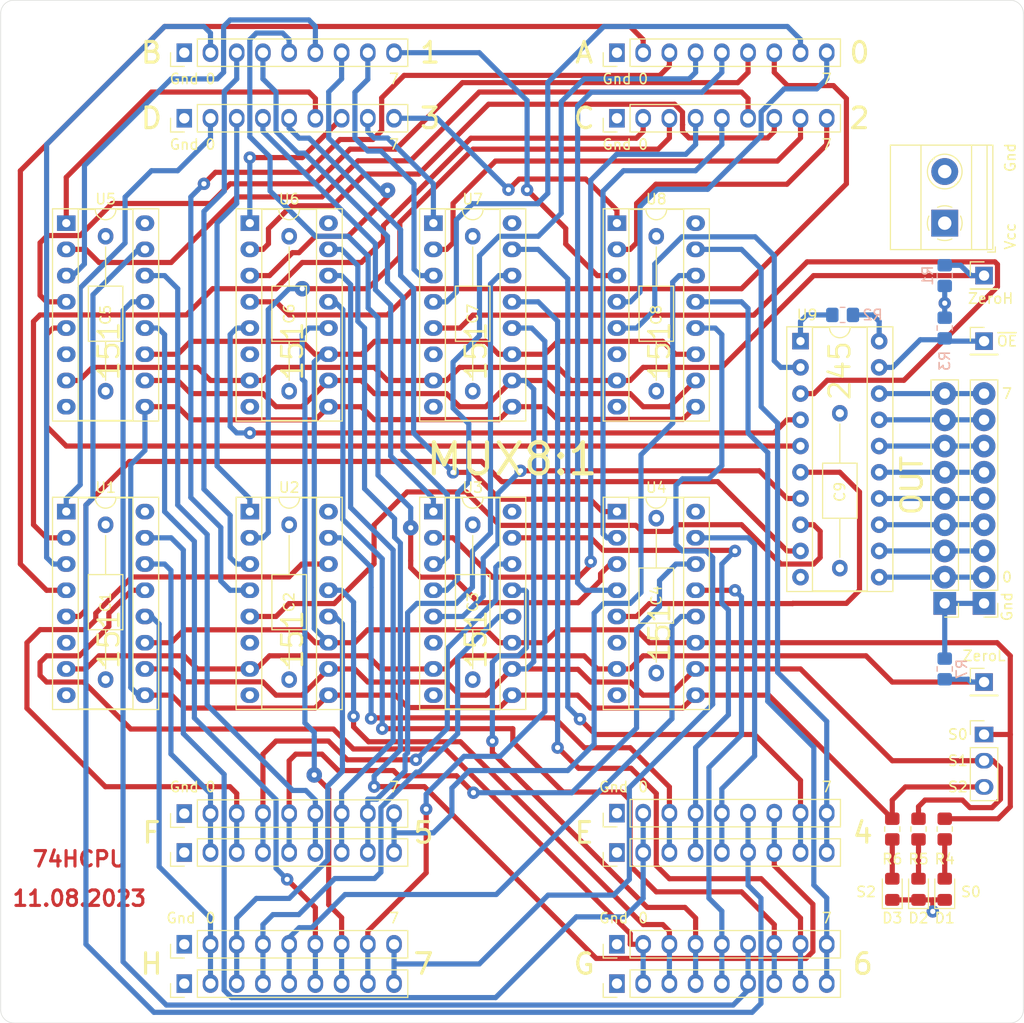
<source format=kicad_pcb>
(kicad_pcb (version 20171130) (host pcbnew "(5.1.8)-1")
  (layers (0 F.Cu signal) (1 In1.Cu power) (2 In2.Cu power) (31 B.Cu signal) (34 B.Paste user) (35 F.Paste user) (36 B.SilkS user) (37 F.SilkS user) (38 B.Mask user) (39 F.Mask user) (44 Edge.Cuts user))
  (net 0 "")
  (net 1 GND)
  (net 2 VCC)
  (net 3 /A7)
  (net 4 /A6)
  (net 5 /A5)
  (net 6 /A4)
  (net 7 /A3)
  (net 8 /A2)
  (net 9 /A1)
  (net 10 /A0)
  (net 11 /E7)
  (net 12 /E6)
  (net 13 /E5)
  (net 14 /E4)
  (net 15 /E3)
  (net 16 /E2)
  (net 17 /E1)
  (net 18 /E0)
  (net 19 /B7)
  (net 20 /B6)
  (net 21 /B5)
  (net 22 /B4)
  (net 23 /B3)
  (net 24 /B2)
  (net 25 /B1)
  (net 26 /B0)
  (net 27 /F7)
  (net 28 /F6)
  (net 29 /F5)
  (net 30 /F4)
  (net 31 /F3)
  (net 32 /F2)
  (net 33 /F1)
  (net 34 /F0)
  (net 35 /C7)
  (net 36 /C6)
  (net 37 /C5)
  (net 38 /C4)
  (net 39 /C3)
  (net 40 /C2)
  (net 41 /C1)
  (net 42 /C0)
  (net 43 /G7)
  (net 44 /G6)
  (net 45 /G5)
  (net 46 /G4)
  (net 47 /G3)
  (net 48 /G2)
  (net 49 /G1)
  (net 50 /G0)
  (net 51 /D7)
  (net 52 /D6)
  (net 53 /D5)
  (net 54 /D4)
  (net 55 /D3)
  (net 56 /D2)
  (net 57 /D1)
  (net 58 /D0)
  (net 59 /H7)
  (net 60 /H6)
  (net 61 /H5)
  (net 62 /H4)
  (net 63 /H3)
  (net 64 /H2)
  (net 65 /H1)
  (net 66 /H0)
  (net 67 /S2)
  (net 68 /S1)
  (net 69 /S0)
  (net 70 /O7)
  (net 71 /O6)
  (net 72 /O5)
  (net 73 /O4)
  (net 74 /O3)
  (net 75 /O2)
  (net 76 /O1)
  (net 77 /O0)
  (net 78 "Net-(U1-Pad6)")
  (net 79 "Net-(U2-Pad6)")
  (net 80 "Net-(U3-Pad6)")
  (net 81 "Net-(U4-Pad6)")
  (net 82 "Net-(U5-Pad6)")
  (net 83 "Net-(U6-Pad6)")
  (net 84 "Net-(U7-Pad6)")
  (net 85 "Net-(U8-Pad6)")
  (net 86 /BUS7)
  (net 87 /BUS6)
  (net 88 /BUS5)
  (net 89 /BUS4)
  (net 90 /BUS3)
  (net 91 /BUS2)
  (net 92 /BUS1)
  (net 93 /BUS0)
  (net 94 /~OE)
  (net 95 "Net-(R2-Pad1)")
  (net 96 "Net-(D1-Pad2)")
  (net 97 "Net-(D2-Pad2)")
  (net 98 "Net-(D3-Pad2)")
  (net 99 /~EL)
  (net 100 /~EH)
  (module Resistor_SMD:R_0805_2012Metric_Pad1.20x1.40mm_HandSolder (layer B.Cu) (at 147.32 102.87 90)
    (fp_text reference R7 (at 0 1.65 90) (layer B.SilkS) (effects (justify mirror)))
    (fp_text value 10k)
    (pad 2 smd roundrect (at 1 0 90) (size 1.2 1.4) (layers B.Cu B.Paste B.Mask) (roundrect_rratio 0.208333) (net 1 GND))
    (pad 1 smd roundrect (at -1 0 90) (size 1.2 1.4) (layers B.Cu B.Paste B.Mask) (roundrect_rratio 0.208333) (net 99 /~EL))
  )
  (module Connector_PinHeader_2.54mm:PinHeader_1x01_P2.54mm_Vertical (layer F.Cu) (at 151.13 104.14)
    (fp_text reference J13 hide)
    (fp_text value Conn_01x01_Male)
    (pad 1 thru_hole rect (at 0 0) (size 1.7 1.7) (drill 1) (layers *.Cu *.Mask) (net 99 /~EL))
  )
  (module Resistor_SMD:R_0805_2012Metric_Pad1.20x1.40mm_HandSolder (layer F.Cu) (at 142.24 118.38 90)
    (fp_text reference R6 (at -2.905 0 180) (layer F.SilkS))
    (fp_text value 1k)
    (pad 2 smd roundrect (at 1 0 90) (size 1.2 1.4) (layers F.Cu F.Paste F.Mask) (roundrect_rratio 0.2083325) (net 67 /S2))
    (pad 1 smd roundrect (at -1 0 90) (size 1.2 1.4) (layers F.Cu F.Paste F.Mask) (roundrect_rratio 0.2083325) (net 98 "Net-(D3-Pad2)"))
  )
  (module Resistor_SMD:R_0805_2012Metric_Pad1.20x1.40mm_HandSolder (layer F.Cu) (at 144.78 118.38 90)
    (fp_text reference R5 (at -2.905 0 180) (layer F.SilkS))
    (fp_text value 1k)
    (pad 2 smd roundrect (at 1 0 90) (size 1.2 1.4) (layers F.Cu F.Paste F.Mask) (roundrect_rratio 0.2083325) (net 68 /S1))
    (pad 1 smd roundrect (at -1 0 90) (size 1.2 1.4) (layers F.Cu F.Paste F.Mask) (roundrect_rratio 0.2083325) (net 97 "Net-(D2-Pad2)"))
  )
  (module Resistor_SMD:R_0805_2012Metric_Pad1.20x1.40mm_HandSolder (layer F.Cu) (at 147.32 118.38 90)
    (fp_text reference R4 (at -2.905 0 180) (layer F.SilkS))
    (fp_text value 1k)
    (pad 2 smd roundrect (at 1 0 90) (size 1.2 1.4) (layers F.Cu F.Paste F.Mask) (roundrect_rratio 0.2083325) (net 69 /S0))
    (pad 1 smd roundrect (at -1 0 90) (size 1.2 1.4) (layers F.Cu F.Paste F.Mask) (roundrect_rratio 0.2083325) (net 96 "Net-(D1-Pad2)"))
  )
  (module LED_SMD:LED_0805_2012Metric_Pad1.15x1.40mm_HandSolder (layer F.Cu) (at 142.24 124.215 90)
    (fp_text reference D3 (at -2.785 0 180) (layer F.SilkS))
    (fp_text value LED)
    (pad 2 smd roundrect (at 1.025 0 90) (size 1.15 1.4) (layers F.Cu F.Paste F.Mask) (roundrect_rratio 0.2173904347826087) (net 98 "Net-(D3-Pad2)"))
    (pad 1 smd roundrect (at -1.025 0 90) (size 1.15 1.4) (layers F.Cu F.Paste F.Mask) (roundrect_rratio 0.2173904347826087) (net 1 GND))
  )
  (module LED_SMD:LED_0805_2012Metric_Pad1.15x1.40mm_HandSolder (layer F.Cu) (at 144.78 124.215 90)
    (fp_text reference D2 (at -2.785 0 180) (layer F.SilkS))
    (fp_text value LED)
    (pad 2 smd roundrect (at 1.025 0 90) (size 1.15 1.4) (layers F.Cu F.Paste F.Mask) (roundrect_rratio 0.2173904347826087) (net 97 "Net-(D2-Pad2)"))
    (pad 1 smd roundrect (at -1.025 0 90) (size 1.15 1.4) (layers F.Cu F.Paste F.Mask) (roundrect_rratio 0.2173904347826087) (net 1 GND))
  )
  (module LED_SMD:LED_0805_2012Metric_Pad1.15x1.40mm_HandSolder (layer F.Cu) (at 147.32 124.215 90)
    (fp_text reference D1 (at -2.785 0 180) (layer F.SilkS))
    (fp_text value LED)
    (pad 2 smd roundrect (at 1.025 0 90) (size 1.15 1.4) (layers F.Cu F.Paste F.Mask) (roundrect_rratio 0.2173904347826087) (net 96 "Net-(D1-Pad2)"))
    (pad 1 smd roundrect (at -1.025 0 90) (size 1.15 1.4) (layers F.Cu F.Paste F.Mask) (roundrect_rratio 0.2173904347826087) (net 1 GND))
  )
  (module Capacitor_THT:C_Axial_L5.1mm_D3.1mm_P15.00mm_Horizontal (layer F.Cu) (at 137.16 78.105 270)
    (fp_text reference C9 (at 7.62 0 90) (layer F.SilkS))
    (fp_text value 0.1uF)
    (pad 2 thru_hole oval (at 15 0 270) (size 1.6 1.5) (drill 0.8) (layers *.Cu *.Mask) (net 1 GND))
    (pad 1 thru_hole oval (at 0 0 270) (size 1.6 1.5) (drill 0.8) (layers *.Cu *.Mask) (net 2 VCC))
  )
  (module Package_DIP:DIP-20_W7.62mm_Socket (layer F.Cu) (at 133.35 71.12)
    (fp_text reference U9 (at 0.635 -2.54) (layer F.SilkS))
    (fp_text value 74HC245)
    (pad 20 thru_hole oval (at 7.62 0) (size 1.6 1.6) (drill 0.8) (layers *.Cu *.Mask) (net 2 VCC))
    (pad 10 thru_hole oval (at 0 22.86) (size 1.6 1.6) (drill 0.8) (layers *.Cu *.Mask) (net 1 GND))
    (pad 19 thru_hole oval (at 7.62 2.54) (size 1.6 1.6) (drill 0.8) (layers *.Cu *.Mask) (net 94 /~OE))
    (pad 9 thru_hole oval (at 0 20.32) (size 1.6 1.6) (drill 0.8) (layers *.Cu *.Mask) (net 77 /O0))
    (pad 18 thru_hole oval (at 7.62 5.08) (size 1.6 1.6) (drill 0.8) (layers *.Cu *.Mask) (net 86 /BUS7))
    (pad 8 thru_hole oval (at 0 17.78) (size 1.6 1.6) (drill 0.8) (layers *.Cu *.Mask) (net 76 /O1))
    (pad 17 thru_hole oval (at 7.62 7.62) (size 1.6 1.6) (drill 0.8) (layers *.Cu *.Mask) (net 87 /BUS6))
    (pad 7 thru_hole oval (at 0 15.24) (size 1.6 1.6) (drill 0.8) (layers *.Cu *.Mask) (net 75 /O2))
    (pad 16 thru_hole oval (at 7.62 10.16) (size 1.6 1.6) (drill 0.8) (layers *.Cu *.Mask) (net 88 /BUS5))
    (pad 6 thru_hole oval (at 0 12.7) (size 1.6 1.6) (drill 0.8) (layers *.Cu *.Mask) (net 74 /O3))
    (pad 15 thru_hole oval (at 7.62 12.7) (size 1.6 1.6) (drill 0.8) (layers *.Cu *.Mask) (net 89 /BUS4))
    (pad 5 thru_hole oval (at 0 10.16) (size 1.6 1.6) (drill 0.8) (layers *.Cu *.Mask) (net 73 /O4))
    (pad 14 thru_hole oval (at 7.62 15.24) (size 1.6 1.6) (drill 0.8) (layers *.Cu *.Mask) (net 90 /BUS3))
    (pad 4 thru_hole oval (at 0 7.62) (size 1.6 1.6) (drill 0.8) (layers *.Cu *.Mask) (net 72 /O5))
    (pad 13 thru_hole oval (at 7.62 17.78) (size 1.6 1.6) (drill 0.8) (layers *.Cu *.Mask) (net 91 /BUS2))
    (pad 3 thru_hole oval (at 0 5.08) (size 1.6 1.6) (drill 0.8) (layers *.Cu *.Mask) (net 71 /O6))
    (pad 12 thru_hole oval (at 7.62 20.32) (size 1.6 1.6) (drill 0.8) (layers *.Cu *.Mask) (net 92 /BUS1))
    (pad 2 thru_hole oval (at 0 2.54) (size 1.6 1.6) (drill 0.8) (layers *.Cu *.Mask) (net 70 /O7))
    (pad 11 thru_hole oval (at 7.62 22.86) (size 1.6 1.6) (drill 0.8) (layers *.Cu *.Mask) (net 93 /BUS0))
    (pad 1 thru_hole rect (at 0 0) (size 1.6 1.6) (drill 0.8) (layers *.Cu *.Mask) (net 95 "Net-(R2-Pad1)"))
  )
  (module Resistor_SMD:R_0805_2012Metric_Pad1.20x1.40mm_HandSolder (layer B.Cu) (at 147.32 69.85 90)
    (fp_text reference R3 (at -3.175 0 90) (layer B.SilkS) (effects (justify mirror)))
    (fp_text value 10k)
    (pad 2 smd roundrect (at 1 0 90) (size 1.2 1.4) (layers B.Cu B.Paste B.Mask) (roundrect_rratio 0.2083325) (net 1 GND))
    (pad 1 smd roundrect (at -1 0 90) (size 1.2 1.4) (layers B.Cu B.Paste B.Mask) (roundrect_rratio 0.2083325) (net 94 /~OE))
  )
  (module Resistor_SMD:R_0805_2012Metric_Pad1.20x1.40mm_HandSolder (layer B.Cu) (at 137.43 68.58)
    (fp_text reference R2 (at 2.905 0) (layer B.SilkS) (effects (justify mirror)))
    (fp_text value 10k)
    (pad 2 smd roundrect (at 1 0) (size 1.2 1.4) (layers B.Cu B.Paste B.Mask) (roundrect_rratio 0.2083325) (net 2 VCC))
    (pad 1 smd roundrect (at -1 0) (size 1.2 1.4) (layers B.Cu B.Paste B.Mask) (roundrect_rratio 0.2083325) (net 95 "Net-(R2-Pad1)"))
  )
  (module Connector_PinHeader_2.54mm:PinHeader_1x01_P2.54mm_Vertical (layer F.Cu) (at 151.13 71.12)
    (fp_text reference J7 hide)
    (fp_text value Conn_01x01_Male)
    (pad 1 thru_hole rect (at 0 0) (size 1.7 1.7) (drill 1) (layers *.Cu *.Mask) (net 94 /~OE))
  )
  (module Connector_PinHeader_2.54mm:PinHeader_1x09_P2.54mm_Vertical (layer F.Cu) (at 147.32 96.52 180)
    (fp_text reference J3 hide)
    (fp_text value Conn_01x09_Male)
    (pad 9 thru_hole oval (at 0 20.32 180) (size 2.2 2.2) (drill 1) (layers *.Cu *.Mask) (net 86 /BUS7))
    (pad 8 thru_hole oval (at 0 17.78 180) (size 2.2 2.2) (drill 1) (layers *.Cu *.Mask) (net 87 /BUS6))
    (pad 7 thru_hole oval (at 0 15.24 180) (size 2.2 2.2) (drill 1) (layers *.Cu *.Mask) (net 88 /BUS5))
    (pad 6 thru_hole oval (at 0 12.7 180) (size 2.2 2.2) (drill 1) (layers *.Cu *.Mask) (net 89 /BUS4))
    (pad 5 thru_hole oval (at 0 10.16 180) (size 2.2 2.2) (drill 1) (layers *.Cu *.Mask) (net 90 /BUS3))
    (pad 4 thru_hole oval (at 0 7.62 180) (size 2.2 2.2) (drill 1) (layers *.Cu *.Mask) (net 91 /BUS2))
    (pad 3 thru_hole oval (at 0 5.08 180) (size 2.2 2.2) (drill 1) (layers *.Cu *.Mask) (net 92 /BUS1))
    (pad 2 thru_hole oval (at 0 2.54 180) (size 2.2 2.2) (drill 1) (layers *.Cu *.Mask) (net 93 /BUS0))
    (pad 1 thru_hole rect (at 0 0 180) (size 2.2 2.2) (drill 1) (layers *.Cu *.Mask) (net 1 GND))
  )
  (module Connector_PinHeader_2.54mm:PinHeader_1x09_P2.54mm_Vertical (layer F.Cu) (at 151.13 96.52 180)
    (fp_text reference J21 hide)
    (fp_text value Conn_01x09_Male)
    (pad 9 thru_hole oval (at 0 20.32 180) (size 2.2 2.2) (drill 1) (layers *.Cu *.Mask) (net 86 /BUS7))
    (pad 8 thru_hole oval (at 0 17.78 180) (size 2.2 2.2) (drill 1) (layers *.Cu *.Mask) (net 87 /BUS6))
    (pad 7 thru_hole oval (at 0 15.24 180) (size 2.2 2.2) (drill 1) (layers *.Cu *.Mask) (net 88 /BUS5))
    (pad 6 thru_hole oval (at 0 12.7 180) (size 2.2 2.2) (drill 1) (layers *.Cu *.Mask) (net 89 /BUS4))
    (pad 5 thru_hole oval (at 0 10.16 180) (size 2.2 2.2) (drill 1) (layers *.Cu *.Mask) (net 90 /BUS3))
    (pad 4 thru_hole oval (at 0 7.62 180) (size 2.2 2.2) (drill 1) (layers *.Cu *.Mask) (net 91 /BUS2))
    (pad 3 thru_hole oval (at 0 5.08 180) (size 2.2 2.2) (drill 1) (layers *.Cu *.Mask) (net 92 /BUS1))
    (pad 2 thru_hole oval (at 0 2.54 180) (size 2.2 2.2) (drill 1) (layers *.Cu *.Mask) (net 93 /BUS0))
    (pad 1 thru_hole rect (at 0 0 180) (size 2.2 2.2) (drill 1) (layers *.Cu *.Mask) (net 1 GND))
  )
  (module Connector_PinHeader_2.54mm:PinHeader_1x09_P2.54mm_Vertical (layer F.Cu) (at 73.66 129.54 90)
    (fp_text reference J18 hide)
    (fp_text value Conn_01x09_Male)
    (pad 9 thru_hole oval (at 0 20.32 90) (size 1.8 1.5) (drill 1) (layers *.Cu *.Mask) (net 59 /H7))
    (pad 8 thru_hole oval (at 0 17.78 90) (size 1.8 1.5) (drill 1) (layers *.Cu *.Mask) (net 60 /H6))
    (pad 7 thru_hole oval (at 0 15.24 90) (size 1.8 1.5) (drill 1) (layers *.Cu *.Mask) (net 61 /H5))
    (pad 6 thru_hole oval (at 0 12.7 90) (size 1.8 1.5) (drill 1) (layers *.Cu *.Mask) (net 62 /H4))
    (pad 5 thru_hole oval (at 0 10.16 90) (size 1.8 1.5) (drill 1) (layers *.Cu *.Mask) (net 63 /H3))
    (pad 4 thru_hole oval (at 0 7.62 90) (size 1.8 1.5) (drill 1) (layers *.Cu *.Mask) (net 64 /H2))
    (pad 3 thru_hole oval (at 0 5.08 90) (size 1.8 1.5) (drill 1) (layers *.Cu *.Mask) (net 65 /H1))
    (pad 2 thru_hole oval (at 0 2.54 90) (size 1.8 1.5) (drill 1) (layers *.Cu *.Mask) (net 66 /H0))
    (pad 1 thru_hole rect (at 0 0 90) (size 1.8 1.5) (drill 1) (layers *.Cu *.Mask) (net 1 GND))
  )
  (module Connector_PinHeader_2.54mm:PinHeader_1x09_P2.54mm_Vertical (layer F.Cu) (at 73.66 133.35 90)
    (fp_text reference J16 hide)
    (fp_text value Conn_01x09_Male)
    (pad 9 thru_hole oval (at 0 20.32 90) (size 1.8 1.5) (drill 1) (layers *.Cu *.Mask) (net 59 /H7))
    (pad 8 thru_hole oval (at 0 17.78 90) (size 1.8 1.5) (drill 1) (layers *.Cu *.Mask) (net 60 /H6))
    (pad 7 thru_hole oval (at 0 15.24 90) (size 1.8 1.5) (drill 1) (layers *.Cu *.Mask) (net 61 /H5))
    (pad 6 thru_hole oval (at 0 12.7 90) (size 1.8 1.5) (drill 1) (layers *.Cu *.Mask) (net 62 /H4))
    (pad 5 thru_hole oval (at 0 10.16 90) (size 1.8 1.5) (drill 1) (layers *.Cu *.Mask) (net 63 /H3))
    (pad 4 thru_hole oval (at 0 7.62 90) (size 1.8 1.5) (drill 1) (layers *.Cu *.Mask) (net 64 /H2))
    (pad 3 thru_hole oval (at 0 5.08 90) (size 1.8 1.5) (drill 1) (layers *.Cu *.Mask) (net 65 /H1))
    (pad 2 thru_hole oval (at 0 2.54 90) (size 1.8 1.5) (drill 1) (layers *.Cu *.Mask) (net 66 /H0))
    (pad 1 thru_hole rect (at 0 0 90) (size 1.8 1.5) (drill 1) (layers *.Cu *.Mask) (net 1 GND))
  )
  (module Connector_PinHeader_2.54mm:PinHeader_1x09_P2.54mm_Vertical (layer F.Cu) (at 73.66 49.53 90)
    (fp_text reference J15 hide)
    (fp_text value Conn_01x09_Male)
    (pad 9 thru_hole oval (at 0 20.32 90) (size 1.8 1.5) (drill 1) (layers *.Cu *.Mask) (net 51 /D7))
    (pad 8 thru_hole oval (at 0 17.78 90) (size 1.8 1.5) (drill 1) (layers *.Cu *.Mask) (net 52 /D6))
    (pad 7 thru_hole oval (at 0 15.24 90) (size 1.8 1.5) (drill 1) (layers *.Cu *.Mask) (net 53 /D5))
    (pad 6 thru_hole oval (at 0 12.7 90) (size 1.8 1.5) (drill 1) (layers *.Cu *.Mask) (net 54 /D4))
    (pad 5 thru_hole oval (at 0 10.16 90) (size 1.8 1.5) (drill 1) (layers *.Cu *.Mask) (net 55 /D3))
    (pad 4 thru_hole oval (at 0 7.62 90) (size 1.8 1.5) (drill 1) (layers *.Cu *.Mask) (net 56 /D2))
    (pad 3 thru_hole oval (at 0 5.08 90) (size 1.8 1.5) (drill 1) (layers *.Cu *.Mask) (net 57 /D1))
    (pad 2 thru_hole oval (at 0 2.54 90) (size 1.8 1.5) (drill 1) (layers *.Cu *.Mask) (net 58 /D0))
    (pad 1 thru_hole rect (at 0 0 90) (size 1.8 1.5) (drill 1) (layers *.Cu *.Mask) (net 1 GND))
  )
  (module Connector_PinHeader_2.54mm:PinHeader_1x09_P2.54mm_Vertical (layer F.Cu) (at 115.57 133.35 90)
    (fp_text reference J14 hide)
    (fp_text value Conn_01x09_Male)
    (pad 9 thru_hole oval (at 0 20.32 90) (size 1.8 1.5) (drill 1) (layers *.Cu *.Mask) (net 43 /G7))
    (pad 8 thru_hole oval (at 0 17.78 90) (size 1.8 1.5) (drill 1) (layers *.Cu *.Mask) (net 44 /G6))
    (pad 7 thru_hole oval (at 0 15.24 90) (size 1.8 1.5) (drill 1) (layers *.Cu *.Mask) (net 45 /G5))
    (pad 6 thru_hole oval (at 0 12.7 90) (size 1.8 1.5) (drill 1) (layers *.Cu *.Mask) (net 46 /G4))
    (pad 5 thru_hole oval (at 0 10.16 90) (size 1.8 1.5) (drill 1) (layers *.Cu *.Mask) (net 47 /G3))
    (pad 4 thru_hole oval (at 0 7.62 90) (size 1.8 1.5) (drill 1) (layers *.Cu *.Mask) (net 48 /G2))
    (pad 3 thru_hole oval (at 0 5.08 90) (size 1.8 1.5) (drill 1) (layers *.Cu *.Mask) (net 49 /G1))
    (pad 2 thru_hole oval (at 0 2.54 90) (size 1.8 1.5) (drill 1) (layers *.Cu *.Mask) (net 50 /G0))
    (pad 1 thru_hole rect (at 0 0 90) (size 1.8 1.5) (drill 1) (layers *.Cu *.Mask) (net 1 GND))
  )
  (module Connector_PinHeader_2.54mm:PinHeader_1x09_P2.54mm_Vertical (layer F.Cu) (at 115.57 129.54 90)
    (fp_text reference J12 hide)
    (fp_text value Conn_01x09_Male)
    (pad 9 thru_hole oval (at 0 20.32 90) (size 1.8 1.5) (drill 1) (layers *.Cu *.Mask) (net 43 /G7))
    (pad 8 thru_hole oval (at 0 17.78 90) (size 1.8 1.5) (drill 1) (layers *.Cu *.Mask) (net 44 /G6))
    (pad 7 thru_hole oval (at 0 15.24 90) (size 1.8 1.5) (drill 1) (layers *.Cu *.Mask) (net 45 /G5))
    (pad 6 thru_hole oval (at 0 12.7 90) (size 1.8 1.5) (drill 1) (layers *.Cu *.Mask) (net 46 /G4))
    (pad 5 thru_hole oval (at 0 10.16 90) (size 1.8 1.5) (drill 1) (layers *.Cu *.Mask) (net 47 /G3))
    (pad 4 thru_hole oval (at 0 7.62 90) (size 1.8 1.5) (drill 1) (layers *.Cu *.Mask) (net 48 /G2))
    (pad 3 thru_hole oval (at 0 5.08 90) (size 1.8 1.5) (drill 1) (layers *.Cu *.Mask) (net 49 /G1))
    (pad 2 thru_hole oval (at 0 2.54 90) (size 1.8 1.5) (drill 1) (layers *.Cu *.Mask) (net 50 /G0))
    (pad 1 thru_hole rect (at 0 0 90) (size 1.8 1.5) (drill 1) (layers *.Cu *.Mask) (net 1 GND))
  )
  (module Connector_PinHeader_2.54mm:PinHeader_1x09_P2.54mm_Vertical (layer F.Cu) (at 115.57 49.53 90)
    (fp_text reference J11 hide)
    (fp_text value Conn_01x09_Male)
    (pad 9 thru_hole oval (at 0 20.32 90) (size 1.8 1.5) (drill 1) (layers *.Cu *.Mask) (net 35 /C7))
    (pad 8 thru_hole oval (at 0 17.78 90) (size 1.8 1.5) (drill 1) (layers *.Cu *.Mask) (net 36 /C6))
    (pad 7 thru_hole oval (at 0 15.24 90) (size 1.8 1.5) (drill 1) (layers *.Cu *.Mask) (net 37 /C5))
    (pad 6 thru_hole oval (at 0 12.7 90) (size 1.8 1.5) (drill 1) (layers *.Cu *.Mask) (net 38 /C4))
    (pad 5 thru_hole oval (at 0 10.16 90) (size 1.8 1.5) (drill 1) (layers *.Cu *.Mask) (net 39 /C3))
    (pad 4 thru_hole oval (at 0 7.62 90) (size 1.8 1.5) (drill 1) (layers *.Cu *.Mask) (net 40 /C2))
    (pad 3 thru_hole oval (at 0 5.08 90) (size 1.8 1.5) (drill 1) (layers *.Cu *.Mask) (net 41 /C1))
    (pad 2 thru_hole oval (at 0 2.54 90) (size 1.8 1.5) (drill 1) (layers *.Cu *.Mask) (net 42 /C0))
    (pad 1 thru_hole rect (at 0 0 90) (size 1.8 1.5) (drill 1) (layers *.Cu *.Mask) (net 1 GND))
  )
  (module Connector_PinHeader_2.54mm:PinHeader_1x09_P2.54mm_Vertical (layer F.Cu) (at 73.66 116.88 90)
    (fp_text reference J8 hide)
    (fp_text value Conn_01x09_Male)
    (pad 9 thru_hole oval (at 0 20.32 90) (size 1.8 1.5) (drill 1) (layers *.Cu *.Mask) (net 27 /F7))
    (pad 8 thru_hole oval (at 0 17.78 90) (size 1.8 1.5) (drill 1) (layers *.Cu *.Mask) (net 28 /F6))
    (pad 7 thru_hole oval (at 0 15.24 90) (size 1.8 1.5) (drill 1) (layers *.Cu *.Mask) (net 29 /F5))
    (pad 6 thru_hole oval (at 0 12.7 90) (size 1.8 1.5) (drill 1) (layers *.Cu *.Mask) (net 30 /F4))
    (pad 5 thru_hole oval (at 0 10.16 90) (size 1.8 1.5) (drill 1) (layers *.Cu *.Mask) (net 31 /F3))
    (pad 4 thru_hole oval (at 0 7.62 90) (size 1.8 1.5) (drill 1) (layers *.Cu *.Mask) (net 32 /F2))
    (pad 3 thru_hole oval (at 0 5.08 90) (size 1.8 1.5) (drill 1) (layers *.Cu *.Mask) (net 33 /F1))
    (pad 2 thru_hole oval (at 0 2.54 90) (size 1.8 1.5) (drill 1) (layers *.Cu *.Mask) (net 34 /F0))
    (pad 1 thru_hole rect (at 0 0 90) (size 1.8 1.5) (drill 1) (layers *.Cu *.Mask) (net 1 GND))
  )
  (module Connector_PinHeader_2.54mm:PinHeader_1x09_P2.54mm_Vertical (layer F.Cu) (at 73.66 120.65 90)
    (fp_text reference J6 hide)
    (fp_text value Conn_01x09_Male)
    (pad 9 thru_hole oval (at 0 20.32 90) (size 1.8 1.5) (drill 1) (layers *.Cu *.Mask) (net 27 /F7))
    (pad 8 thru_hole oval (at 0 17.78 90) (size 1.8 1.5) (drill 1) (layers *.Cu *.Mask) (net 28 /F6))
    (pad 7 thru_hole oval (at 0 15.24 90) (size 1.8 1.5) (drill 1) (layers *.Cu *.Mask) (net 29 /F5))
    (pad 6 thru_hole oval (at 0 12.7 90) (size 1.8 1.5) (drill 1) (layers *.Cu *.Mask) (net 30 /F4))
    (pad 5 thru_hole oval (at 0 10.16 90) (size 1.8 1.5) (drill 1) (layers *.Cu *.Mask) (net 31 /F3))
    (pad 4 thru_hole oval (at 0 7.62 90) (size 1.8 1.5) (drill 1) (layers *.Cu *.Mask) (net 32 /F2))
    (pad 3 thru_hole oval (at 0 5.08 90) (size 1.8 1.5) (drill 1) (layers *.Cu *.Mask) (net 33 /F1))
    (pad 2 thru_hole oval (at 0 2.54 90) (size 1.8 1.5) (drill 1) (layers *.Cu *.Mask) (net 34 /F0))
    (pad 1 thru_hole rect (at 0 0 90) (size 1.8 1.5) (drill 1) (layers *.Cu *.Mask) (net 1 GND))
  )
  (module Connector_PinHeader_2.54mm:PinHeader_1x09_P2.54mm_Vertical (layer F.Cu) (at 73.66 43.18 90)
    (fp_text reference J5 hide)
    (fp_text value Conn_01x09_Male)
    (pad 9 thru_hole oval (at 0 20.32 90) (size 1.8 1.5) (drill 1) (layers *.Cu *.Mask) (net 19 /B7))
    (pad 8 thru_hole oval (at 0 17.78 90) (size 1.8 1.5) (drill 1) (layers *.Cu *.Mask) (net 20 /B6))
    (pad 7 thru_hole oval (at 0 15.24 90) (size 1.8 1.5) (drill 1) (layers *.Cu *.Mask) (net 21 /B5))
    (pad 6 thru_hole oval (at 0 12.7 90) (size 1.8 1.5) (drill 1) (layers *.Cu *.Mask) (net 22 /B4))
    (pad 5 thru_hole oval (at 0 10.16 90) (size 1.8 1.5) (drill 1) (layers *.Cu *.Mask) (net 23 /B3))
    (pad 4 thru_hole oval (at 0 7.62 90) (size 1.8 1.5) (drill 1) (layers *.Cu *.Mask) (net 24 /B2))
    (pad 3 thru_hole oval (at 0 5.08 90) (size 1.8 1.5) (drill 1) (layers *.Cu *.Mask) (net 25 /B1))
    (pad 2 thru_hole oval (at 0 2.54 90) (size 1.8 1.5) (drill 1) (layers *.Cu *.Mask) (net 26 /B0))
    (pad 1 thru_hole rect (at 0 0 90) (size 1.8 1.5) (drill 1) (layers *.Cu *.Mask) (net 1 GND))
  )
  (module Connector_PinHeader_2.54mm:PinHeader_1x09_P2.54mm_Vertical (layer F.Cu) (at 115.57 116.84 90)
    (fp_text reference J4 hide)
    (fp_text value Conn_01x09_Male)
    (pad 9 thru_hole oval (at 0 20.32 90) (size 1.8 1.5) (drill 1) (layers *.Cu *.Mask) (net 11 /E7))
    (pad 8 thru_hole oval (at 0 17.78 90) (size 1.8 1.5) (drill 1) (layers *.Cu *.Mask) (net 12 /E6))
    (pad 7 thru_hole oval (at 0 15.24 90) (size 1.8 1.5) (drill 1) (layers *.Cu *.Mask) (net 13 /E5))
    (pad 6 thru_hole oval (at 0 12.7 90) (size 1.8 1.5) (drill 1) (layers *.Cu *.Mask) (net 14 /E4))
    (pad 5 thru_hole oval (at 0 10.16 90) (size 1.8 1.5) (drill 1) (layers *.Cu *.Mask) (net 15 /E3))
    (pad 4 thru_hole oval (at 0 7.62 90) (size 1.8 1.5) (drill 1) (layers *.Cu *.Mask) (net 16 /E2))
    (pad 3 thru_hole oval (at 0 5.08 90) (size 1.8 1.5) (drill 1) (layers *.Cu *.Mask) (net 17 /E1))
    (pad 2 thru_hole oval (at 0 2.54 90) (size 1.8 1.5) (drill 1) (layers *.Cu *.Mask) (net 18 /E0))
    (pad 1 thru_hole rect (at 0 0 90) (size 1.8 1.5) (drill 1) (layers *.Cu *.Mask) (net 1 GND))
  )
  (module Connector_PinHeader_2.54mm:PinHeader_1x09_P2.54mm_Vertical (layer F.Cu) (at 115.57 120.65 90)
    (fp_text reference J2 hide)
    (fp_text value Conn_01x09_Male)
    (pad 9 thru_hole oval (at 0 20.32 90) (size 1.8 1.5) (drill 1) (layers *.Cu *.Mask) (net 11 /E7))
    (pad 8 thru_hole oval (at 0 17.78 90) (size 1.8 1.5) (drill 1) (layers *.Cu *.Mask) (net 12 /E6))
    (pad 7 thru_hole oval (at 0 15.24 90) (size 1.8 1.5) (drill 1) (layers *.Cu *.Mask) (net 13 /E5))
    (pad 6 thru_hole oval (at 0 12.7 90) (size 1.8 1.5) (drill 1) (layers *.Cu *.Mask) (net 14 /E4))
    (pad 5 thru_hole oval (at 0 10.16 90) (size 1.8 1.5) (drill 1) (layers *.Cu *.Mask) (net 15 /E3))
    (pad 4 thru_hole oval (at 0 7.62 90) (size 1.8 1.5) (drill 1) (layers *.Cu *.Mask) (net 16 /E2))
    (pad 3 thru_hole oval (at 0 5.08 90) (size 1.8 1.5) (drill 1) (layers *.Cu *.Mask) (net 17 /E1))
    (pad 2 thru_hole oval (at 0 2.54 90) (size 1.8 1.5) (drill 1) (layers *.Cu *.Mask) (net 18 /E0))
    (pad 1 thru_hole rect (at 0 0 90) (size 1.8 1.5) (drill 1) (layers *.Cu *.Mask) (net 1 GND))
  )
  (module Connector_PinHeader_2.54mm:PinHeader_1x09_P2.54mm_Vertical (layer F.Cu) (at 115.57 43.18 90)
    (fp_text reference J1 hide)
    (fp_text value Conn_01x09_Male)
    (pad 9 thru_hole oval (at 0 20.32 90) (size 1.8 1.5) (drill 1) (layers *.Cu *.Mask) (net 3 /A7))
    (pad 8 thru_hole oval (at 0 17.78 90) (size 1.8 1.5) (drill 1) (layers *.Cu *.Mask) (net 4 /A6))
    (pad 7 thru_hole oval (at 0 15.24 90) (size 1.8 1.5) (drill 1) (layers *.Cu *.Mask) (net 5 /A5))
    (pad 6 thru_hole oval (at 0 12.7 90) (size 1.8 1.5) (drill 1) (layers *.Cu *.Mask) (net 6 /A4))
    (pad 5 thru_hole oval (at 0 10.16 90) (size 1.8 1.5) (drill 1) (layers *.Cu *.Mask) (net 7 /A3))
    (pad 4 thru_hole oval (at 0 7.62 90) (size 1.8 1.5) (drill 1) (layers *.Cu *.Mask) (net 8 /A2))
    (pad 3 thru_hole oval (at 0 5.08 90) (size 1.8 1.5) (drill 1) (layers *.Cu *.Mask) (net 9 /A1))
    (pad 2 thru_hole oval (at 0 2.54 90) (size 1.8 1.5) (drill 1) (layers *.Cu *.Mask) (net 10 /A0))
    (pad 1 thru_hole rect (at 0 0 90) (size 1.8 1.5) (drill 1) (layers *.Cu *.Mask) (net 1 GND))
  )
  (module Capacitor_THT:C_Axial_L5.1mm_D3.1mm_P15.00mm_Horizontal (layer F.Cu) (at 119.38 60.96 270)
    (fp_text reference C8 (at 7.62 0 90) (layer F.SilkS))
    (fp_text value 0.1uF)
    (pad 2 thru_hole oval (at 15 0 270) (size 1.6 1.5) (drill 0.8) (layers *.Cu *.Mask) (net 1 GND))
    (pad 1 thru_hole oval (at 0 0 270) (size 1.6 1.5) (drill 0.8) (layers *.Cu *.Mask) (net 2 VCC))
  )
  (module Capacitor_THT:C_Axial_L5.1mm_D3.1mm_P15.00mm_Horizontal (layer F.Cu) (at 101.6 60.96 270)
    (fp_text reference C7 (at 7.5 0 90) (layer F.SilkS))
    (fp_text value 0.1uF)
    (pad 2 thru_hole oval (at 15 0 270) (size 1.6 1.5) (drill 0.8) (layers *.Cu *.Mask) (net 1 GND))
    (pad 1 thru_hole oval (at 0 0 270) (size 1.6 1.5) (drill 0.8) (layers *.Cu *.Mask) (net 2 VCC))
  )
  (module Capacitor_THT:C_Axial_L5.1mm_D3.1mm_P15.00mm_Horizontal (layer F.Cu) (at 83.82 60.96 270)
    (fp_text reference C6 (at 7.5 0 90) (layer F.SilkS))
    (fp_text value 0.1uF)
    (pad 2 thru_hole oval (at 15 0 270) (size 1.6 1.5) (drill 0.8) (layers *.Cu *.Mask) (net 1 GND))
    (pad 1 thru_hole oval (at 0 0 270) (size 1.6 1.5) (drill 0.8) (layers *.Cu *.Mask) (net 2 VCC))
  )
  (module Capacitor_THT:C_Axial_L5.1mm_D3.1mm_P15.00mm_Horizontal (layer F.Cu) (at 66.04 60.96 270)
    (fp_text reference C5 (at 7.62 0 90) (layer F.SilkS))
    (fp_text value 0.1uF)
    (pad 2 thru_hole oval (at 15 0 270) (size 1.6 1.5) (drill 0.8) (layers *.Cu *.Mask) (net 1 GND))
    (pad 1 thru_hole oval (at 0 0 270) (size 1.6 1.5) (drill 0.8) (layers *.Cu *.Mask) (net 2 VCC))
  )
  (module Capacitor_THT:C_Axial_L5.1mm_D3.1mm_P15.00mm_Horizontal (layer F.Cu) (at 119.38 88.265 270)
    (fp_text reference C4 (at 7.5 0 90) (layer F.SilkS))
    (fp_text value 0.1uF)
    (pad 2 thru_hole oval (at 15 0 270) (size 1.6 1.5) (drill 0.8) (layers *.Cu *.Mask) (net 1 GND))
    (pad 1 thru_hole oval (at 0 0 270) (size 1.6 1.5) (drill 0.8) (layers *.Cu *.Mask) (net 2 VCC))
  )
  (module Capacitor_THT:C_Axial_L5.1mm_D3.1mm_P15.00mm_Horizontal (layer F.Cu) (at 101.6 88.9 270)
    (fp_text reference C3 (at 7.5 0 90) (layer F.SilkS))
    (fp_text value 0.1uF)
    (pad 2 thru_hole oval (at 15 0 270) (size 1.6 1.5) (drill 0.8) (layers *.Cu *.Mask) (net 1 GND))
    (pad 1 thru_hole oval (at 0 0 270) (size 1.6 1.5) (drill 0.8) (layers *.Cu *.Mask) (net 2 VCC))
  )
  (module Capacitor_THT:C_Axial_L5.1mm_D3.1mm_P15.00mm_Horizontal (layer F.Cu) (at 83.82 88.9 270)
    (fp_text reference C2 (at 7.5 0 90) (layer F.SilkS))
    (fp_text value 0.1uF)
    (pad 2 thru_hole oval (at 15 0 270) (size 1.6 1.5) (drill 0.8) (layers *.Cu *.Mask) (net 1 GND))
    (pad 1 thru_hole oval (at 0 0 270) (size 1.6 1.5) (drill 0.8) (layers *.Cu *.Mask) (net 2 VCC))
  )
  (module Capacitor_THT:C_Axial_L5.1mm_D3.1mm_P15.00mm_Horizontal (layer F.Cu) (at 66.04 88.9 270)
    (fp_text reference C1 (at 7.5 0 90) (layer F.SilkS))
    (fp_text value 0.1uF)
    (pad 2 thru_hole oval (at 15 0 270) (size 1.6 1.5) (drill 0.8) (layers *.Cu *.Mask) (net 1 GND))
    (pad 1 thru_hole oval (at 0 0 270) (size 1.6 1.5) (drill 0.8) (layers *.Cu *.Mask) (net 2 VCC))
  )
  (module Package_DIP:DIP-16_W7.62mm_Socket (layer F.Cu) (at 115.57 59.69)
    (fp_text reference U8 (at 3.81 -2.33) (layer F.SilkS))
    (fp_text value 74LS151)
    (pad 16 thru_hole oval (at 7.62 0) (size 1.8 1.5) (drill 0.8) (layers *.Cu *.Mask) (net 2 VCC))
    (pad 8 thru_hole oval (at 0 17.78) (size 1.8 1.5) (drill 0.8) (layers *.Cu *.Mask) (net 1 GND))
    (pad 15 thru_hole oval (at 7.62 2.54) (size 1.8 1.5) (drill 0.8) (layers *.Cu *.Mask) (net 11 /E7))
    (pad 7 thru_hole oval (at 0 15.24) (size 1.8 1.5) (drill 0.8) (layers *.Cu *.Mask) (net 100 /~EH))
    (pad 14 thru_hole oval (at 7.62 5.08) (size 1.8 1.5) (drill 0.8) (layers *.Cu *.Mask) (net 27 /F7))
    (pad 6 thru_hole oval (at 0 12.7) (size 1.8 1.5) (drill 0.8) (layers *.Cu *.Mask) (net 85 "Net-(U8-Pad6)"))
    (pad 13 thru_hole oval (at 7.62 7.62) (size 1.8 1.5) (drill 0.8) (layers *.Cu *.Mask) (net 43 /G7))
    (pad 5 thru_hole oval (at 0 10.16) (size 1.8 1.5) (drill 0.8) (layers *.Cu *.Mask) (net 70 /O7))
    (pad 12 thru_hole oval (at 7.62 10.16) (size 1.8 1.5) (drill 0.8) (layers *.Cu *.Mask) (net 59 /H7))
    (pad 4 thru_hole oval (at 0 7.62) (size 1.8 1.5) (drill 0.8) (layers *.Cu *.Mask) (net 3 /A7))
    (pad 11 thru_hole oval (at 7.62 12.7) (size 1.8 1.5) (drill 0.8) (layers *.Cu *.Mask) (net 69 /S0))
    (pad 3 thru_hole oval (at 0 5.08) (size 1.8 1.5) (drill 0.8) (layers *.Cu *.Mask) (net 19 /B7))
    (pad 10 thru_hole oval (at 7.62 15.24) (size 1.8 1.5) (drill 0.8) (layers *.Cu *.Mask) (net 68 /S1))
    (pad 2 thru_hole oval (at 0 2.54) (size 1.8 1.5) (drill 0.8) (layers *.Cu *.Mask) (net 35 /C7))
    (pad 9 thru_hole oval (at 7.62 17.78) (size 1.8 1.5) (drill 0.8) (layers *.Cu *.Mask) (net 67 /S2))
    (pad 1 thru_hole rect (at 0 0) (size 1.8 1.5) (drill 0.8) (layers *.Cu *.Mask) (net 51 /D7))
  )
  (module Package_DIP:DIP-16_W7.62mm_Socket (layer F.Cu) (at 97.79 59.69)
    (fp_text reference U7 (at 3.81 -2.33) (layer F.SilkS))
    (fp_text value 74LS151)
    (pad 16 thru_hole oval (at 7.62 0) (size 1.8 1.5) (drill 0.8) (layers *.Cu *.Mask) (net 2 VCC))
    (pad 8 thru_hole oval (at 0 17.78) (size 1.8 1.5) (drill 0.8) (layers *.Cu *.Mask) (net 1 GND))
    (pad 15 thru_hole oval (at 7.62 2.54) (size 1.8 1.5) (drill 0.8) (layers *.Cu *.Mask) (net 12 /E6))
    (pad 7 thru_hole oval (at 0 15.24) (size 1.8 1.5) (drill 0.8) (layers *.Cu *.Mask) (net 100 /~EH))
    (pad 14 thru_hole oval (at 7.62 5.08) (size 1.8 1.5) (drill 0.8) (layers *.Cu *.Mask) (net 28 /F6))
    (pad 6 thru_hole oval (at 0 12.7) (size 1.8 1.5) (drill 0.8) (layers *.Cu *.Mask) (net 84 "Net-(U7-Pad6)"))
    (pad 13 thru_hole oval (at 7.62 7.62) (size 1.8 1.5) (drill 0.8) (layers *.Cu *.Mask) (net 44 /G6))
    (pad 5 thru_hole oval (at 0 10.16) (size 1.8 1.5) (drill 0.8) (layers *.Cu *.Mask) (net 71 /O6))
    (pad 12 thru_hole oval (at 7.62 10.16) (size 1.8 1.5) (drill 0.8) (layers *.Cu *.Mask) (net 60 /H6))
    (pad 4 thru_hole oval (at 0 7.62) (size 1.8 1.5) (drill 0.8) (layers *.Cu *.Mask) (net 4 /A6))
    (pad 11 thru_hole oval (at 7.62 12.7) (size 1.8 1.5) (drill 0.8) (layers *.Cu *.Mask) (net 69 /S0))
    (pad 3 thru_hole oval (at 0 5.08) (size 1.8 1.5) (drill 0.8) (layers *.Cu *.Mask) (net 20 /B6))
    (pad 10 thru_hole oval (at 7.62 15.24) (size 1.8 1.5) (drill 0.8) (layers *.Cu *.Mask) (net 68 /S1))
    (pad 2 thru_hole oval (at 0 2.54) (size 1.8 1.5) (drill 0.8) (layers *.Cu *.Mask) (net 36 /C6))
    (pad 9 thru_hole oval (at 7.62 17.78) (size 1.8 1.5) (drill 0.8) (layers *.Cu *.Mask) (net 67 /S2))
    (pad 1 thru_hole rect (at 0 0) (size 1.8 1.5) (drill 0.8) (layers *.Cu *.Mask) (net 52 /D6))
  )
  (module Package_DIP:DIP-16_W7.62mm_Socket (layer F.Cu) (at 80.01 59.69)
    (fp_text reference U6 (at 3.81 -2.33) (layer F.SilkS))
    (fp_text value 74LS151)
    (pad 16 thru_hole oval (at 7.62 0) (size 1.8 1.5) (drill 0.8) (layers *.Cu *.Mask) (net 2 VCC))
    (pad 8 thru_hole oval (at 0 17.78) (size 1.8 1.5) (drill 0.8) (layers *.Cu *.Mask) (net 1 GND))
    (pad 15 thru_hole oval (at 7.62 2.54) (size 1.8 1.5) (drill 0.8) (layers *.Cu *.Mask) (net 13 /E5))
    (pad 7 thru_hole oval (at 0 15.24) (size 1.8 1.5) (drill 0.8) (layers *.Cu *.Mask) (net 100 /~EH))
    (pad 14 thru_hole oval (at 7.62 5.08) (size 1.8 1.5) (drill 0.8) (layers *.Cu *.Mask) (net 29 /F5))
    (pad 6 thru_hole oval (at 0 12.7) (size 1.8 1.5) (drill 0.8) (layers *.Cu *.Mask) (net 83 "Net-(U6-Pad6)"))
    (pad 13 thru_hole oval (at 7.62 7.62) (size 1.8 1.5) (drill 0.8) (layers *.Cu *.Mask) (net 45 /G5))
    (pad 5 thru_hole oval (at 0 10.16) (size 1.8 1.5) (drill 0.8) (layers *.Cu *.Mask) (net 72 /O5))
    (pad 12 thru_hole oval (at 7.62 10.16) (size 1.8 1.5) (drill 0.8) (layers *.Cu *.Mask) (net 61 /H5))
    (pad 4 thru_hole oval (at 0 7.62) (size 1.8 1.5) (drill 0.8) (layers *.Cu *.Mask) (net 5 /A5))
    (pad 11 thru_hole oval (at 7.62 12.7) (size 1.8 1.5) (drill 0.8) (layers *.Cu *.Mask) (net 69 /S0))
    (pad 3 thru_hole oval (at 0 5.08) (size 1.8 1.5) (drill 0.8) (layers *.Cu *.Mask) (net 21 /B5))
    (pad 10 thru_hole oval (at 7.62 15.24) (size 1.8 1.5) (drill 0.8) (layers *.Cu *.Mask) (net 68 /S1))
    (pad 2 thru_hole oval (at 0 2.54) (size 1.8 1.5) (drill 0.8) (layers *.Cu *.Mask) (net 37 /C5))
    (pad 9 thru_hole oval (at 7.62 17.78) (size 1.8 1.5) (drill 0.8) (layers *.Cu *.Mask) (net 67 /S2))
    (pad 1 thru_hole rect (at 0 0) (size 1.8 1.5) (drill 0.8) (layers *.Cu *.Mask) (net 53 /D5))
  )
  (module Package_DIP:DIP-16_W7.62mm_Socket (layer F.Cu) (at 62.23 59.69)
    (fp_text reference U5 (at 3.81 -2.33) (layer F.SilkS))
    (fp_text value 74LS151)
    (pad 16 thru_hole oval (at 7.62 0) (size 1.8 1.5) (drill 0.8) (layers *.Cu *.Mask) (net 2 VCC))
    (pad 8 thru_hole oval (at 0 17.78) (size 1.8 1.5) (drill 0.8) (layers *.Cu *.Mask) (net 1 GND))
    (pad 15 thru_hole oval (at 7.62 2.54) (size 1.8 1.5) (drill 0.8) (layers *.Cu *.Mask) (net 14 /E4))
    (pad 7 thru_hole oval (at 0 15.24) (size 1.8 1.5) (drill 0.8) (layers *.Cu *.Mask) (net 100 /~EH))
    (pad 14 thru_hole oval (at 7.62 5.08) (size 1.8 1.5) (drill 0.8) (layers *.Cu *.Mask) (net 30 /F4))
    (pad 6 thru_hole oval (at 0 12.7) (size 1.8 1.5) (drill 0.8) (layers *.Cu *.Mask) (net 82 "Net-(U5-Pad6)"))
    (pad 13 thru_hole oval (at 7.62 7.62) (size 1.8 1.5) (drill 0.8) (layers *.Cu *.Mask) (net 46 /G4))
    (pad 5 thru_hole oval (at 0 10.16) (size 1.8 1.5) (drill 0.8) (layers *.Cu *.Mask) (net 73 /O4))
    (pad 12 thru_hole oval (at 7.62 10.16) (size 1.8 1.5) (drill 0.8) (layers *.Cu *.Mask) (net 62 /H4))
    (pad 4 thru_hole oval (at 0 7.62) (size 1.8 1.5) (drill 0.8) (layers *.Cu *.Mask) (net 6 /A4))
    (pad 11 thru_hole oval (at 7.62 12.7) (size 1.8 1.5) (drill 0.8) (layers *.Cu *.Mask) (net 69 /S0))
    (pad 3 thru_hole oval (at 0 5.08) (size 1.8 1.5) (drill 0.8) (layers *.Cu *.Mask) (net 22 /B4))
    (pad 10 thru_hole oval (at 7.62 15.24) (size 1.8 1.5) (drill 0.8) (layers *.Cu *.Mask) (net 68 /S1))
    (pad 2 thru_hole oval (at 0 2.54) (size 1.8 1.5) (drill 0.8) (layers *.Cu *.Mask) (net 38 /C4))
    (pad 9 thru_hole oval (at 7.62 17.78) (size 1.8 1.5) (drill 0.8) (layers *.Cu *.Mask) (net 67 /S2))
    (pad 1 thru_hole rect (at 0 0) (size 1.8 1.5) (drill 0.8) (layers *.Cu *.Mask) (net 54 /D4))
  )
  (module Package_DIP:DIP-16_W7.62mm_Socket (layer F.Cu) (at 115.57 87.63)
    (fp_text reference U4 (at 3.81 -2.33) (layer F.SilkS))
    (fp_text value 74LS151)
    (pad 16 thru_hole oval (at 7.62 0) (size 1.8 1.5) (drill 0.8) (layers *.Cu *.Mask) (net 2 VCC))
    (pad 8 thru_hole oval (at 0 17.78) (size 1.8 1.5) (drill 0.8) (layers *.Cu *.Mask) (net 1 GND))
    (pad 15 thru_hole oval (at 7.62 2.54) (size 1.8 1.5) (drill 0.8) (layers *.Cu *.Mask) (net 15 /E3))
    (pad 7 thru_hole oval (at 0 15.24) (size 1.8 1.5) (drill 0.8) (layers *.Cu *.Mask) (net 99 /~EL))
    (pad 14 thru_hole oval (at 7.62 5.08) (size 1.8 1.5) (drill 0.8) (layers *.Cu *.Mask) (net 31 /F3))
    (pad 6 thru_hole oval (at 0 12.7) (size 1.8 1.5) (drill 0.8) (layers *.Cu *.Mask) (net 81 "Net-(U4-Pad6)"))
    (pad 13 thru_hole oval (at 7.62 7.62) (size 1.8 1.5) (drill 0.8) (layers *.Cu *.Mask) (net 47 /G3))
    (pad 5 thru_hole oval (at 0 10.16) (size 1.8 1.5) (drill 0.8) (layers *.Cu *.Mask) (net 74 /O3))
    (pad 12 thru_hole oval (at 7.62 10.16) (size 1.8 1.5) (drill 0.8) (layers *.Cu *.Mask) (net 63 /H3))
    (pad 4 thru_hole oval (at 0 7.62) (size 1.8 1.5) (drill 0.8) (layers *.Cu *.Mask) (net 7 /A3))
    (pad 11 thru_hole oval (at 7.62 12.7) (size 1.8 1.5) (drill 0.8) (layers *.Cu *.Mask) (net 69 /S0))
    (pad 3 thru_hole oval (at 0 5.08) (size 1.8 1.5) (drill 0.8) (layers *.Cu *.Mask) (net 23 /B3))
    (pad 10 thru_hole oval (at 7.62 15.24) (size 1.8 1.5) (drill 0.8) (layers *.Cu *.Mask) (net 68 /S1))
    (pad 2 thru_hole oval (at 0 2.54) (size 1.8 1.5) (drill 0.8) (layers *.Cu *.Mask) (net 39 /C3))
    (pad 9 thru_hole oval (at 7.62 17.78) (size 1.8 1.5) (drill 0.8) (layers *.Cu *.Mask) (net 67 /S2))
    (pad 1 thru_hole rect (at 0 0) (size 1.8 1.5) (drill 0.8) (layers *.Cu *.Mask) (net 55 /D3))
  )
  (module Package_DIP:DIP-16_W7.62mm_Socket (layer F.Cu) (at 97.79 87.63)
    (fp_text reference U3 (at 3.81 -2.33) (layer F.SilkS))
    (fp_text value 74LS151)
    (pad 16 thru_hole oval (at 7.62 0) (size 1.8 1.5) (drill 0.8) (layers *.Cu *.Mask) (net 2 VCC))
    (pad 8 thru_hole oval (at 0 17.78) (size 1.8 1.5) (drill 0.8) (layers *.Cu *.Mask) (net 1 GND))
    (pad 15 thru_hole oval (at 7.62 2.54) (size 1.8 1.5) (drill 0.8) (layers *.Cu *.Mask) (net 16 /E2))
    (pad 7 thru_hole oval (at 0 15.24) (size 1.8 1.5) (drill 0.8) (layers *.Cu *.Mask) (net 99 /~EL))
    (pad 14 thru_hole oval (at 7.62 5.08) (size 1.8 1.5) (drill 0.8) (layers *.Cu *.Mask) (net 32 /F2))
    (pad 6 thru_hole oval (at 0 12.7) (size 1.8 1.5) (drill 0.8) (layers *.Cu *.Mask) (net 80 "Net-(U3-Pad6)"))
    (pad 13 thru_hole oval (at 7.62 7.62) (size 1.8 1.5) (drill 0.8) (layers *.Cu *.Mask) (net 48 /G2))
    (pad 5 thru_hole oval (at 0 10.16) (size 1.8 1.5) (drill 0.8) (layers *.Cu *.Mask) (net 75 /O2))
    (pad 12 thru_hole oval (at 7.62 10.16) (size 1.8 1.5) (drill 0.8) (layers *.Cu *.Mask) (net 64 /H2))
    (pad 4 thru_hole oval (at 0 7.62) (size 1.8 1.5) (drill 0.8) (layers *.Cu *.Mask) (net 8 /A2))
    (pad 11 thru_hole oval (at 7.62 12.7) (size 1.8 1.5) (drill 0.8) (layers *.Cu *.Mask) (net 69 /S0))
    (pad 3 thru_hole oval (at 0 5.08) (size 1.8 1.5) (drill 0.8) (layers *.Cu *.Mask) (net 24 /B2))
    (pad 10 thru_hole oval (at 7.62 15.24) (size 1.8 1.5) (drill 0.8) (layers *.Cu *.Mask) (net 68 /S1))
    (pad 2 thru_hole oval (at 0 2.54) (size 1.8 1.5) (drill 0.8) (layers *.Cu *.Mask) (net 40 /C2))
    (pad 9 thru_hole oval (at 7.62 17.78) (size 1.8 1.5) (drill 0.8) (layers *.Cu *.Mask) (net 67 /S2))
    (pad 1 thru_hole rect (at 0 0) (size 1.8 1.5) (drill 0.8) (layers *.Cu *.Mask) (net 56 /D2))
  )
  (module Package_DIP:DIP-16_W7.62mm_Socket (layer F.Cu) (at 80.01 87.63)
    (fp_text reference U2 (at 3.81 -2.33) (layer F.SilkS))
    (fp_text value 74LS151)
    (pad 16 thru_hole oval (at 7.62 0) (size 1.8 1.5) (drill 0.8) (layers *.Cu *.Mask) (net 2 VCC))
    (pad 8 thru_hole oval (at 0 17.78) (size 1.8 1.5) (drill 0.8) (layers *.Cu *.Mask) (net 1 GND))
    (pad 15 thru_hole oval (at 7.62 2.54) (size 1.8 1.5) (drill 0.8) (layers *.Cu *.Mask) (net 17 /E1))
    (pad 7 thru_hole oval (at 0 15.24) (size 1.8 1.5) (drill 0.8) (layers *.Cu *.Mask) (net 99 /~EL))
    (pad 14 thru_hole oval (at 7.62 5.08) (size 1.8 1.5) (drill 0.8) (layers *.Cu *.Mask) (net 33 /F1))
    (pad 6 thru_hole oval (at 0 12.7) (size 1.8 1.5) (drill 0.8) (layers *.Cu *.Mask) (net 79 "Net-(U2-Pad6)"))
    (pad 13 thru_hole oval (at 7.62 7.62) (size 1.8 1.5) (drill 0.8) (layers *.Cu *.Mask) (net 49 /G1))
    (pad 5 thru_hole oval (at 0 10.16) (size 1.8 1.5) (drill 0.8) (layers *.Cu *.Mask) (net 76 /O1))
    (pad 12 thru_hole oval (at 7.62 10.16) (size 1.8 1.5) (drill 0.8) (layers *.Cu *.Mask) (net 65 /H1))
    (pad 4 thru_hole oval (at 0 7.62) (size 1.8 1.5) (drill 0.8) (layers *.Cu *.Mask) (net 9 /A1))
    (pad 11 thru_hole oval (at 7.62 12.7) (size 1.8 1.5) (drill 0.8) (layers *.Cu *.Mask) (net 69 /S0))
    (pad 3 thru_hole oval (at 0 5.08) (size 1.8 1.5) (drill 0.8) (layers *.Cu *.Mask) (net 25 /B1))
    (pad 10 thru_hole oval (at 7.62 15.24) (size 1.8 1.5) (drill 0.8) (layers *.Cu *.Mask) (net 68 /S1))
    (pad 2 thru_hole oval (at 0 2.54) (size 1.8 1.5) (drill 0.8) (layers *.Cu *.Mask) (net 41 /C1))
    (pad 9 thru_hole oval (at 7.62 17.78) (size 1.8 1.5) (drill 0.8) (layers *.Cu *.Mask) (net 67 /S2))
    (pad 1 thru_hole rect (at 0 0) (size 1.8 1.5) (drill 0.8) (layers *.Cu *.Mask) (net 57 /D1))
  )
  (module Package_DIP:DIP-16_W7.62mm_Socket (layer F.Cu) (at 62.23 87.63)
    (fp_text reference U1 (at 3.81 -2.33) (layer F.SilkS))
    (fp_text value 74LS151)
    (pad 16 thru_hole oval (at 7.62 0) (size 1.8 1.5) (drill 0.8) (layers *.Cu *.Mask) (net 2 VCC))
    (pad 8 thru_hole oval (at 0 17.78) (size 1.8 1.5) (drill 0.8) (layers *.Cu *.Mask) (net 1 GND))
    (pad 15 thru_hole oval (at 7.62 2.54) (size 1.8 1.5) (drill 0.8) (layers *.Cu *.Mask) (net 18 /E0))
    (pad 7 thru_hole oval (at 0 15.24) (size 1.8 1.5) (drill 0.8) (layers *.Cu *.Mask) (net 99 /~EL))
    (pad 14 thru_hole oval (at 7.62 5.08) (size 1.8 1.5) (drill 0.8) (layers *.Cu *.Mask) (net 34 /F0))
    (pad 6 thru_hole oval (at 0 12.7) (size 1.8 1.5) (drill 0.8) (layers *.Cu *.Mask) (net 78 "Net-(U1-Pad6)"))
    (pad 13 thru_hole oval (at 7.62 7.62) (size 1.8 1.5) (drill 0.8) (layers *.Cu *.Mask) (net 50 /G0))
    (pad 5 thru_hole oval (at 0 10.16) (size 1.8 1.5) (drill 0.8) (layers *.Cu *.Mask) (net 77 /O0))
    (pad 12 thru_hole oval (at 7.62 10.16) (size 1.8 1.5) (drill 0.8) (layers *.Cu *.Mask) (net 66 /H0))
    (pad 4 thru_hole oval (at 0 7.62) (size 1.8 1.5) (drill 0.8) (layers *.Cu *.Mask) (net 10 /A0))
    (pad 11 thru_hole oval (at 7.62 12.7) (size 1.8 1.5) (drill 0.8) (layers *.Cu *.Mask) (net 69 /S0))
    (pad 3 thru_hole oval (at 0 5.08) (size 1.8 1.5) (drill 0.8) (layers *.Cu *.Mask) (net 26 /B0))
    (pad 10 thru_hole oval (at 7.62 15.24) (size 1.8 1.5) (drill 0.8) (layers *.Cu *.Mask) (net 68 /S1))
    (pad 2 thru_hole oval (at 0 2.54) (size 1.8 1.5) (drill 0.8) (layers *.Cu *.Mask) (net 42 /C0))
    (pad 9 thru_hole oval (at 7.62 17.78) (size 1.8 1.5) (drill 0.8) (layers *.Cu *.Mask) (net 67 /S2))
    (pad 1 thru_hole rect (at 0 0) (size 1.8 1.5) (drill 0.8) (layers *.Cu *.Mask) (net 58 /D0))
  )
  (module Resistor_SMD:R_0805_2012Metric_Pad1.20x1.40mm_HandSolder (layer B.Cu) (at 147.32 64.77 270)
    (fp_text reference R1 (at 0 1.65 270) (layer B.SilkS) (effects (justify mirror)))
    (fp_text value 10k)
    (pad 2 smd roundrect (at 1 0 270) (size 1.2 1.4) (layers B.Cu B.Paste B.Mask) (roundrect_rratio 0.2083325) (net 1 GND))
    (pad 1 smd roundrect (at -1 0 270) (size 1.2 1.4) (layers B.Cu B.Paste B.Mask) (roundrect_rratio 0.2083325) (net 100 /~EH))
  )
  (module Connector_PinHeader_2.54mm:PinHeader_1x01_P2.54mm_Vertical (layer F.Cu) (at 151.13 64.77)
    (fp_text reference J20 hide)
    (fp_text value Conn_01x01_Male)
    (pad 1 thru_hole rect (at 0 0) (size 1.7 1.7) (drill 1) (layers *.Cu *.Mask) (net 100 /~EH))
  )
  (module Connector_PinHeader_2.54mm:PinHeader_1x03_P2.54mm_Vertical (layer F.Cu) (at 151.13 109.22)
    (fp_text reference J10 hide)
    (fp_text value Conn_01x03_Male)
    (pad 3 thru_hole oval (at 0 5.08) (size 1.8 1.5) (drill 1) (layers *.Cu *.Mask) (net 67 /S2))
    (pad 2 thru_hole oval (at 0 2.54) (size 1.8 1.5) (drill 1) (layers *.Cu *.Mask) (net 68 /S1))
    (pad 1 thru_hole rect (at 0 0) (size 1.8 1.5) (drill 1) (layers *.Cu *.Mask) (net 69 /S0))
  )
  (module TerminalBlock_Phoenix:TerminalBlock_Phoenix_MKDS-1,5-2_1x02_P5.00mm_Horizontal (layer F.Cu) (at 147.32 59.69 90)
    (fp_text reference J9 hide)
    (fp_text value Screw_Terminal_01x02)
    (pad 2 thru_hole circle (at 5 0 90) (size 2.6 2.6) (drill 1.3) (layers *.Cu *.Mask) (net 1 GND))
    (pad 1 thru_hole rect (at 0 0 90) (size 2.6 2.6) (drill 1.3) (layers *.Cu *.Mask) (net 2 VCC))
  )
  (module MountingHole:MountingHole_3.2mm_M3 (layer F.Cu) (at 149.86 132.08)
    (fp_text reference H4 hide)
    (fp_text value MountingHole)
    (pad 1 np_thru_hole circle (at 0 0) (size 3.2 3.2) (drill 3.2) (layers *.Cu *.Mask))
  )
  (module MountingHole:MountingHole_3.2mm_M3 (layer F.Cu) (at 149.86 43.18)
    (fp_text reference H3 hide)
    (fp_text value MountingHole)
    (pad 1 np_thru_hole circle (at 0 0) (size 3.2 3.2) (drill 3.2) (layers *.Cu *.Mask))
  )
  (module MountingHole:MountingHole_3.2mm_M3 (layer F.Cu) (at 60.96 132.08)
    (fp_text reference H2 hide)
    (fp_text value MountingHole)
    (pad 1 np_thru_hole circle (at 0 0) (size 3.2 3.2) (drill 3.2) (layers *.Cu *.Mask))
  )
  (module MountingHole:MountingHole_3.2mm_M3 (layer F.Cu) (at 60.96 43.18)
    (fp_text reference H1 hide)
    (fp_text value MountingHole)
    (pad 1 np_thru_hole circle (at 0 0) (size 3.2 3.2) (drill 3.2) (layers *.Cu *.Mask))
  )
  (gr_text ZeroH (at 151.765 66.9925) (layer F.SilkS) (effects (font (size 1 1))))
  (gr_text 245 (at 137.16 73.9775 90) (layer F.SilkS) (effects (font (size 2 2) (thickness 0.25))))
  (gr_text 151 (at 66.3575 72.0725 90) (layer F.SilkS) (effects (font (size 2 2) (thickness 0.25))))
  (gr_text 151 (at 84.1375 72.0725 90) (layer F.SilkS) (effects (font (size 2 2) (thickness 0.25))))
  (gr_text 151 (at 101.9175 72.0725 90) (layer F.SilkS) (effects (font (size 2 2) (thickness 0.25))))
  (gr_text 151 (at 119.6975 72.0725 90) (layer F.SilkS) (effects (font (size 2 2) (thickness 0.25))))
  (gr_text 151 (at 119.6975 99.3775 90) (layer F.SilkS) (effects (font (size 2 2) (thickness 0.25))))
  (gr_text 151 (at 101.9175 100.0125 90) (layer F.SilkS) (effects (font (size 2 2) (thickness 0.25))))
  (gr_text 151 (at 84.1375 100.0125 90) (layer F.SilkS) (effects (font (size 2 2) (thickness 0.25))))
  (gr_text 151 (at 66.3575 100.0125 90) (layer F.SilkS) (effects (font (size 2 2) (thickness 0.25))))
  (gr_text 11.08.2023 (at 63.5 125.095) (layer F.Cu) (effects (font (size 1.5 1.5) (thickness 0.3))))
  (gr_text 74HCPU (at 63.5 121.285) (layer F.Cu) (effects (font (size 1.5 1.5) (thickness 0.3))))
  (gr_text MUX8:1 (at 105.41 82.55) (layer F.SilkS) (effects (font (size 3 3) (thickness 0.4))))
  (gr_text OUT (at 144.145 85.09 90) (layer F.SilkS) (effects (font (size 2 2) (thickness 0.3))))
  (gr_text Gnd (at 73.66 52.07) (layer F.SilkS) (effects (font (size 1 1))))
  (gr_text Gnd (at 73.66 45.72) (layer F.SilkS) (effects (font (size 1 1))))
  (gr_text Gnd (at 115.57 52.07) (layer F.SilkS) (effects (font (size 1 1))))
  (gr_text Gnd (at 115.57 45.72) (layer F.SilkS) (effects (font (size 1 1))))
  (gr_text Gnd (at 115.2525 114.3) (layer F.SilkS) (effects (font (size 1 1))))
  (gr_text Gnd (at 115.2525 127) (layer F.SilkS) (effects (font (size 1 1))))
  (gr_text Gnd (at 73.3425 127) (layer F.SilkS) (effects (font (size 1 1))))
  (gr_text Gnd (at 73.66 114.3) (layer F.SilkS) (effects (font (size 1 1))))
  (gr_text Gnd (at 153.3525 96.8375 90) (layer F.SilkS) (effects (font (size 1 1))))
  (gr_text 7 (at 153.3525 76.2) (layer F.SilkS) (effects (font (size 1 1))))
  (gr_text 0 (at 153.3525 93.98) (layer F.SilkS) (effects (font (size 1 1))))
  (gr_text 7 (at 96.8375 131.445) (layer F.SilkS) (effects (font (size 2 2) (thickness 0.3))))
  (gr_text 5 (at 96.8375 118.745) (layer F.SilkS) (effects (font (size 2 2) (thickness 0.3))))
  (gr_text 6 (at 139.3825 131.445) (layer F.SilkS) (effects (font (size 2 2) (thickness 0.3))))
  (gr_text 4 (at 139.3825 118.745) (layer F.SilkS) (effects (font (size 2 2) (thickness 0.3))))
  (gr_text 3 (at 97.4725 49.53) (layer F.SilkS) (effects (font (size 2 2) (thickness 0.3))))
  (gr_text 1 (at 97.4725 43.18) (layer F.SilkS) (effects (font (size 2 2) (thickness 0.3))))
  (gr_text 2 (at 139.065 49.53) (layer F.SilkS) (effects (font (size 2 2) (thickness 0.3))))
  (gr_text 0 (at 139.065 43.18) (layer F.SilkS) (effects (font (size 2 2) (thickness 0.3))))
  (gr_text S2 (at 139.7 124.46) (layer F.SilkS) (effects (font (size 1 1))))
  (gr_text S0 (at 149.86 124.46) (layer F.SilkS) (effects (font (size 1 1))))
  (gr_arc (start 153.67 135.89) (end 153.67 137.16) (angle -90) (layer Edge.Cuts) (width 0.05))
  (gr_arc (start 57.15 135.89) (end 55.88 135.89) (angle -90) (layer Edge.Cuts) (width 0.05))
  (gr_arc (start 57.15 39.37) (end 57.15 38.1) (angle -90) (layer Edge.Cuts) (width 0.05))
  (gr_arc (start 153.67 39.37) (end 154.94 39.37) (angle -90) (layer Edge.Cuts) (width 0.05))
  (gr_line (start 55.88 135.89) (end 55.88 39.37) (layer Edge.Cuts) (width 0.05))
  (gr_line (start 153.67 137.16) (end 57.15 137.16) (layer Edge.Cuts) (width 0.05))
  (gr_line (start 154.94 39.37) (end 154.94 135.89) (layer Edge.Cuts) (width 0.05))
  (gr_line (start 57.15 38.1) (end 153.67 38.1) (layer Edge.Cuts) (width 0.05))
  (gr_text D (at 70.485 49.53) (layer F.SilkS) (effects (font (size 2 2) (thickness 0.3))))
  (gr_text C (at 112.395 49.53) (layer F.SilkS) (effects (font (size 2 2) (thickness 0.3))))
  (gr_text E (at 112.395 118.745) (layer F.SilkS) (effects (font (size 2 2) (thickness 0.3))))
  (gr_text F (at 70.485 118.745) (layer F.SilkS) (effects (font (size 2 2) (thickness 0.3))))
  (gr_text H (at 70.485 131.445) (layer F.SilkS) (effects (font (size 2 2) (thickness 0.3))))
  (gr_text G (at 112.395 131.445) (layer F.SilkS) (effects (font (size 2 2) (thickness 0.3))))
  (gr_text B (at 70.485 43.18) (layer F.SilkS) (effects (font (size 2 2) (thickness 0.3))))
  (gr_text A (at 112.395 43.18) (layer F.SilkS) (effects (font (size 2 2) (thickness 0.3))))
  (gr_text 0 (at 118.11 45.72) (layer F.SilkS) (effects (font (size 1 1))))
  (gr_text 7 (at 135.89 45.72) (layer F.SilkS) (effects (font (size 1 1))))
  (gr_text 0 (at 76.2 45.72) (layer F.SilkS) (effects (font (size 1 1))))
  (gr_text 7 (at 93.98 45.72) (layer F.SilkS) (effects (font (size 1 1))))
  (gr_text 0 (at 118.11 127) (layer F.SilkS) (effects (font (size 1 1))))
  (gr_text 7 (at 135.89 127) (layer F.SilkS) (effects (font (size 1 1))))
  (gr_text 0 (at 76.2 127) (layer F.SilkS) (effects (font (size 1 1))))
  (gr_text 7 (at 93.98 127) (layer F.SilkS) (effects (font (size 1 1))))
  (gr_text 0 (at 76.2 114.3) (layer F.SilkS) (effects (font (size 1 1))))
  (gr_text 7 (at 93.98 114.3) (layer F.SilkS) (effects (font (size 1 1))))
  (gr_text 0 (at 118.11 114.3) (layer F.SilkS) (effects (font (size 1 1))))
  (gr_text 7 (at 135.89 114.3) (layer F.SilkS) (effects (font (size 1 1))))
  (gr_text 0 (at 118.11 52.07) (layer F.SilkS) (effects (font (size 1 1))))
  (gr_text 7 (at 135.89 52.07) (layer F.SilkS) (effects (font (size 1 1))))
  (gr_text 7 (at 93.98 52.07) (layer F.SilkS) (effects (font (size 1 1))))
  (gr_text 0 (at 76.2 52.07) (layer F.SilkS) (effects (font (size 1 1))))
  (gr_text ZeroL (at 151.13 101.6) (layer F.SilkS) (effects (font (size 1 1))))
  (gr_text ~OE (at 153.3525 71.12) (layer F.SilkS) (effects (font (size 1 1))))
  (gr_text Gnd (at 153.67 53.34 90) (layer F.SilkS) (effects (font (size 1 1))))
  (gr_text Vcc (at 153.67 60.96 90) (layer F.SilkS) (effects (font (size 1 1))))
  (gr_text S2 (at 148.59 114.3) (layer F.SilkS) (effects (font (size 1 1))))
  (gr_text S1 (at 148.59 111.76) (layer F.SilkS) (effects (font (size 1 1))))
  (gr_text S0 (at 148.59 109.22) (layer F.SilkS) (effects (font (size 1 1))))
  (segment (start 147.32 66.04) (end 147.32 65.77) (width 0.5) (layer B.Cu) (net 1))
  (segment (start 147.32 66.04) (end 147.32 67.4417) (width 0.5) (layer B.Cu) (net 1))
  (segment (start 146.163 125.24) (end 147.32 125.24) (width 0.5) (layer F.Cu) (net 1))
  (segment (start 146.163 126.36) (end 146.163 125.24) (width 0.5) (layer F.Cu) (net 1))
  (segment (start 147.32 96.52) (end 147.32 101.87) (width 0.5) (layer B.Cu) (net 1))
  (segment (start 142.24 125.24) (end 144.78 125.24) (width 0.5) (layer F.Cu) (net 1))
  (segment (start 144.78 125.24) (end 146.163 125.24) (width 0.5) (layer F.Cu) (net 1))
  (segment (start 147.32 67.4417) (end 147.32 68.85) (width 0.5) (layer B.Cu) (net 1))
  (segment (start 147.32 96.52) (end 151.13 96.52) (width 0.5) (layer B.Cu) (net 1))
  (via (at 146.163 126.36) (size 1.2) (layers F.Cu B.Cu) (net 1))
  (via (at 147.32 67.4417) (size 1.2) (layers F.Cu B.Cu) (net 1))
  (segment (start 140.97 71.12) (end 140.97 69.215) (width 0.5) (layer B.Cu) (net 2))
  (segment (start 140.97 69.215) (end 140.335 68.58) (width 0.5) (layer B.Cu) (net 2))
  (segment (start 140.335 68.58) (end 138.43 68.58) (width 0.5) (layer B.Cu) (net 2))
  (segment (start 134.92875 46.68125) (end 135.89 45.72) (width 0.5) (layer B.Cu) (net 3))
  (segment (start 131.77125 46.68125) (end 134.92875 46.68125) (width 0.5) (layer B.Cu) (net 3))
  (segment (start 124.3588 56.4138) (end 129.54 51.2326) (width 0.5) (layer B.Cu) (net 3))
  (segment (start 129.54 48.9125) (end 131.77125 46.68125) (width 0.5) (layer B.Cu) (net 3))
  (segment (start 117.8029 58.0921) (end 119.4812 56.4138) (width 0.5) (layer B.Cu) (net 3))
  (segment (start 119.4812 56.4138) (end 124.3588 56.4138) (width 0.5) (layer B.Cu) (net 3))
  (segment (start 117.8029 66.3679) (end 117.8029 58.0921) (width 0.5) (layer B.Cu) (net 3))
  (segment (start 135.89 45.72) (end 135.89 43.18) (width 0.5) (layer B.Cu) (net 3))
  (segment (start 116.8608 67.31) (end 117.8029 66.3679) (width 0.5) (layer B.Cu) (net 3))
  (segment (start 129.54 51.2326) (end 129.54 48.9125) (width 0.5) (layer B.Cu) (net 3))
  (segment (start 115.57 67.31) (end 116.8608 67.31) (width 0.5) (layer B.Cu) (net 3))
  (segment (start 133.35 41.91) (end 133.35 43.18) (width 0.5) (layer B.Cu) (net 4))
  (segment (start 108.8703 46.0697) (end 114.3 40.64) (width 0.5) (layer B.Cu) (net 4))
  (segment (start 108.8703 56.8003) (end 108.8703 46.0697) (width 0.5) (layer B.Cu) (net 4))
  (segment (start 107.9264 57.7442) (end 108.8703 56.8003) (width 0.5) (layer B.Cu) (net 4))
  (segment (start 114.3 40.64) (end 132.08 40.64) (width 0.5) (layer B.Cu) (net 4))
  (segment (start 107.9264 57.8086) (end 107.9264 57.7442) (width 0.5) (layer B.Cu) (net 4))
  (segment (start 101.5764 57.8086) (end 107.9264 57.8086) (width 0.5) (layer B.Cu) (net 4))
  (segment (start 100.0125 59.3725) (end 101.5764 57.8086) (width 0.5) (layer B.Cu) (net 4))
  (segment (start 100.0125 66.3575) (end 100.0125 59.3725) (width 0.5) (layer B.Cu) (net 4))
  (segment (start 99.06 67.31) (end 100.0125 66.3575) (width 0.5) (layer B.Cu) (net 4))
  (segment (start 132.08 40.64) (end 133.35 41.91) (width 0.5) (layer B.Cu) (net 4))
  (segment (start 97.79 67.31) (end 99.06 67.31) (width 0.5) (layer B.Cu) (net 4))
  (segment (start 82.55 67.31) (end 80.01 67.31) (width 0.5) (layer F.Cu) (net 5))
  (segment (start 95.885 66.04) (end 93.345 68.58) (width 0.5) (layer F.Cu) (net 5))
  (segment (start 127.635 66.04) (end 95.885 66.04) (width 0.5) (layer F.Cu) (net 5))
  (segment (start 137.795 47.625) (end 137.795 55.88) (width 0.5) (layer F.Cu) (net 5))
  (segment (start 93.345 68.58) (end 83.82 68.58) (width 0.5) (layer F.Cu) (net 5))
  (segment (start 136.53585 46.36585) (end 137.795 47.625) (width 0.5) (layer F.Cu) (net 5))
  (segment (start 132.09085 46.36585) (end 136.53585 46.36585) (width 0.5) (layer F.Cu) (net 5))
  (segment (start 83.82 68.58) (end 82.55 67.31) (width 0.5) (layer F.Cu) (net 5))
  (segment (start 130.81 45.085) (end 132.09085 46.36585) (width 0.5) (layer F.Cu) (net 5))
  (segment (start 137.795 55.88) (end 127.635 66.04) (width 0.5) (layer F.Cu) (net 5))
  (segment (start 130.81 43.18) (end 130.81 45.085) (width 0.5) (layer F.Cu) (net 5))
  (segment (start 60.325 67.31) (end 62.23 67.31) (width 0.5) (layer F.Cu) (net 6))
  (segment (start 59.69 66.675) (end 60.325 67.31) (width 0.5) (layer F.Cu) (net 6))
  (segment (start 128.27 45.085) (end 127.2762 46.0788) (width 0.5) (layer F.Cu) (net 6))
  (segment (start 127.2762 46.0788) (end 100.6062 46.0788) (width 0.5) (layer F.Cu) (net 6))
  (segment (start 100.6062 46.0788) (end 94.1635 52.5215) (width 0.5) (layer F.Cu) (net 6))
  (segment (start 94.1635 52.5215) (end 89.7185 52.5215) (width 0.5) (layer F.Cu) (net 6))
  (segment (start 76.2 57.785) (end 66.675 57.785) (width 0.5) (layer F.Cu) (net 6))
  (segment (start 89.7185 52.5215) (end 86.36 55.88) (width 0.5) (layer F.Cu) (net 6))
  (segment (start 128.27 43.18) (end 128.27 45.085) (width 0.5) (layer F.Cu) (net 6))
  (segment (start 86.36 55.88) (end 78.105 55.88) (width 0.5) (layer F.Cu) (net 6))
  (segment (start 66.675 57.785) (end 63.5696 60.8904) (width 0.5) (layer F.Cu) (net 6))
  (segment (start 63.5696 60.8904) (end 60.3946 60.8904) (width 0.5) (layer F.Cu) (net 6))
  (segment (start 78.105 55.88) (end 76.2 57.785) (width 0.5) (layer F.Cu) (net 6))
  (segment (start 60.3946 60.8904) (end 59.69 61.595) (width 0.5) (layer F.Cu) (net 6))
  (segment (start 59.69 61.595) (end 59.69 66.675) (width 0.5) (layer F.Cu) (net 6))
  (segment (start 112.4662 95.25) (end 115.57 95.25) (width 0.5) (layer B.Cu) (net 7))
  (segment (start 111.76 94.5438) (end 112.4662 95.25) (width 0.5) (layer B.Cu) (net 7))
  (segment (start 111.76 48.3312) (end 111.76 94.5438) (width 0.5) (layer B.Cu) (net 7))
  (segment (start 113.09035 47.00085) (end 111.76 48.3312) (width 0.5) (layer B.Cu) (net 7))
  (segment (start 123.81415 47.00085) (end 113.09035 47.00085) (width 0.5) (layer B.Cu) (net 7))
  (segment (start 125.73 45.085) (end 123.81415 47.00085) (width 0.5) (layer B.Cu) (net 7))
  (segment (start 125.73 43.18) (end 125.73 45.085) (width 0.5) (layer B.Cu) (net 7))
  (segment (start 123.19 45.085) (end 123.19 43.18) (width 0.5) (layer B.Cu) (net 8))
  (segment (start 122.56415 45.71085) (end 123.19 45.085) (width 0.5) (layer B.Cu) (net 8))
  (segment (start 112.40415 45.71085) (end 122.56415 45.71085) (width 0.5) (layer B.Cu) (net 8))
  (segment (start 110.1725 47.9425) (end 112.40415 45.71085) (width 0.5) (layer B.Cu) (net 8))
  (segment (start 97.79 95.25) (end 99.06 95.25) (width 0.5) (layer B.Cu) (net 8))
  (segment (start 99.695 73.1524) (end 102.25545 70.59195) (width 0.5) (layer B.Cu) (net 8))
  (segment (start 100.1395 94.1705) (end 100.1395 85.8337) (width 0.5) (layer B.Cu) (net 8))
  (segment (start 100.1395 85.8337) (end 101.219 84.7542) (width 0.5) (layer B.Cu) (net 8))
  (segment (start 110.1725 58.7375) (end 110.1725 47.9425) (width 0.5) (layer B.Cu) (net 8))
  (segment (start 101.219 84.7542) (end 101.219 79.1288) (width 0.5) (layer B.Cu) (net 8))
  (segment (start 101.219 79.1288) (end 99.695 77.6048) (width 0.5) (layer B.Cu) (net 8))
  (segment (start 104.14 60.96) (end 107.95 60.96) (width 0.5) (layer B.Cu) (net 8))
  (segment (start 99.695 77.6048) (end 99.695 73.1524) (width 0.5) (layer B.Cu) (net 8))
  (segment (start 102.25545 70.59195) (end 102.25545 62.84455) (width 0.5) (layer B.Cu) (net 8))
  (segment (start 99.06 95.25) (end 100.1395 94.1705) (width 0.5) (layer B.Cu) (net 8))
  (segment (start 102.25545 62.84455) (end 104.14 60.96) (width 0.5) (layer B.Cu) (net 8))
  (segment (start 107.95 60.96) (end 110.1725 58.7375) (width 0.5) (layer B.Cu) (net 8))
  (via (at 75.565 55.88) (size 1.2) (layers F.Cu B.Cu) (net 9))
  (segment (start 120.65 44.45) (end 120.65 43.18) (width 0.5) (layer F.Cu) (net 9))
  (segment (start 92.77999 47.55501) (end 94.9565 45.3785) (width 0.5) (layer F.Cu) (net 9))
  (segment (start 91.9226 51.5874) (end 92.77999 50.73001) (width 0.5) (layer F.Cu) (net 9))
  (segment (start 94.9565 45.3785) (end 119.7215 45.3785) (width 0.5) (layer F.Cu) (net 9))
  (segment (start 88.7476 51.5874) (end 91.9226 51.5874) (width 0.5) (layer F.Cu) (net 9))
  (segment (start 85.5696 54.7654) (end 88.7476 51.5874) (width 0.5) (layer F.Cu) (net 9))
  (segment (start 119.7215 45.3785) (end 120.65 44.45) (width 0.5) (layer F.Cu) (net 9))
  (segment (start 76.6796 54.7654) (end 85.5696 54.7654) (width 0.5) (layer F.Cu) (net 9))
  (segment (start 92.77999 50.73001) (end 92.77999 47.55501) (width 0.5) (layer F.Cu) (net 9))
  (segment (start 75.565 55.88) (end 76.6796 54.7654) (width 0.5) (layer F.Cu) (net 9))
  (segment (start 74.295 57.15) (end 74.93 56.515) (width 0.5) (layer B.Cu) (net 9))
  (segment (start 74.295 86.2662) (end 74.295 57.15) (width 0.5) (layer B.Cu) (net 9))
  (segment (start 77.1994 89.1706) (end 74.295 86.2662) (width 0.5) (layer B.Cu) (net 9))
  (segment (start 74.93 56.515) (end 75.565 55.88) (width 0.5) (layer B.Cu) (net 9))
  (segment (start 77.1994 94.3444) (end 77.1994 89.1706) (width 0.5) (layer B.Cu) (net 9))
  (segment (start 78.105 95.25) (end 77.1994 94.3444) (width 0.5) (layer B.Cu) (net 9))
  (segment (start 80.01 95.25) (end 78.105 95.25) (width 0.5) (layer B.Cu) (net 9))
  (segment (start 118.11 41.91) (end 118.11 43.18) (width 0.5) (layer F.Cu) (net 10))
  (segment (start 116.84 40.64) (end 118.11 41.91) (width 0.5) (layer F.Cu) (net 10))
  (segment (start 57.785 54.61) (end 71.755 40.64) (width 0.5) (layer F.Cu) (net 10))
  (segment (start 57.785 92.71) (end 57.785 54.61) (width 0.5) (layer F.Cu) (net 10))
  (segment (start 60.325 95.25) (end 57.785 92.71) (width 0.5) (layer F.Cu) (net 10))
  (segment (start 71.755 40.64) (end 116.84 40.64) (width 0.5) (layer F.Cu) (net 10))
  (segment (start 62.23 95.25) (end 60.325 95.25) (width 0.5) (layer F.Cu) (net 10))
  (segment (start 135.89 116.84) (end 135.89 120.65) (width 0.5) (layer B.Cu) (net 11))
  (segment (start 131.1275 103.1875) (end 135.89 107.95) (width 0.5) (layer B.Cu) (net 11))
  (segment (start 129.54 77.47) (end 131.1275 79.0575) (width 0.5) (layer B.Cu) (net 11))
  (segment (start 129.54 64.135) (end 129.54 77.47) (width 0.5) (layer B.Cu) (net 11))
  (segment (start 135.89 107.95) (end 135.89 116.84) (width 0.5) (layer B.Cu) (net 11))
  (segment (start 127.635 62.23) (end 129.54 64.135) (width 0.5) (layer B.Cu) (net 11))
  (segment (start 131.1275 79.0575) (end 131.1275 103.1875) (width 0.5) (layer B.Cu) (net 11))
  (segment (start 123.19 62.23) (end 127.635 62.23) (width 0.5) (layer B.Cu) (net 11))
  (segment (start 133.35 120.65) (end 133.35 116.84) (width 0.5) (layer B.Cu) (net 12))
  (via (at 111.9917 107.7307) (size 1.2) (layers F.Cu B.Cu) (net 12))
  (segment (start 133.35 116.84) (end 133.35 113.665) (width 0.5) (layer F.Cu) (net 12))
  (segment (start 113.481 109.22) (end 111.9917 107.7307) (width 0.5) (layer F.Cu) (net 12))
  (segment (start 128.905 109.22) (end 113.481 109.22) (width 0.5) (layer F.Cu) (net 12))
  (segment (start 133.35 113.665) (end 128.905 109.22) (width 0.5) (layer F.Cu) (net 12))
  (segment (start 105.41 62.23) (end 107.95 62.23) (width 0.5) (layer B.Cu) (net 12))
  (segment (start 110.8075 106.5465) (end 110.8075 65.4433) (width 0.5) (layer B.Cu) (net 12))
  (segment (start 111.9917 107.7307) (end 110.8075 106.5465) (width 0.5) (layer B.Cu) (net 12))
  (segment (start 110.8075 65.4433) (end 110.8075 65.0875) (width 0.5) (layer B.Cu) (net 12))
  (segment (start 110.8075 65.0875) (end 110.1725 64.4525) (width 0.5) (layer B.Cu) (net 12))
  (segment (start 107.95 62.23) (end 110.1725 64.4525) (width 0.5) (layer B.Cu) (net 12))
  (segment (start 130.81 120.65) (end 130.81 116.84) (width 0.5) (layer B.Cu) (net 13))
  (via (at 92.0543 114.2693) (size 1.2) (layers F.Cu B.Cu) (net 13))
  (segment (start 96.9194 114.2693) (end 92.0543 114.2693) (width 0.5) (layer F.Cu) (net 13))
  (segment (start 113.5636 130.9135) (end 96.9194 114.2693) (width 0.5) (layer F.Cu) (net 13))
  (segment (start 133.8784 130.9135) (end 113.5636 130.9135) (width 0.5) (layer F.Cu) (net 13))
  (segment (start 134.5507 130.2412) (end 133.8784 130.9135) (width 0.5) (layer F.Cu) (net 13))
  (segment (start 134.5507 125.6607) (end 134.5507 130.2412) (width 0.5) (layer F.Cu) (net 13))
  (segment (start 130.81 121.92) (end 134.5507 125.6607) (width 0.5) (layer F.Cu) (net 13))
  (segment (start 130.81 120.65) (end 130.81 121.92) (width 0.5) (layer F.Cu) (net 13))
  (segment (start 90.4739 63.8039) (end 88.9 62.23) (width 0.5) (layer B.Cu) (net 13))
  (segment (start 90.4739 69.2014) (end 90.4739 63.8039) (width 0.5) (layer B.Cu) (net 13))
  (segment (start 91.1225 69.85) (end 90.4739 69.2014) (width 0.5) (layer B.Cu) (net 13))
  (segment (start 91.1225 85.4075) (end 91.1225 69.85) (width 0.5) (layer B.Cu) (net 13))
  (segment (start 88.9 62.23) (end 87.63 62.23) (width 0.5) (layer B.Cu) (net 13))
  (segment (start 94.0295 90.1205) (end 94.0295 88.3145) (width 0.5) (layer B.Cu) (net 13))
  (segment (start 94.592 90.683) (end 94.0295 90.1205) (width 0.5) (layer B.Cu) (net 13))
  (segment (start 94.592 110.7027) (end 94.592 90.683) (width 0.5) (layer B.Cu) (net 13))
  (segment (start 92.0543 113.2404) (end 94.592 110.7027) (width 0.5) (layer B.Cu) (net 13))
  (segment (start 94.0295 88.3145) (end 91.1225 85.4075) (width 0.5) (layer B.Cu) (net 13))
  (segment (start 92.0543 114.2693) (end 92.0543 113.2404) (width 0.5) (layer B.Cu) (net 13))
  (segment (start 128.27 120.65) (end 128.27 116.84) (width 0.5) (layer B.Cu) (net 14))
  (segment (start 128.27 123.825) (end 128.27 120.65) (width 0.5) (layer B.Cu) (net 14))
  (segment (start 129.52 135.275) (end 129.52 125.075) (width 0.5) (layer B.Cu) (net 14))
  (segment (start 70.7242 136.1292) (end 128.6658 136.1292) (width 0.5) (layer B.Cu) (net 14))
  (segment (start 64.135 86.995) (end 64.135 129.54) (width 0.5) (layer B.Cu) (net 14))
  (segment (start 64.816 86.314) (end 64.135 86.995) (width 0.5) (layer B.Cu) (net 14))
  (segment (start 128.6658 136.1292) (end 129.52 135.275) (width 0.5) (layer B.Cu) (net 14))
  (segment (start 64.816 66.629) (end 64.816 86.314) (width 0.5) (layer B.Cu) (net 14))
  (segment (start 129.52 125.075) (end 128.27 123.825) (width 0.5) (layer B.Cu) (net 14))
  (segment (start 69.215 62.23) (end 64.816 66.629) (width 0.5) (layer B.Cu) (net 14))
  (segment (start 64.135 129.54) (end 70.7242 136.1292) (width 0.5) (layer B.Cu) (net 14))
  (segment (start 69.85 62.23) (end 69.215 62.23) (width 0.5) (layer B.Cu) (net 14))
  (segment (start 125.73 120.65) (end 125.73 116.84) (width 0.5) (layer B.Cu) (net 15))
  (segment (start 125.73 114.48) (end 125.73 116.84) (width 0.5) (layer B.Cu) (net 15))
  (segment (start 128.905 111.305) (end 125.73 114.48) (width 0.5) (layer B.Cu) (net 15))
  (segment (start 128.905 90.805) (end 128.905 111.305) (width 0.5) (layer B.Cu) (net 15))
  (segment (start 128.27 90.17) (end 128.905 90.805) (width 0.5) (layer B.Cu) (net 15))
  (segment (start 123.19 90.17) (end 128.27 90.17) (width 0.5) (layer B.Cu) (net 15))
  (segment (start 123.19 116.84) (end 123.19 120.65) (width 0.5) (layer B.Cu) (net 16))
  (via (at 127 91.44) (size 1.2) (layers F.Cu B.Cu) (net 16))
  (segment (start 114.2427 91.3827) (end 126.9427 91.3827) (width 0.5) (layer F.Cu) (net 16))
  (segment (start 126.9427 91.3827) (end 127 91.44) (width 0.5) (layer F.Cu) (net 16))
  (segment (start 113.03 90.17) (end 114.2427 91.3827) (width 0.5) (layer F.Cu) (net 16))
  (segment (start 105.41 90.17) (end 113.03 90.17) (width 0.5) (layer F.Cu) (net 16))
  (segment (start 125.73 92.71) (end 127 91.44) (width 0.5) (layer B.Cu) (net 16))
  (segment (start 125.73 96.52) (end 125.73 92.71) (width 0.5) (layer B.Cu) (net 16))
  (segment (start 126.365 97.155) (end 125.73 96.52) (width 0.5) (layer B.Cu) (net 16))
  (segment (start 126.365 107.315) (end 126.365 97.155) (width 0.5) (layer B.Cu) (net 16))
  (segment (start 123.19 110.49) (end 126.365 107.315) (width 0.5) (layer B.Cu) (net 16))
  (segment (start 123.19 116.84) (end 123.19 110.49) (width 0.5) (layer B.Cu) (net 16))
  (segment (start 91.7562 94.9841) (end 91.7562 107.6621) (width 0.5) (layer B.Cu) (net 17))
  (segment (start 120.65 120.65) (end 120.65 116.84) (width 0.5) (layer B.Cu) (net 17))
  (via (at 91.7562 107.6621) (size 1.2) (layers F.Cu B.Cu) (net 17))
  (segment (start 87.63 90.17) (end 88.9 90.17) (width 0.5) (layer B.Cu) (net 17))
  (segment (start 91.7562 93.0262) (end 91.7562 94.9841) (width 0.5) (layer B.Cu) (net 17))
  (segment (start 88.9 90.17) (end 91.7562 93.0262) (width 0.5) (layer B.Cu) (net 17))
  (segment (start 91.8101 107.6082) (end 91.7562 107.6621) (width 0.5) (layer F.Cu) (net 17))
  (segment (start 109.5132 107.6082) (end 91.8101 107.6082) (width 0.5) (layer F.Cu) (net 17))
  (segment (start 112.40895 110.50395) (end 109.5132 107.6082) (width 0.5) (layer F.Cu) (net 17))
  (segment (start 116.85395 110.50395) (end 112.40895 110.50395) (width 0.5) (layer F.Cu) (net 17))
  (segment (start 120.65 114.3) (end 116.85395 110.50395) (width 0.5) (layer F.Cu) (net 17))
  (segment (start 120.65 116.84) (end 120.65 114.3) (width 0.5) (layer F.Cu) (net 17))
  (segment (start 118.11 116.84) (end 118.11 120.65) (width 0.5) (layer B.Cu) (net 18))
  (segment (start 118.11 123.825) (end 118.11 120.65) (width 0.5) (layer B.Cu) (net 18))
  (segment (start 103.8211 134.7045) (end 111.6428 126.8828) (width 0.5) (layer B.Cu) (net 18))
  (segment (start 111.6428 126.8828) (end 116.3222 126.8828) (width 0.5) (layer B.Cu) (net 18))
  (segment (start 78.2395 134.7045) (end 103.8211 134.7045) (width 0.5) (layer B.Cu) (net 18))
  (segment (start 77.5215 113.0815) (end 77.5215 133.9865) (width 0.5) (layer B.Cu) (net 18))
  (segment (start 118.11 125.095) (end 118.11 123.825) (width 0.5) (layer B.Cu) (net 18))
  (segment (start 77.5215 133.9865) (end 78.2395 134.7045) (width 0.5) (layer B.Cu) (net 18))
  (segment (start 73.5702 109.1302) (end 77.5215 113.0815) (width 0.5) (layer B.Cu) (net 18))
  (segment (start 116.3222 126.8828) (end 118.11 125.095) (width 0.5) (layer B.Cu) (net 18))
  (segment (start 73.5702 91.3502) (end 73.5702 109.1302) (width 0.5) (layer B.Cu) (net 18))
  (segment (start 72.39 90.17) (end 73.5702 91.3502) (width 0.5) (layer B.Cu) (net 18))
  (segment (start 69.85 90.17) (end 72.39 90.17) (width 0.5) (layer B.Cu) (net 18))
  (via (at 106.8682 56.4675) (size 1.2) (layers F.Cu B.Cu) (net 19))
  (segment (start 110.60785 60.20715) (end 106.8682 56.4675) (width 0.5) (layer F.Cu) (net 19))
  (segment (start 110.60785 61.71285) (end 110.60785 60.20715) (width 0.5) (layer F.Cu) (net 19))
  (segment (start 113.665 64.77) (end 110.60785 61.71285) (width 0.5) (layer F.Cu) (net 19))
  (segment (start 115.57 64.77) (end 113.665 64.77) (width 0.5) (layer F.Cu) (net 19))
  (segment (start 93.98 43.18) (end 102.235 43.18) (width 0.5) (layer B.Cu) (net 19))
  (segment (start 106.8682 47.8132) (end 106.8682 56.4675) (width 0.5) (layer B.Cu) (net 19))
  (segment (start 102.235 43.18) (end 106.8682 47.8132) (width 0.5) (layer B.Cu) (net 19))
  (segment (start 95.91245 64.16245) (end 96.52 64.77) (width 0.5) (layer B.Cu) (net 20))
  (segment (start 95.91245 55.90745) (end 95.91245 64.16245) (width 0.5) (layer B.Cu) (net 20))
  (segment (start 92.71 52.705) (end 95.91245 55.90745) (width 0.5) (layer B.Cu) (net 20))
  (segment (start 91.44 52.705) (end 92.71 52.705) (width 0.5) (layer B.Cu) (net 20))
  (segment (start 96.52 64.77) (end 97.79 64.77) (width 0.5) (layer B.Cu) (net 20))
  (segment (start 90.19 51.455) (end 91.44 52.705) (width 0.5) (layer B.Cu) (net 20))
  (segment (start 90.19 47.01) (end 90.19 51.455) (width 0.5) (layer B.Cu) (net 20))
  (segment (start 91.44 45.76) (end 90.19 47.01) (width 0.5) (layer B.Cu) (net 20))
  (segment (start 91.44 43.18) (end 91.44 45.76) (width 0.5) (layer B.Cu) (net 20))
  (via (at 93.345 56.515) (size 1.5) (drill 0.5) (layers F.Cu B.Cu) (net 21))
  (segment (start 93.345 57.15) (end 93.345 56.515) (width 0.5) (layer F.Cu) (net 21))
  (segment (start 89.535 60.96) (end 93.345 57.15) (width 0.5) (layer F.Cu) (net 21))
  (segment (start 86.36 60.96) (end 89.535 60.96) (width 0.5) (layer F.Cu) (net 21))
  (segment (start 84.7725 62.5475) (end 86.36 60.96) (width 0.5) (layer F.Cu) (net 21))
  (segment (start 84.1375 62.5475) (end 84.7725 62.5475) (width 0.5) (layer F.Cu) (net 21))
  (segment (start 81.915 64.77) (end 84.1375 62.5475) (width 0.5) (layer F.Cu) (net 21))
  (segment (start 80.01 64.77) (end 81.915 64.77) (width 0.5) (layer F.Cu) (net 21))
  (segment (start 92.71 56.515) (end 93.345 56.515) (width 0.5) (layer B.Cu) (net 21))
  (segment (start 87.65 51.455) (end 92.71 56.515) (width 0.5) (layer B.Cu) (net 21))
  (segment (start 87.65 46.97) (end 87.65 51.455) (width 0.5) (layer B.Cu) (net 21))
  (segment (start 88.9 45.72) (end 87.65 46.97) (width 0.5) (layer B.Cu) (net 21))
  (segment (start 88.9 43.18) (end 88.9 45.72) (width 0.5) (layer B.Cu) (net 21))
  (segment (start 86.36 40.64) (end 86.36 43.18) (width 0.5) (layer B.Cu) (net 22))
  (segment (start 85.725 40.005) (end 86.36 40.64) (width 0.5) (layer B.Cu) (net 22))
  (segment (start 77.47 40.64) (end 78.105 40.005) (width 0.5) (layer B.Cu) (net 22))
  (segment (start 63.9906 54.1194) (end 72.39 45.72) (width 0.5) (layer B.Cu) (net 22))
  (segment (start 77.47 45.085) (end 77.47 40.64) (width 0.5) (layer B.Cu) (net 22))
  (segment (start 63.9906 63.6444) (end 63.9906 54.1194) (width 0.5) (layer B.Cu) (net 22))
  (segment (start 76.835 45.72) (end 77.47 45.085) (width 0.5) (layer B.Cu) (net 22))
  (segment (start 62.865 64.77) (end 63.9906 63.6444) (width 0.5) (layer B.Cu) (net 22))
  (segment (start 78.105 40.005) (end 85.725 40.005) (width 0.5) (layer B.Cu) (net 22))
  (segment (start 72.39 45.72) (end 76.835 45.72) (width 0.5) (layer B.Cu) (net 22))
  (segment (start 62.23 64.77) (end 62.865 64.77) (width 0.5) (layer B.Cu) (net 22))
  (segment (start 102.1666 96.4516) (end 111.8284 96.4516) (width 0.5) (layer F.Cu) (net 23))
  (segment (start 99.6948 93.9798) (end 102.1666 96.4516) (width 0.5) (layer F.Cu) (net 23))
  (segment (start 95.5913 93.0513) (end 96.5198 93.9798) (width 0.5) (layer F.Cu) (net 23))
  (segment (start 96.5198 93.9798) (end 99.6948 93.9798) (width 0.5) (layer F.Cu) (net 23))
  (segment (start 95.5913 92.3814) (end 95.5913 93.0513) (width 0.5) (layer F.Cu) (net 23))
  (segment (start 95.5913 92.3814) (end 95.5913 89.1937) (width 0.5) (layer F.Cu) (net 23))
  (via (at 95.5913 89.1937) (size 1.5) (drill 0.5) (layers F.Cu B.Cu) (net 23))
  (segment (start 95.5913 87.2723) (end 95.5913 89.1937) (width 0.5) (layer B.Cu) (net 23))
  (segment (start 83.82 43.18) (end 83.82 41.91) (width 0.5) (layer B.Cu) (net 23))
  (segment (start 83.82 41.91) (end 83.185 41.275) (width 0.5) (layer B.Cu) (net 23))
  (segment (start 80.01 51.326) (end 81.9695 53.2855) (width 0.5) (layer B.Cu) (net 23))
  (segment (start 83.185 41.275) (end 80.645 41.275) (width 0.5) (layer B.Cu) (net 23))
  (segment (start 80.645 41.275) (end 80.01 41.91) (width 0.5) (layer B.Cu) (net 23))
  (segment (start 80.01 41.91) (end 80.01 51.326) (width 0.5) (layer B.Cu) (net 23))
  (segment (start 91.472 62.897) (end 91.472 67.913) (width 0.5) (layer B.Cu) (net 23))
  (segment (start 81.9695 53.2855) (end 81.9695 56.5695) (width 0.5) (layer B.Cu) (net 23))
  (segment (start 81.9695 56.5695) (end 86.36 60.96) (width 0.5) (layer B.Cu) (net 23))
  (segment (start 92.4245 84.1055) (end 95.5913 87.2723) (width 0.5) (layer B.Cu) (net 23))
  (segment (start 91.472 67.913) (end 92.4245 68.8655) (width 0.5) (layer B.Cu) (net 23))
  (segment (start 86.36 60.96) (end 89.535 60.96) (width 0.5) (layer B.Cu) (net 23))
  (segment (start 89.535 60.96) (end 91.472 62.897) (width 0.5) (layer B.Cu) (net 23))
  (segment (start 92.4245 68.8655) (end 92.4245 84.1055) (width 0.5) (layer B.Cu) (net 23))
  (segment (start 115.57 92.71) (end 114.935 92.71) (width 0.5) (layer F.Cu) (net 23))
  (segment (start 113.9825 93.6625) (end 113.9825 94.2975) (width 0.5) (layer F.Cu) (net 23))
  (segment (start 114.935 92.71) (end 113.9825 93.6625) (width 0.5) (layer F.Cu) (net 23))
  (segment (start 111.8284 96.4516) (end 113.9825 94.2975) (width 0.5) (layer F.Cu) (net 23))
  (segment (start 81.28 45.72) (end 81.28 43.18) (width 0.5) (layer B.Cu) (net 24))
  (segment (start 82.55 46.99) (end 81.28 45.72) (width 0.5) (layer B.Cu) (net 24))
  (segment (start 82.55 50.8) (end 82.55 46.99) (width 0.5) (layer B.Cu) (net 24))
  (segment (start 85.29475 52.90975) (end 84.65975 52.90975) (width 0.5) (layer B.Cu) (net 24))
  (segment (start 93.345 60.96) (end 85.29475 52.90975) (width 0.5) (layer B.Cu) (net 24))
  (segment (start 94.8445 66.9045) (end 93.345 65.405) (width 0.5) (layer B.Cu) (net 24))
  (segment (start 94.8445 81.6855) (end 94.8445 66.9045) (width 0.5) (layer B.Cu) (net 24))
  (segment (start 84.65975 52.90975) (end 82.55 50.8) (width 0.5) (layer B.Cu) (net 24))
  (segment (start 99.1404 85.9814) (end 94.8445 81.6855) (width 0.5) (layer B.Cu) (net 24))
  (segment (start 93.345 65.405) (end 93.345 60.96) (width 0.5) (layer B.Cu) (net 24))
  (segment (start 99.1404 91.9946) (end 99.1404 85.9814) (width 0.5) (layer B.Cu) (net 24))
  (segment (start 98.425 92.71) (end 99.1404 91.9946) (width 0.5) (layer B.Cu) (net 24))
  (segment (start 97.79 92.71) (end 98.425 92.71) (width 0.5) (layer B.Cu) (net 24))
  (segment (start 77.5362 56.5812) (end 77.5362 46.9277) (width 0.5) (layer B.Cu) (net 25))
  (segment (start 75.565 58.5524) (end 77.5362 56.5812) (width 0.5) (layer B.Cu) (net 25))
  (segment (start 78.74 45.7239) (end 78.74 43.18) (width 0.5) (layer B.Cu) (net 25))
  (segment (start 77.5362 46.9277) (end 78.74 45.7239) (width 0.5) (layer B.Cu) (net 25))
  (segment (start 75.565 85.457) (end 75.565 58.5524) (width 0.5) (layer B.Cu) (net 25))
  (segment (start 78.105 87.997) (end 75.565 85.457) (width 0.5) (layer B.Cu) (net 25))
  (segment (start 78.105 92.075) (end 78.105 87.997) (width 0.5) (layer B.Cu) (net 25))
  (segment (start 78.74 92.71) (end 78.105 92.075) (width 0.5) (layer B.Cu) (net 25))
  (segment (start 80.01 92.71) (end 78.74 92.71) (width 0.5) (layer B.Cu) (net 25))
  (segment (start 76.2 41.275) (end 76.2 43.18) (width 0.5) (layer B.Cu) (net 26))
  (segment (start 75.565 40.64) (end 76.2 41.275) (width 0.5) (layer B.Cu) (net 26))
  (segment (start 60.325 52.07) (end 71.755 40.64) (width 0.5) (layer B.Cu) (net 26))
  (segment (start 60.96 92.71) (end 60.325 92.075) (width 0.5) (layer B.Cu) (net 26))
  (segment (start 71.755 40.64) (end 75.565 40.64) (width 0.5) (layer B.Cu) (net 26))
  (segment (start 60.325 92.075) (end 60.325 52.07) (width 0.5) (layer B.Cu) (net 26))
  (segment (start 62.23 92.71) (end 60.96 92.71) (width 0.5) (layer B.Cu) (net 26))
  (segment (start 93.98 116.88) (end 93.98 117.7849) (width 0.5) (layer B.Cu) (net 27))
  (segment (start 93.98 117.7849) (end 93.98 118.745) (width 0.5) (layer B.Cu) (net 27))
  (segment (start 93.98 118.745) (end 93.98 120.65) (width 0.5) (layer B.Cu) (net 27))
  (segment (start 121.6025 64.77) (end 123.19 64.77) (width 0.5) (layer B.Cu) (net 27))
  (segment (start 120.9675 65.405) (end 121.6025 64.77) (width 0.5) (layer B.Cu) (net 27))
  (segment (start 93.98 118.745) (end 97.79 118.745) (width 0.5) (layer B.Cu) (net 27))
  (segment (start 99.5846 116.9504) (end 99.5846 114.4104) (width 0.5) (layer B.Cu) (net 27))
  (segment (start 99.5846 114.4104) (end 101.2825 112.7125) (width 0.5) (layer B.Cu) (net 27))
  (segment (start 101.2825 112.7125) (end 110.8075 112.7125) (width 0.5) (layer B.Cu) (net 27))
  (segment (start 110.8075 112.7125) (end 113.3602 110.1598) (width 0.5) (layer B.Cu) (net 27))
  (segment (start 117.9002 82.1248) (end 120.9675 79.0575) (width 0.5) (layer B.Cu) (net 27))
  (segment (start 113.3602 110.1598) (end 113.3602 97.4598) (width 0.5) (layer B.Cu) (net 27))
  (segment (start 113.3602 97.4598) (end 114.3 96.52) (width 0.5) (layer B.Cu) (net 27))
  (segment (start 114.3 96.52) (end 116.84 96.52) (width 0.5) (layer B.Cu) (net 27))
  (segment (start 97.79 118.745) (end 99.5846 116.9504) (width 0.5) (layer B.Cu) (net 27))
  (segment (start 120.9675 79.0575) (end 120.9675 65.405) (width 0.5) (layer B.Cu) (net 27))
  (segment (start 116.84 96.52) (end 117.9002 95.4598) (width 0.5) (layer B.Cu) (net 27))
  (segment (start 117.9002 95.4598) (end 117.9002 82.1248) (width 0.5) (layer B.Cu) (net 27))
  (segment (start 91.44 120.65) (end 91.44 116.88) (width 0.5) (layer B.Cu) (net 28))
  (segment (start 91.44 115.48) (end 91.44 116.88) (width 0.5) (layer B.Cu) (net 28))
  (segment (start 95.2923 110.9929) (end 95.047 111.2382) (width 0.5) (layer B.Cu) (net 28))
  (segment (start 104.14 64.77) (end 103.3202 65.5898) (width 0.5) (layer B.Cu) (net 28))
  (segment (start 103.3202 65.5898) (end 103.3202 89.7198) (width 0.5) (layer B.Cu) (net 28))
  (segment (start 103.3202 89.7198) (end 101.57295 91.46705) (width 0.5) (layer B.Cu) (net 28))
  (segment (start 95.2923 97.4302) (end 95.2923 110.9929) (width 0.5) (layer B.Cu) (net 28))
  (segment (start 95.047 112.7621) (end 92.3291 115.48) (width 0.5) (layer B.Cu) (net 28))
  (segment (start 101.57295 91.46705) (end 101.57295 94.95955) (width 0.5) (layer B.Cu) (net 28))
  (segment (start 101.57295 94.95955) (end 100.0125 96.52) (width 0.5) (layer B.Cu) (net 28))
  (segment (start 100.0125 96.52) (end 96.2025 96.52) (width 0.5) (layer B.Cu) (net 28))
  (segment (start 105.41 64.77) (end 104.14 64.77) (width 0.5) (layer B.Cu) (net 28))
  (segment (start 92.3291 115.48) (end 91.44 115.48) (width 0.5) (layer B.Cu) (net 28))
  (segment (start 96.2025 96.52) (end 95.2923 97.4302) (width 0.5) (layer B.Cu) (net 28))
  (segment (start 95.047 111.2382) (end 95.047 112.7621) (width 0.5) (layer B.Cu) (net 28))
  (segment (start 88.9 120.65) (end 88.9 116.88) (width 0.5) (layer B.Cu) (net 29))
  (segment (start 88.9 64.77) (end 87.63 64.77) (width 0.5) (layer B.Cu) (net 29))
  (segment (start 89.7735 65.6435) (end 88.9 64.77) (width 0.5) (layer B.Cu) (net 29))
  (segment (start 89.7735 87.2335) (end 89.7735 65.6435) (width 0.5) (layer B.Cu) (net 29))
  (segment (start 93.8916 91.3516) (end 89.7735 87.2335) (width 0.5) (layer B.Cu) (net 29))
  (segment (start 93.8916 109.8478) (end 93.8916 91.3516) (width 0.5) (layer B.Cu) (net 29))
  (segment (start 88.9 114.8394) (end 93.8916 109.8478) (width 0.5) (layer B.Cu) (net 29))
  (segment (start 88.9 116.88) (end 88.9 114.8394) (width 0.5) (layer B.Cu) (net 29))
  (segment (start 86.36 120.65) (end 86.36 116.88) (width 0.5) (layer B.Cu) (net 30))
  (segment (start 73.025 66.04) (end 71.755 64.77) (width 0.5) (layer B.Cu) (net 30))
  (segment (start 73.025 86.995) (end 73.025 66.04) (width 0.5) (layer B.Cu) (net 30))
  (segment (start 75.8795 89.8495) (end 73.025 86.995) (width 0.5) (layer B.Cu) (net 30))
  (segment (start 75.8795 106.3595) (end 75.8795 89.8495) (width 0.5) (layer B.Cu) (net 30))
  (segment (start 71.755 64.77) (end 69.85 64.77) (width 0.5) (layer B.Cu) (net 30))
  (segment (start 84.1595 114.6395) (end 75.8795 106.3595) (width 0.5) (layer B.Cu) (net 30))
  (segment (start 85.4295 114.6395) (end 84.1595 114.6395) (width 0.5) (layer B.Cu) (net 30))
  (segment (start 86.36 115.57) (end 85.4295 114.6395) (width 0.5) (layer B.Cu) (net 30))
  (segment (start 86.36 116.88) (end 86.36 115.57) (width 0.5) (layer B.Cu) (net 30))
  (segment (start 83.82 120.65) (end 83.82 116.88) (width 0.5) (layer B.Cu) (net 31))
  (via (at 101.6702 114.8596) (size 1.2) (layers F.Cu B.Cu) (net 31))
  (segment (start 94.426 113.219) (end 100.0296 113.219) (width 0.5) (layer F.Cu) (net 31))
  (segment (start 93.9195 112.7125) (end 94.426 113.219) (width 0.5) (layer F.Cu) (net 31))
  (segment (start 100.0296 113.219) (end 101.6702 114.8596) (width 0.5) (layer F.Cu) (net 31))
  (segment (start 88.5825 112.7125) (end 93.9195 112.7125) (width 0.5) (layer F.Cu) (net 31))
  (segment (start 84.455 111.125) (end 86.995 111.125) (width 0.5) (layer F.Cu) (net 31))
  (segment (start 83.82 111.76) (end 84.455 111.125) (width 0.5) (layer F.Cu) (net 31))
  (segment (start 86.995 111.125) (end 88.5825 112.7125) (width 0.5) (layer F.Cu) (net 31))
  (segment (start 83.82 116.88) (end 83.82 111.76) (width 0.5) (layer F.Cu) (net 31))
  (segment (start 121.285 92.71) (end 123.19 92.71) (width 0.5) (layer B.Cu) (net 31))
  (segment (start 119.6925 94.3025) (end 121.285 92.71) (width 0.5) (layer B.Cu) (net 31))
  (segment (start 119.6925 96.8325) (end 119.6925 94.3025) (width 0.5) (layer B.Cu) (net 31))
  (segment (start 117.47 99.055) (end 119.6925 96.8325) (width 0.5) (layer B.Cu) (net 31))
  (segment (start 117.47 108.59) (end 117.47 99.055) (width 0.5) (layer B.Cu) (net 31))
  (segment (start 111.2004 114.8596) (end 117.47 108.59) (width 0.5) (layer B.Cu) (net 31))
  (segment (start 101.6702 114.8596) (end 111.2004 114.8596) (width 0.5) (layer B.Cu) (net 31))
  (segment (start 81.28 116.88) (end 81.28 120.65) (width 0.5) (layer B.Cu) (net 32))
  (via (at 96.0973 111.6733) (size 1.2) (layers F.Cu B.Cu) (net 32))
  (segment (start 99.1404 108.6302) (end 96.0973 111.6733) (width 0.5) (layer B.Cu) (net 32))
  (segment (start 99.1404 100.8846) (end 99.1404 108.6302) (width 0.5) (layer B.Cu) (net 32))
  (segment (start 103.83775 96.18725) (end 99.1404 100.8846) (width 0.5) (layer B.Cu) (net 32))
  (segment (start 103.83775 93.01225) (end 103.83775 96.18725) (width 0.5) (layer B.Cu) (net 32))
  (segment (start 104.14 92.71) (end 103.83775 93.01225) (width 0.5) (layer B.Cu) (net 32))
  (segment (start 105.41 92.71) (end 104.14 92.71) (width 0.5) (layer B.Cu) (net 32))
  (segment (start 89.4483 111.6733) (end 96.0973 111.6733) (width 0.5) (layer F.Cu) (net 32))
  (segment (start 87.63 109.855) (end 89.4483 111.6733) (width 0.5) (layer F.Cu) (net 32))
  (segment (start 82.55 109.855) (end 87.63 109.855) (width 0.5) (layer F.Cu) (net 32))
  (segment (start 81.28 111.125) (end 82.55 109.855) (width 0.5) (layer F.Cu) (net 32))
  (segment (start 81.28 116.88) (end 81.28 111.125) (width 0.5) (layer F.Cu) (net 32))
  (segment (start 78.74 120.65) (end 78.74 116.88) (width 0.5) (layer B.Cu) (net 33))
  (segment (start 85.05 92.71) (end 87.63 92.71) (width 0.5) (layer F.Cu) (net 33))
  (segment (start 78.74 116.88) (end 78.74 114.935) (width 0.5) (layer F.Cu) (net 33))
  (segment (start 78.08145 114.27645) (end 66.01645 114.27645) (width 0.5) (layer F.Cu) (net 33))
  (segment (start 78.74 114.935) (end 78.08145 114.27645) (width 0.5) (layer F.Cu) (net 33))
  (segment (start 65.0875 97.4725) (end 68.56 94) (width 0.5) (layer F.Cu) (net 33))
  (segment (start 58.42 106.68) (end 58.42 100.33) (width 0.5) (layer F.Cu) (net 33))
  (segment (start 58.42 100.33) (end 59.69 99.06) (width 0.5) (layer F.Cu) (net 33))
  (segment (start 59.69 99.06) (end 64.135 99.06) (width 0.5) (layer F.Cu) (net 33))
  (segment (start 64.135 99.06) (end 65.0875 98.1075) (width 0.5) (layer F.Cu) (net 33))
  (segment (start 65.0875 98.1075) (end 65.0875 97.4725) (width 0.5) (layer F.Cu) (net 33))
  (segment (start 68.56 94) (end 68.56 93.96) (width 0.5) (layer F.Cu) (net 33))
  (segment (start 66.01645 114.27645) (end 58.42 106.68) (width 0.5) (layer F.Cu) (net 33))
  (segment (start 83.8 93.96) (end 85.05 92.71) (width 0.5) (layer F.Cu) (net 33))
  (segment (start 68.56 93.96) (end 83.8 93.96) (width 0.5) (layer F.Cu) (net 33))
  (segment (start 76.2 120.65) (end 76.2 116.88) (width 0.5) (layer B.Cu) (net 34))
  (segment (start 71.755 92.71) (end 72.37 93.325) (width 0.5) (layer B.Cu) (net 34))
  (segment (start 69.85 92.71) (end 71.755 92.71) (width 0.5) (layer B.Cu) (net 34))
  (segment (start 76.2 116.88) (end 76.2 114.935) (width 0.5) (layer B.Cu) (net 34))
  (segment (start 76.2 114.935) (end 72.37 111.105) (width 0.5) (layer B.Cu) (net 34))
  (segment (start 72.37 93.325) (end 72.37 111.105) (width 0.5) (layer B.Cu) (net 34))
  (segment (start 116.84 62.23) (end 115.57 62.23) (width 0.5) (layer F.Cu) (net 35))
  (segment (start 117.475 61.595) (end 116.84 62.23) (width 0.5) (layer F.Cu) (net 35))
  (segment (start 117.475 57.785) (end 117.475 61.595) (width 0.5) (layer F.Cu) (net 35))
  (segment (start 119.3392 55.9208) (end 117.475 57.785) (width 0.5) (layer F.Cu) (net 35))
  (segment (start 132.0392 55.9208) (end 119.3392 55.9208) (width 0.5) (layer F.Cu) (net 35))
  (segment (start 135.89 52.07) (end 132.0392 55.9208) (width 0.5) (layer F.Cu) (net 35))
  (segment (start 135.89 49.53) (end 135.89 52.07) (width 0.5) (layer F.Cu) (net 35))
  (segment (start 99.06 62.23) (end 97.79 62.23) (width 0.5) (layer F.Cu) (net 36))
  (segment (start 99.695 57.785) (end 99.695 61.595) (width 0.5) (layer F.Cu) (net 36))
  (segment (start 99.695 61.595) (end 99.06 62.23) (width 0.5) (layer F.Cu) (net 36))
  (segment (start 103.8047 53.6753) (end 99.695 57.785) (width 0.5) (layer F.Cu) (net 36))
  (segment (start 131.1097 53.6753) (end 103.8047 53.6753) (width 0.5) (layer F.Cu) (net 36))
  (segment (start 133.35 51.435) (end 131.1097 53.6753) (width 0.5) (layer F.Cu) (net 36))
  (segment (start 133.35 49.53) (end 133.35 51.435) (width 0.5) (layer F.Cu) (net 36))
  (segment (start 130.81 50.8) (end 130.81 49.53) (width 0.5) (layer F.Cu) (net 37))
  (segment (start 121.92 50.8) (end 122.555 51.435) (width 0.5) (layer F.Cu) (net 37))
  (segment (start 121.92565 50.15935) (end 121.92 50.165) (width 0.5) (layer F.Cu) (net 37))
  (segment (start 121.92 50.1537) (end 121.92565 50.15935) (width 0.5) (layer F.Cu) (net 37))
  (segment (start 80.01 62.23) (end 81.28 62.23) (width 0.5) (layer F.Cu) (net 37))
  (segment (start 121.15 48.1723) (end 121.92 48.9423) (width 0.5) (layer F.Cu) (net 37))
  (segment (start 81.28 62.23) (end 81.81575 61.69425) (width 0.5) (layer F.Cu) (net 37))
  (segment (start 81.81575 61.69425) (end 81.81575 60.22575) (width 0.5) (layer F.Cu) (net 37))
  (segment (start 84.03825 58.00325) (end 88.04675 58.00325) (width 0.5) (layer F.Cu) (net 37))
  (segment (start 90.17 55.88) (end 90.1826 55.88) (width 0.5) (layer F.Cu) (net 37))
  (segment (start 88.04675 58.00325) (end 90.17 55.88) (width 0.5) (layer F.Cu) (net 37))
  (segment (start 122.555 51.435) (end 130.175 51.435) (width 0.5) (layer F.Cu) (net 37))
  (segment (start 91.1288 54.9338) (end 96.3781 54.9338) (width 0.5) (layer F.Cu) (net 37))
  (segment (start 130.175 51.435) (end 130.81 50.8) (width 0.5) (layer F.Cu) (net 37))
  (segment (start 90.1826 55.88) (end 91.1288 54.9338) (width 0.5) (layer F.Cu) (net 37))
  (segment (start 81.81575 60.22575) (end 84.03825 58.00325) (width 0.5) (layer F.Cu) (net 37))
  (segment (start 96.3781 54.9338) (end 103.1396 48.1723) (width 0.5) (layer F.Cu) (net 37))
  (segment (start 103.1396 48.1723) (end 121.15 48.1723) (width 0.5) (layer F.Cu) (net 37))
  (segment (start 121.92 50.165) (end 121.92 50.8) (width 0.5) (layer F.Cu) (net 37))
  (segment (start 121.92 48.9423) (end 121.92 50.1537) (width 0.5) (layer F.Cu) (net 37))
  (segment (start 127.635 46.99) (end 128.27 47.625) (width 0.5) (layer F.Cu) (net 38))
  (segment (start 102.235 46.99) (end 127.635 46.99) (width 0.5) (layer F.Cu) (net 38))
  (segment (start 128.27 47.625) (end 128.27 49.53) (width 0.5) (layer F.Cu) (net 38))
  (segment (start 95.57325 53.65175) (end 102.235 46.99) (width 0.5) (layer F.Cu) (net 38))
  (segment (start 86.995 57.15) (end 90.49325 53.65175) (width 0.5) (layer F.Cu) (net 38))
  (segment (start 78.74 57.15) (end 86.995 57.15) (width 0.5) (layer F.Cu) (net 38))
  (segment (start 90.49325 53.65175) (end 95.57325 53.65175) (width 0.5) (layer F.Cu) (net 38))
  (segment (start 65.405 63.5) (end 72.39 63.5) (width 0.5) (layer F.Cu) (net 38))
  (segment (start 72.39 63.5) (end 78.74 57.15) (width 0.5) (layer F.Cu) (net 38))
  (segment (start 64.135 62.23) (end 65.405 63.5) (width 0.5) (layer F.Cu) (net 38))
  (segment (start 62.23 62.23) (end 64.135 62.23) (width 0.5) (layer F.Cu) (net 38))
  (segment (start 114.6175 90.17) (end 115.57 90.17) (width 0.5) (layer B.Cu) (net 39))
  (segment (start 114.2196 56.5954) (end 114.2196 89.7721) (width 0.5) (layer B.Cu) (net 39))
  (segment (start 114.2196 89.7721) (end 114.6175 90.17) (width 0.5) (layer B.Cu) (net 39))
  (segment (start 116.205 54.61) (end 114.2196 56.5954) (width 0.5) (layer B.Cu) (net 39))
  (segment (start 123.19 54.61) (end 116.205 54.61) (width 0.5) (layer B.Cu) (net 39))
  (segment (start 125.73 52.07) (end 123.19 54.61) (width 0.5) (layer B.Cu) (net 39))
  (segment (start 125.73 49.53) (end 125.73 52.07) (width 0.5) (layer B.Cu) (net 39))
  (via (at 113.03 92.4691) (size 1.2) (layers F.Cu B.Cu) (net 40))
  (segment (start 103.505 93.98) (end 111.8632 93.98) (width 0.5) (layer F.Cu) (net 40))
  (segment (start 99.695 90.17) (end 103.505 93.98) (width 0.5) (layer F.Cu) (net 40))
  (segment (start 97.79 90.17) (end 99.695 90.17) (width 0.5) (layer F.Cu) (net 40))
  (segment (start 113.03 92.8132) (end 113.03 92.4691) (width 0.5) (layer F.Cu) (net 40))
  (segment (start 111.8632 93.98) (end 113.03 92.8132) (width 0.5) (layer F.Cu) (net 40))
  (segment (start 115.5434 53.0225) (end 113.03 55.5359) (width 0.5) (layer B.Cu) (net 40))
  (segment (start 122.2375 53.0225) (end 115.5434 53.0225) (width 0.5) (layer B.Cu) (net 40))
  (segment (start 113.03 55.5359) (end 113.03 92.4691) (width 0.5) (layer B.Cu) (net 40))
  (segment (start 123.19 52.07) (end 122.2375 53.0225) (width 0.5) (layer B.Cu) (net 40))
  (segment (start 123.19 49.53) (end 123.19 52.07) (width 0.5) (layer B.Cu) (net 40))
  (via (at 85.09 66.04) (size 1.5) (drill 0.5) (layers F.Cu B.Cu) (net 41))
  (segment (start 94.53935 62.94065) (end 91.44 66.04) (width 0.5) (layer F.Cu) (net 41))
  (segment (start 94.53935 59.61435) (end 94.53935 62.94065) (width 0.5) (layer F.Cu) (net 41))
  (segment (start 101.6328 52.5209) (end 94.53935 59.61435) (width 0.5) (layer F.Cu) (net 41))
  (segment (start 119.5641 52.5209) (end 101.6328 52.5209) (width 0.5) (layer F.Cu) (net 41))
  (segment (start 120.65 51.435) (end 119.5641 52.5209) (width 0.5) (layer F.Cu) (net 41))
  (segment (start 120.65 49.53) (end 120.65 51.435) (width 0.5) (layer F.Cu) (net 41))
  (segment (start 91.44 66.04) (end 85.09 66.04) (width 0.5) (layer F.Cu) (net 41))
  (segment (start 83.82 66.04) (end 85.09 66.04) (width 0.5) (layer B.Cu) (net 41))
  (segment (start 81.7978 68.0622) (end 83.82 66.04) (width 0.5) (layer B.Cu) (net 41))
  (segment (start 81.7978 89.6522) (end 81.7978 68.0622) (width 0.5) (layer B.Cu) (net 41))
  (segment (start 81.28 90.17) (end 81.7978 89.6522) (width 0.5) (layer B.Cu) (net 41))
  (segment (start 80.01 90.17) (end 81.28 90.17) (width 0.5) (layer B.Cu) (net 41))
  (segment (start 118.11 50.8) (end 118.11 49.53) (width 0.5) (layer F.Cu) (net 42))
  (segment (start 117.4466 51.4634) (end 118.11 50.8) (width 0.5) (layer F.Cu) (net 42))
  (segment (start 62.23 90.17) (end 60.325 90.17) (width 0.5) (layer F.Cu) (net 42))
  (segment (start 60.325 90.17) (end 59.055 88.9) (width 0.5) (layer F.Cu) (net 42))
  (segment (start 59.69 68.58) (end 73.8688 68.58) (width 0.5) (layer F.Cu) (net 42))
  (segment (start 73.8688 68.58) (end 76.4088 66.04) (width 0.5) (layer F.Cu) (net 42))
  (segment (start 59.055 69.215) (end 59.69 68.58) (width 0.5) (layer F.Cu) (net 42))
  (segment (start 92.95145 59.93145) (end 101.4195 51.4634) (width 0.5) (layer F.Cu) (net 42))
  (segment (start 82.55 66.04) (end 85.09 63.5) (width 0.5) (layer F.Cu) (net 42))
  (segment (start 76.4088 66.04) (end 82.55 66.04) (width 0.5) (layer F.Cu) (net 42))
  (segment (start 85.09 63.5) (end 90.805 63.5) (width 0.5) (layer F.Cu) (net 42))
  (segment (start 90.805 63.5) (end 92.95145 61.35355) (width 0.5) (layer F.Cu) (net 42))
  (segment (start 59.055 88.9) (end 59.055 69.215) (width 0.5) (layer F.Cu) (net 42))
  (segment (start 101.4195 51.4634) (end 117.4466 51.4634) (width 0.5) (layer F.Cu) (net 42))
  (segment (start 92.95145 61.35355) (end 92.95145 59.93145) (width 0.5) (layer F.Cu) (net 42))
  (segment (start 135.89 129.54) (end 135.89 133.35) (width 0.5) (layer B.Cu) (net 43))
  (segment (start 134.64 123.805) (end 135.89 125.055) (width 0.5) (layer B.Cu) (net 43))
  (segment (start 134.64 110.47) (end 134.64 123.805) (width 0.5) (layer B.Cu) (net 43))
  (segment (start 130.175 106.005) (end 134.64 110.47) (width 0.5) (layer B.Cu) (net 43))
  (segment (start 130.175 81.915) (end 130.175 106.005) (width 0.5) (layer B.Cu) (net 43))
  (segment (start 128.27 80.01) (end 130.175 81.915) (width 0.5) (layer B.Cu) (net 43))
  (segment (start 128.27 67.945) (end 128.27 80.01) (width 0.5) (layer B.Cu) (net 43))
  (segment (start 135.89 125.055) (end 135.89 129.54) (width 0.5) (layer B.Cu) (net 43))
  (segment (start 127.635 67.31) (end 128.27 67.945) (width 0.5) (layer B.Cu) (net 43))
  (segment (start 123.19 67.31) (end 127.635 67.31) (width 0.5) (layer B.Cu) (net 43))
  (segment (start 109.8201 108.9612) (end 109.8201 72.3856) (width 0.5) (layer B.Cu) (net 44))
  (segment (start 133.35 129.54) (end 133.35 133.35) (width 0.5) (layer B.Cu) (net 44))
  (via (at 109.8201 110.49) (size 1.2) (layers F.Cu B.Cu) (net 44))
  (segment (start 129.54 123.19) (end 133.35 127) (width 0.5) (layer F.Cu) (net 44))
  (segment (start 120.65 123.19) (end 129.54 123.19) (width 0.5) (layer F.Cu) (net 44))
  (segment (start 133.35 127) (end 133.35 129.54) (width 0.5) (layer F.Cu) (net 44))
  (segment (start 119.38 121.92) (end 120.65 123.19) (width 0.5) (layer F.Cu) (net 44))
  (segment (start 119.38 114.935) (end 119.38 121.92) (width 0.5) (layer F.Cu) (net 44))
  (segment (start 116.9401 112.4951) (end 119.38 114.935) (width 0.5) (layer F.Cu) (net 44))
  (segment (start 111.8601 112.4951) (end 116.9401 112.4951) (width 0.5) (layer F.Cu) (net 44))
  (segment (start 109.8201 110.4551) (end 111.8601 112.4951) (width 0.5) (layer F.Cu) (net 44))
  (segment (start 109.8201 108.9612) (end 109.8201 110.4551) (width 0.5) (layer B.Cu) (net 44))
  (segment (start 105.41 67.31) (end 107.95 67.31) (width 0.5) (layer B.Cu) (net 44))
  (segment (start 109.8201 69.1801) (end 109.8201 72.3856) (width 0.5) (layer B.Cu) (net 44))
  (segment (start 107.95 67.31) (end 109.8201 69.1801) (width 0.5) (layer B.Cu) (net 44))
  (segment (start 130.81 129.54) (end 130.81 133.35) (width 0.5) (layer B.Cu) (net 45))
  (via (at 92.8354 108.6585) (size 1.2) (layers F.Cu B.Cu) (net 45))
  (segment (start 92.8354 92.2004) (end 92.8354 108.6585) (width 0.5) (layer B.Cu) (net 45))
  (segment (start 89.021 88.386) (end 92.8354 92.2004) (width 0.5) (layer B.Cu) (net 45))
  (segment (start 89.021 68.066) (end 89.021 88.386) (width 0.5) (layer B.Cu) (net 45))
  (segment (start 88.265 67.31) (end 89.021 68.066) (width 0.5) (layer B.Cu) (net 45))
  (segment (start 87.63 67.31) (end 88.265 67.31) (width 0.5) (layer B.Cu) (net 45))
  (segment (start 110.3507 114.7957) (end 105.4835 109.9285) (width 0.5) (layer F.Cu) (net 45))
  (segment (start 116.0657 114.7957) (end 110.3507 114.7957) (width 0.5) (layer F.Cu) (net 45))
  (segment (start 116.84 115.57) (end 116.0657 114.7957) (width 0.5) (layer F.Cu) (net 45))
  (segment (start 105.4835 108.6585) (end 92.8354 108.6585) (width 0.5) (layer F.Cu) (net 45))
  (segment (start 116.84 121.92) (end 116.84 115.57) (width 0.5) (layer F.Cu) (net 45))
  (segment (start 119.38 124.46) (end 116.84 121.92) (width 0.5) (layer F.Cu) (net 45))
  (segment (start 105.4835 109.9285) (end 105.4835 108.6585) (width 0.5) (layer F.Cu) (net 45))
  (segment (start 127.635 124.46) (end 119.38 124.46) (width 0.5) (layer F.Cu) (net 45))
  (segment (start 130.81 127.635) (end 127.635 124.46) (width 0.5) (layer F.Cu) (net 45))
  (segment (start 130.81 129.54) (end 130.81 127.635) (width 0.5) (layer F.Cu) (net 45))
  (segment (start 128.27 132.7561) (end 128.27 133.35) (width 0.5) (layer B.Cu) (net 46))
  (segment (start 128.27 129.54) (end 128.27 132.7561) (width 0.5) (layer B.Cu) (net 46))
  (segment (start 67.7297 68.1603) (end 68.58 67.31) (width 0.5) (layer B.Cu) (net 46))
  (segment (start 71.9257 135.4257) (end 67.7297 131.2297) (width 0.5) (layer B.Cu) (net 46))
  (segment (start 67.7297 131.2297) (end 67.7297 68.1603) (width 0.5) (layer B.Cu) (net 46))
  (segment (start 126.8293 135.4257) (end 71.9257 135.4257) (width 0.5) (layer B.Cu) (net 46))
  (segment (start 128.27 133.985) (end 126.8293 135.4257) (width 0.5) (layer B.Cu) (net 46))
  (segment (start 68.58 67.31) (end 69.85 67.31) (width 0.5) (layer B.Cu) (net 46))
  (segment (start 128.27 133.35) (end 128.27 133.985) (width 0.5) (layer B.Cu) (net 46))
  (segment (start 123.19 95.25) (end 127 95.25) (width 0.5) (layer F.Cu) (net 47))
  (segment (start 125.73 129.54) (end 125.73 133.35) (width 0.5) (layer B.Cu) (net 47))
  (via (at 127 95.25) (size 1.2) (layers F.Cu B.Cu) (net 47))
  (segment (start 125.73 126.325) (end 125.73 129.54) (width 0.5) (layer B.Cu) (net 47))
  (segment (start 124.48 125.075) (end 125.73 126.325) (width 0.5) (layer B.Cu) (net 47))
  (segment (start 124.48 112.415) (end 124.48 125.075) (width 0.5) (layer B.Cu) (net 47))
  (segment (start 127.635 109.26) (end 124.48 112.415) (width 0.5) (layer B.Cu) (net 47))
  (segment (start 127.635 95.885) (end 127.635 109.26) (width 0.5) (layer B.Cu) (net 47))
  (segment (start 127 95.25) (end 127.635 95.885) (width 0.5) (layer B.Cu) (net 47))
  (segment (start 123.19 129.54) (end 123.19 133.35) (width 0.5) (layer B.Cu) (net 48))
  (via (at 103.505 109.855) (size 1.2) (layers F.Cu B.Cu) (net 48))
  (segment (start 106.8076 95.3776) (end 106.68 95.25) (width 0.5) (layer B.Cu) (net 48))
  (segment (start 106.0135 101.6) (end 106.8076 100.8059) (width 0.5) (layer B.Cu) (net 48))
  (segment (start 104.14 101.6) (end 106.0135 101.6) (width 0.5) (layer B.Cu) (net 48))
  (segment (start 106.8076 100.8059) (end 106.8076 95.3776) (width 0.5) (layer B.Cu) (net 48))
  (segment (start 103.505 102.235) (end 104.14 101.6) (width 0.5) (layer B.Cu) (net 48))
  (segment (start 106.68 95.25) (end 105.41 95.25) (width 0.5) (layer B.Cu) (net 48))
  (segment (start 103.505 109.855) (end 103.505 102.235) (width 0.5) (layer B.Cu) (net 48))
  (segment (start 123.19 127) (end 123.19 129.54) (width 0.5) (layer F.Cu) (net 48))
  (segment (start 122.16065 125.97065) (end 123.19 127) (width 0.5) (layer F.Cu) (net 48))
  (segment (start 118.50435 125.97065) (end 122.16065 125.97065) (width 0.5) (layer F.Cu) (net 48))
  (segment (start 103.505 110.9713) (end 118.50435 125.97065) (width 0.5) (layer F.Cu) (net 48))
  (segment (start 103.505 109.855) (end 103.505 110.9713) (width 0.5) (layer F.Cu) (net 48))
  (segment (start 90.0587 98.3037) (end 90.0587 107.4558) (width 0.5) (layer B.Cu) (net 49))
  (segment (start 120.65 129.54) (end 120.65 133.35) (width 0.5) (layer B.Cu) (net 49))
  (via (at 90.0587 107.4558) (size 1.2) (layers F.Cu B.Cu) (net 49))
  (segment (start 87.63 95.25) (end 88.9 95.25) (width 0.5) (layer B.Cu) (net 49))
  (segment (start 90.0587 96.4087) (end 90.0587 98.3037) (width 0.5) (layer B.Cu) (net 49))
  (segment (start 88.9 95.25) (end 90.0587 96.4087) (width 0.5) (layer B.Cu) (net 49))
  (segment (start 120.65 128.27) (end 120.65 129.54) (width 0.5) (layer F.Cu) (net 49))
  (segment (start 118.1151 127.6299) (end 120.0099 127.6299) (width 0.5) (layer F.Cu) (net 49))
  (segment (start 100.4078 109.9226) (end 118.1151 127.6299) (width 0.5) (layer F.Cu) (net 49))
  (segment (start 91.5076 109.9226) (end 100.4078 109.9226) (width 0.5) (layer F.Cu) (net 49))
  (segment (start 90.0587 108.4737) (end 91.5076 109.9226) (width 0.5) (layer F.Cu) (net 49))
  (segment (start 120.0099 127.6299) (end 120.65 128.27) (width 0.5) (layer F.Cu) (net 49))
  (segment (start 90.0587 107.4558) (end 90.0587 108.4737) (width 0.5) (layer F.Cu) (net 49))
  (segment (start 118.11 133.35) (end 118.11 129.54) (width 0.5) (layer B.Cu) (net 50))
  (segment (start 98.9629 110.623) (end 116.86 128.5201) (width 0.5) (layer F.Cu) (net 50))
  (segment (start 69.85 95.25) (end 68.58 95.25) (width 0.5) (layer F.Cu) (net 50))
  (segment (start 116.86 128.5201) (end 116.86 129.54) (width 0.5) (layer F.Cu) (net 50))
  (segment (start 68.58 95.25) (end 66.3575 97.4725) (width 0.5) (layer F.Cu) (net 50))
  (segment (start 116.86 129.54) (end 118.11 129.54) (width 0.5) (layer F.Cu) (net 50))
  (segment (start 66.3575 97.4725) (end 66.3575 98.7425) (width 0.5) (layer F.Cu) (net 50))
  (segment (start 59.69 103.505) (end 60.325 104.14) (width 0.5) (layer F.Cu) (net 50))
  (segment (start 63.5 101.6) (end 60.325 101.6) (width 0.5) (layer F.Cu) (net 50))
  (segment (start 63.9237 104.14) (end 68.47435 108.69065) (width 0.5) (layer F.Cu) (net 50))
  (segment (start 60.325 101.6) (end 59.69 102.235) (width 0.5) (layer F.Cu) (net 50))
  (segment (start 88.10465 108.69065) (end 90.037 110.623) (width 0.5) (layer F.Cu) (net 50))
  (segment (start 66.3575 98.7425) (end 63.5 101.6) (width 0.5) (layer F.Cu) (net 50))
  (segment (start 59.69 102.235) (end 59.69 103.505) (width 0.5) (layer F.Cu) (net 50))
  (segment (start 60.325 104.14) (end 63.9237 104.14) (width 0.5) (layer F.Cu) (net 50))
  (segment (start 68.47435 108.69065) (end 88.10465 108.69065) (width 0.5) (layer F.Cu) (net 50))
  (segment (start 90.037 110.623) (end 98.9629 110.623) (width 0.5) (layer F.Cu) (net 50))
  (segment (start 115.57 58.44) (end 112.5471 55.4171) (width 0.5) (layer F.Cu) (net 51))
  (segment (start 112.5471 55.4171) (end 106.099 55.4171) (width 0.5) (layer F.Cu) (net 51))
  (segment (start 106.099 55.4171) (end 105.0645 56.4516) (width 0.5) (layer F.Cu) (net 51))
  (segment (start 115.57 59.69) (end 115.57 58.44) (width 0.5) (layer F.Cu) (net 51))
  (via (at 105.0645 56.4516) (size 1.2) (layers F.Cu B.Cu) (net 51))
  (segment (start 98.1429 49.53) (end 105.0645 56.4516) (width 0.5) (layer B.Cu) (net 51))
  (segment (start 93.98 49.53) (end 98.1429 49.53) (width 0.5) (layer B.Cu) (net 51))
  (segment (start 97.79 55.88) (end 97.79 56.515) (width 0.5) (layer B.Cu) (net 52))
  (segment (start 97.79 56.515) (end 97.79 59.69) (width 0.5) (layer B.Cu) (net 52))
  (segment (start 93.355 51.445) (end 97.79 55.88) (width 0.5) (layer B.Cu) (net 52))
  (segment (start 91.44 50.82) (end 92.065 51.445) (width 0.5) (layer B.Cu) (net 52))
  (segment (start 92.065 51.445) (end 93.355 51.445) (width 0.5) (layer B.Cu) (net 52))
  (segment (start 91.44 49.53) (end 91.44 50.82) (width 0.5) (layer B.Cu) (net 52))
  (via (at 80.01 53.34) (size 1.2) (layers F.Cu B.Cu) (net 53))
  (segment (start 80.01 59.69) (end 80.01 53.34) (width 0.5) (layer B.Cu) (net 53))
  (segment (start 85.09 53.34) (end 88.9 49.53) (width 0.5) (layer F.Cu) (net 53))
  (segment (start 80.01 53.34) (end 85.09 53.34) (width 0.5) (layer F.Cu) (net 53))
  (segment (start 86.36 47.625) (end 86.36 49.53) (width 0.5) (layer F.Cu) (net 54))
  (segment (start 85.725 46.99) (end 86.36 47.625) (width 0.5) (layer F.Cu) (net 54))
  (segment (start 70.485 46.99) (end 85.725 46.99) (width 0.5) (layer F.Cu) (net 54))
  (segment (start 62.23 55.245) (end 70.485 46.99) (width 0.5) (layer F.Cu) (net 54))
  (segment (start 62.23 59.69) (end 62.23 55.245) (width 0.5) (layer F.Cu) (net 54))
  (via (at 99.6833 83.8296) (size 1.2) (layers F.Cu B.Cu) (net 55))
  (segment (start 114.17 87.63) (end 115.57 87.63) (width 0.5) (layer F.Cu) (net 55))
  (segment (start 112.9696 86.4296) (end 114.17 87.63) (width 0.5) (layer F.Cu) (net 55))
  (segment (start 104.2096 86.4296) (end 112.9696 86.4296) (width 0.5) (layer F.Cu) (net 55))
  (segment (start 101.6096 83.8296) (end 104.2096 86.4296) (width 0.5) (layer F.Cu) (net 55))
  (segment (start 99.6833 83.8296) (end 101.6096 83.8296) (width 0.5) (layer F.Cu) (net 55))
  (segment (start 94.615 60.325) (end 85.745 51.455) (width 0.5) (layer B.Cu) (net 55))
  (segment (start 84.7925 51.455) (end 83.82 50.4825) (width 0.5) (layer B.Cu) (net 55))
  (segment (start 83.82 50.4825) (end 83.82 49.53) (width 0.5) (layer B.Cu) (net 55))
  (segment (start 85.745 51.455) (end 84.7925 51.455) (width 0.5) (layer B.Cu) (net 55))
  (segment (start 95.87435 66.02935) (end 94.615 64.77) (width 0.5) (layer B.Cu) (net 55))
  (segment (start 95.87435 80.02065) (end 95.87435 66.02935) (width 0.5) (layer B.Cu) (net 55))
  (segment (start 94.615 64.77) (end 94.615 60.325) (width 0.5) (layer B.Cu) (net 55))
  (segment (start 99.6833 83.8296) (end 95.87435 80.02065) (width 0.5) (layer B.Cu) (net 55))
  (segment (start 81.28 50.8) (end 81.28 49.53) (width 0.5) (layer B.Cu) (net 56))
  (segment (start 92.1724 61.6924) (end 81.28 50.8) (width 0.5) (layer B.Cu) (net 56))
  (segment (start 92.1724 66.1374) (end 92.1724 61.6924) (width 0.5) (layer B.Cu) (net 56))
  (segment (start 93.6525 67.6175) (end 92.1724 66.1374) (width 0.5) (layer B.Cu) (net 56))
  (segment (start 93.6525 82.2425) (end 93.6525 67.6175) (width 0.5) (layer B.Cu) (net 56))
  (segment (start 97.79 86.38) (end 93.6525 82.2425) (width 0.5) (layer B.Cu) (net 56))
  (segment (start 97.79 87.63) (end 97.79 86.38) (width 0.5) (layer B.Cu) (net 56))
  (segment (start 78.74 57.785) (end 78.74 49.53) (width 0.5) (layer B.Cu) (net 57))
  (segment (start 76.835 59.69) (end 78.74 57.785) (width 0.5) (layer B.Cu) (net 57))
  (segment (start 76.835 83.205) (end 76.835 59.69) (width 0.5) (layer B.Cu) (net 57))
  (segment (start 80.01 86.38) (end 76.835 83.205) (width 0.5) (layer B.Cu) (net 57))
  (segment (start 80.01 87.63) (end 80.01 86.38) (width 0.5) (layer B.Cu) (net 57))
  (segment (start 67.9259 57.1691) (end 70.485 54.61) (width 0.5) (layer B.Cu) (net 58))
  (segment (start 67.9259 61.6141) (end 67.9259 57.1691) (width 0.5) (layer B.Cu) (net 58))
  (segment (start 76.2 51.435) (end 76.2 49.53) (width 0.5) (layer B.Cu) (net 58))
  (segment (start 73.025 54.61) (end 76.2 51.435) (width 0.5) (layer B.Cu) (net 58))
  (segment (start 63.5804 65.9596) (end 67.9259 61.6141) (width 0.5) (layer B.Cu) (net 58))
  (segment (start 63.5804 85.0296) (end 63.5804 65.9596) (width 0.5) (layer B.Cu) (net 58))
  (segment (start 70.485 54.61) (end 73.025 54.61) (width 0.5) (layer B.Cu) (net 58))
  (segment (start 62.23 86.38) (end 63.5804 85.0296) (width 0.5) (layer B.Cu) (net 58))
  (segment (start 62.23 87.63) (end 62.23 86.38) (width 0.5) (layer B.Cu) (net 58))
  (segment (start 93.98 131.445) (end 93.98 129.54) (width 0.5) (layer B.Cu) (net 59))
  (segment (start 93.98 133.35) (end 93.98 131.445) (width 0.5) (layer B.Cu) (net 59))
  (segment (start 125.095 69.85) (end 123.19 69.85) (width 0.5) (layer B.Cu) (net 59))
  (segment (start 125.73 70.485) (end 125.095 69.85) (width 0.5) (layer B.Cu) (net 59))
  (segment (start 125.73 83.185) (end 125.73 70.485) (width 0.5) (layer B.Cu) (net 59))
  (segment (start 108.9025 124.7775) (end 115.2525 124.7775) (width 0.5) (layer B.Cu) (net 59))
  (segment (start 116.770001 114.369999) (end 124.841 106.299) (width 0.5) (layer B.Cu) (net 59))
  (segment (start 102.235 131.445) (end 108.9025 124.7775) (width 0.5) (layer B.Cu) (net 59))
  (segment (start 115.2525 124.7775) (end 116.770001 123.259999) (width 0.5) (layer B.Cu) (net 59))
  (segment (start 124.46 84.455) (end 125.73 83.185) (width 0.5) (layer B.Cu) (net 59))
  (segment (start 124.841 92.075) (end 124.206 91.44) (width 0.5) (layer B.Cu) (net 59))
  (segment (start 124.841 106.299) (end 124.841 92.075) (width 0.5) (layer B.Cu) (net 59))
  (segment (start 124.206 91.44) (end 121.92 91.44) (width 0.5) (layer B.Cu) (net 59))
  (segment (start 121.285 85.09) (end 121.92 84.455) (width 0.5) (layer B.Cu) (net 59))
  (segment (start 93.98 131.445) (end 102.235 131.445) (width 0.5) (layer B.Cu) (net 59))
  (segment (start 121.92 91.44) (end 121.285 90.805) (width 0.5) (layer B.Cu) (net 59))
  (segment (start 121.285 90.805) (end 121.285 85.09) (width 0.5) (layer B.Cu) (net 59))
  (segment (start 116.770001 123.259999) (end 116.770001 114.369999) (width 0.5) (layer B.Cu) (net 59))
  (segment (start 121.92 84.455) (end 124.46 84.455) (width 0.5) (layer B.Cu) (net 59))
  (segment (start 91.44 133.35) (end 91.44 129.54) (width 0.5) (layer B.Cu) (net 60))
  (via (at 97.0915 116.4452) (size 1.2) (layers F.Cu B.Cu) (net 60))
  (segment (start 91.44 128.27) (end 97.0915 122.6185) (width 0.5) (layer F.Cu) (net 60))
  (segment (start 91.44 129.54) (end 91.44 128.27) (width 0.5) (layer F.Cu) (net 60))
  (segment (start 97.0915 122.6185) (end 97.0915 116.4452) (width 0.5) (layer F.Cu) (net 60))
  (segment (start 97.0915 114.9985) (end 97.0915 116.4452) (width 0.5) (layer B.Cu) (net 60))
  (segment (start 100.7547 111.3353) (end 97.0915 114.9985) (width 0.5) (layer B.Cu) (net 60))
  (segment (start 104.2472 111.3353) (end 100.7547 111.3353) (width 0.5) (layer B.Cu) (net 60))
  (segment (start 108.585 106.9975) (end 104.2472 111.3353) (width 0.5) (layer B.Cu) (net 60))
  (segment (start 108.585 71.12) (end 108.585 106.9975) (width 0.5) (layer B.Cu) (net 60))
  (segment (start 107.315 69.85) (end 108.585 71.12) (width 0.5) (layer B.Cu) (net 60))
  (segment (start 105.41 69.85) (end 107.315 69.85) (width 0.5) (layer B.Cu) (net 60))
  (segment (start 88.9 129.54) (end 88.9 133.35) (width 0.5) (layer B.Cu) (net 61))
  (via (at 86.2517 113.1383) (size 1.5) (drill 0.5) (layers F.Cu B.Cu) (net 61))
  (segment (start 87.65 125.71) (end 87.65 114.5366) (width 0.5) (layer F.Cu) (net 61))
  (segment (start 88.9 126.96) (end 87.65 125.71) (width 0.5) (layer F.Cu) (net 61))
  (segment (start 87.65 114.5366) (end 86.2517 113.1383) (width 0.5) (layer F.Cu) (net 61))
  (segment (start 88.9 129.54) (end 88.9 126.96) (width 0.5) (layer F.Cu) (net 61))
  (segment (start 86.2517 109.4553) (end 86.2517 113.1383) (width 0.5) (layer B.Cu) (net 61))
  (segment (start 86.2517 109.0144) (end 86.2517 109.4553) (width 0.5) (layer B.Cu) (net 61))
  (segment (start 85.344 108.1067) (end 86.2517 109.0144) (width 0.5) (layer B.Cu) (net 61))
  (segment (start 85.344 75.057) (end 85.344 108.1067) (width 0.5) (layer B.Cu) (net 61))
  (segment (start 85.09 74.803) (end 85.344 75.057) (width 0.5) (layer B.Cu) (net 61))
  (segment (start 85.09 70.485) (end 85.09 74.803) (width 0.5) (layer B.Cu) (net 61))
  (segment (start 85.725 69.85) (end 85.09 70.485) (width 0.5) (layer B.Cu) (net 61))
  (segment (start 87.63 69.85) (end 85.725 69.85) (width 0.5) (layer B.Cu) (net 61))
  (segment (start 86.36 129.54) (end 86.36 125.9905) (width 0.5) (layer F.Cu) (net 62))
  (segment (start 86.36 125.9905) (end 83.6249 123.2554) (width 0.5) (layer F.Cu) (net 62))
  (segment (start 86.36 129.54) (end 86.36 133.35) (width 0.5) (layer B.Cu) (net 62))
  (via (at 83.6249 123.2554) (size 1.2) (layers F.Cu B.Cu) (net 62))
  (segment (start 82.55 122.1805) (end 83.6249 123.2554) (width 0.5) (layer B.Cu) (net 62))
  (segment (start 74.6404 107.62) (end 82.55 115.5296) (width 0.5) (layer B.Cu) (net 62))
  (segment (start 74.6404 90.5154) (end 74.6404 107.62) (width 0.5) (layer B.Cu) (net 62))
  (segment (start 72.39 88.265) (end 74.6404 90.5154) (width 0.5) (layer B.Cu) (net 62))
  (segment (start 82.55 115.5296) (end 82.55 122.1805) (width 0.5) (layer B.Cu) (net 62))
  (segment (start 69.85 69.85) (end 71.12 69.85) (width 0.5) (layer B.Cu) (net 62))
  (segment (start 71.755 87.63) (end 72.39 88.265) (width 0.5) (layer B.Cu) (net 62))
  (segment (start 71.755 70.485) (end 71.755 87.63) (width 0.5) (layer B.Cu) (net 62))
  (segment (start 71.12 69.85) (end 71.755 70.485) (width 0.5) (layer B.Cu) (net 62))
  (segment (start 83.82 130.1338) (end 83.82 129.54) (width 0.5) (layer B.Cu) (net 63))
  (segment (start 83.82 133.35) (end 83.82 130.1338) (width 0.5) (layer B.Cu) (net 63))
  (segment (start 121.79 97.79) (end 123.19 97.79) (width 0.5) (layer B.Cu) (net 63))
  (segment (start 120.9025 98.6775) (end 121.79 97.79) (width 0.5) (layer B.Cu) (net 63))
  (segment (start 120.9025 107.6975) (end 120.9025 98.6775) (width 0.5) (layer B.Cu) (net 63))
  (segment (start 103.8808 124.7192) (end 120.9025 107.6975) (width 0.5) (layer B.Cu) (net 63))
  (segment (start 89.2346 124.7192) (end 103.8808 124.7192) (width 0.5) (layer B.Cu) (net 63))
  (segment (start 84.7931 127.9319) (end 86.0219 127.9319) (width 0.5) (layer B.Cu) (net 63))
  (segment (start 86.0219 127.9319) (end 89.2346 124.7192) (width 0.5) (layer B.Cu) (net 63))
  (segment (start 83.82 128.905) (end 84.7931 127.9319) (width 0.5) (layer B.Cu) (net 63))
  (segment (start 83.82 129.54) (end 83.82 128.905) (width 0.5) (layer B.Cu) (net 63))
  (segment (start 81.28 130.1338) (end 81.28 133.35) (width 0.5) (layer B.Cu) (net 64))
  (segment (start 81.28 129.54) (end 81.28 130.1338) (width 0.5) (layer B.Cu) (net 64))
  (segment (start 81.28 129.54) (end 81.1238 129.54) (width 0.5) (layer B.Cu) (net 64))
  (segment (start 84.7519 126.6619) (end 82.2531 126.6619) (width 0.5) (layer B.Cu) (net 64))
  (segment (start 92.0952 123.1698) (end 88.244 123.1698) (width 0.5) (layer B.Cu) (net 64))
  (segment (start 92.71 122.555) (end 92.0952 123.1698) (width 0.5) (layer B.Cu) (net 64))
  (segment (start 82.2531 126.6619) (end 81.28 127.635) (width 0.5) (layer B.Cu) (net 64))
  (segment (start 92.71 116.2893) (end 92.71 122.555) (width 0.5) (layer B.Cu) (net 64))
  (segment (start 88.244 123.1698) (end 84.7519 126.6619) (width 0.5) (layer B.Cu) (net 64))
  (segment (start 100.1395 109.1416) (end 96.4226 112.8585) (width 0.5) (layer B.Cu) (net 64))
  (segment (start 100.1395 101.7905) (end 100.1395 109.1416) (width 0.5) (layer B.Cu) (net 64))
  (segment (start 96.1408 112.8585) (end 92.71 116.2893) (width 0.5) (layer B.Cu) (net 64))
  (segment (start 96.4226 112.8585) (end 96.1408 112.8585) (width 0.5) (layer B.Cu) (net 64))
  (segment (start 104.14 97.79) (end 100.1395 101.7905) (width 0.5) (layer B.Cu) (net 64))
  (segment (start 81.28 127.635) (end 81.28 129.54) (width 0.5) (layer B.Cu) (net 64))
  (segment (start 105.41 97.79) (end 104.14 97.79) (width 0.5) (layer B.Cu) (net 64))
  (segment (start 78.74 133.35) (end 78.74 129.54) (width 0.5) (layer B.Cu) (net 65))
  (segment (start 88.265 97.79) (end 87.63 97.79) (width 0.5) (layer B.Cu) (net 65))
  (segment (start 88.9804 98.5054) (end 88.265 97.79) (width 0.5) (layer B.Cu) (net 65))
  (segment (start 88.9804 112.7929) (end 88.9804 98.5054) (width 0.5) (layer B.Cu) (net 65))
  (segment (start 87.5604 114.2129) (end 88.9804 112.7929) (width 0.5) (layer B.Cu) (net 65))
  (segment (start 87.5604 121.3606) (end 87.5604 114.2129) (width 0.5) (layer B.Cu) (net 65))
  (segment (start 83.823 125.098) (end 87.5604 121.3606) (width 0.5) (layer B.Cu) (net 65))
  (segment (start 80.642 125.098) (end 83.823 125.098) (width 0.5) (layer B.Cu) (net 65))
  (segment (start 78.74 127) (end 80.642 125.098) (width 0.5) (layer B.Cu) (net 65))
  (segment (start 78.74 129.54) (end 78.74 127) (width 0.5) (layer B.Cu) (net 65))
  (segment (start 76.2 133.35) (end 76.2 129.54) (width 0.5) (layer B.Cu) (net 66))
  (segment (start 76.2 127) (end 76.2 129.54) (width 0.5) (layer B.Cu) (net 66))
  (segment (start 71.2257 122.0257) (end 76.2 127) (width 0.5) (layer B.Cu) (net 66))
  (segment (start 71.2257 98.5307) (end 71.2257 122.0257) (width 0.5) (layer B.Cu) (net 66))
  (segment (start 70.485 97.79) (end 71.2257 98.5307) (width 0.5) (layer B.Cu) (net 66))
  (segment (start 69.85 97.79) (end 70.485 97.79) (width 0.5) (layer B.Cu) (net 66))
  (segment (start 123.19 105.41) (end 130.27 105.41) (width 0.5) (layer F.Cu) (net 67))
  (segment (start 130.27 105.41) (end 142.24 117.38) (width 0.5) (layer F.Cu) (net 67))
  (segment (start 123.19 77.47) (end 121.964 78.6964) (width 0.5) (layer F.Cu) (net 67))
  (segment (start 121.964 78.6964) (end 109.811 78.6964) (width 0.5) (layer F.Cu) (net 67))
  (segment (start 109.811 78.6964) (end 108.585 77.47) (width 0.5) (layer F.Cu) (net 67))
  (segment (start 108.585 77.47) (end 105.41 77.47) (width 0.5) (layer F.Cu) (net 67))
  (segment (start 87.63 105.41) (end 87.59 105.41) (width 0.5) (layer F.Cu) (net 67))
  (segment (start 87.59 105.41) (end 86.34 106.66) (width 0.5) (layer F.Cu) (net 67))
  (segment (start 86.34 106.66) (end 73.68 106.66) (width 0.5) (layer F.Cu) (net 67))
  (segment (start 73.68 106.66) (end 72.43 105.41) (width 0.5) (layer F.Cu) (net 67))
  (segment (start 72.43 105.41) (end 69.85 105.41) (width 0.5) (layer F.Cu) (net 67))
  (segment (start 105.41 77.47) (end 104.16 78.72) (width 0.5) (layer F.Cu) (net 67))
  (segment (start 104.16 78.72) (end 92.055 78.72) (width 0.5) (layer F.Cu) (net 67))
  (segment (start 92.055 78.72) (end 90.805 77.47) (width 0.5) (layer F.Cu) (net 67))
  (segment (start 90.805 77.47) (end 87.63 77.47) (width 0.5) (layer F.Cu) (net 67))
  (segment (start 69.85 77.47) (end 73.025 77.47) (width 0.5) (layer F.Cu) (net 67))
  (segment (start 73.025 77.47) (end 74.295 78.74) (width 0.5) (layer F.Cu) (net 67))
  (segment (start 74.295 78.74) (end 86.36 78.74) (width 0.5) (layer F.Cu) (net 67))
  (segment (start 86.36 78.74) (end 87.63 77.47) (width 0.5) (layer F.Cu) (net 67))
  (segment (start 121.94 106.66) (end 123.19 105.41) (width 0.5) (layer F.Cu) (net 67))
  (segment (start 113.01 106.66) (end 121.94 106.66) (width 0.5) (layer F.Cu) (net 67))
  (segment (start 111.76 105.41) (end 113.01 106.66) (width 0.5) (layer F.Cu) (net 67))
  (segment (start 105.41 105.41) (end 111.76 105.41) (width 0.5) (layer F.Cu) (net 67))
  (segment (start 142.24 115.57) (end 142.24 117.38) (width 0.5) (layer F.Cu) (net 67))
  (segment (start 143.51 114.3) (end 142.24 115.57) (width 0.5) (layer F.Cu) (net 67))
  (segment (start 151.13 114.3) (end 143.51 114.3) (width 0.5) (layer F.Cu) (net 67))
  (segment (start 104.21 106.61) (end 105.41 105.41) (width 0.5) (layer F.Cu) (net 67))
  (segment (start 95.32 106.61) (end 104.21 106.61) (width 0.5) (layer F.Cu) (net 67))
  (segment (start 94.12 105.41) (end 95.32 106.61) (width 0.5) (layer F.Cu) (net 67))
  (segment (start 87.63 105.41) (end 94.12 105.41) (width 0.5) (layer F.Cu) (net 67))
  (segment (start 69.215 105.41) (end 69.85 105.41) (width 0.5) (layer B.Cu) (net 67))
  (segment (start 68.4766 104.6716) (end 69.215 105.41) (width 0.5) (layer B.Cu) (net 67))
  (segment (start 68.4766 83.0816) (end 68.4766 104.6716) (width 0.5) (layer B.Cu) (net 67))
  (segment (start 69.85 81.7082) (end 68.4766 83.0816) (width 0.5) (layer B.Cu) (net 67))
  (segment (start 69.85 77.47) (end 69.85 81.7082) (width 0.5) (layer B.Cu) (net 67))
  (segment (start 69.85 102.87) (end 72.43 102.87) (width 0.5) (layer F.Cu) (net 68))
  (segment (start 72.43 102.87) (end 73.68 104.12) (width 0.5) (layer F.Cu) (net 68))
  (segment (start 73.68 104.12) (end 81.26 104.12) (width 0.5) (layer F.Cu) (net 68))
  (segment (start 81.26 104.12) (end 82.55 105.41) (width 0.5) (layer F.Cu) (net 68))
  (segment (start 82.55 105.41) (end 85.09 105.41) (width 0.5) (layer F.Cu) (net 68))
  (segment (start 85.09 105.41) (end 87.63 102.87) (width 0.5) (layer F.Cu) (net 68))
  (segment (start 123.19 102.87) (end 133.35 102.87) (width 0.5) (layer F.Cu) (net 68))
  (segment (start 133.35 102.87) (end 142.24 111.76) (width 0.5) (layer F.Cu) (net 68))
  (segment (start 142.24 111.76) (end 151.13 111.76) (width 0.5) (layer F.Cu) (net 68))
  (segment (start 87.63 102.87) (end 90.17 102.87) (width 0.5) (layer F.Cu) (net 68))
  (segment (start 90.17 102.87) (end 91.44 104.14) (width 0.5) (layer F.Cu) (net 68))
  (segment (start 91.44 104.14) (end 99.06 104.14) (width 0.5) (layer F.Cu) (net 68))
  (segment (start 99.06 104.14) (end 100.33 105.41) (width 0.5) (layer F.Cu) (net 68))
  (segment (start 100.33 105.41) (end 102.87 105.41) (width 0.5) (layer F.Cu) (net 68))
  (segment (start 102.87 105.41) (end 105.41 102.87) (width 0.5) (layer F.Cu) (net 68))
  (segment (start 105.41 102.87) (end 108.625 102.87) (width 0.5) (layer F.Cu) (net 68))
  (segment (start 108.625 102.87) (end 108.625 102.91) (width 0.5) (layer F.Cu) (net 68))
  (segment (start 116.84 104.14) (end 118.11 105.41) (width 0.5) (layer F.Cu) (net 68))
  (segment (start 118.11 105.41) (end 120.65 105.41) (width 0.5) (layer F.Cu) (net 68))
  (segment (start 120.65 105.41) (end 123.19 102.87) (width 0.5) (layer F.Cu) (net 68))
  (segment (start 105.41 74.93) (end 108.585 74.93) (width 0.5) (layer F.Cu) (net 68))
  (segment (start 108.585 74.93) (end 109.855 76.2) (width 0.5) (layer F.Cu) (net 68))
  (segment (start 109.855 76.2) (end 116.84 76.2) (width 0.5) (layer F.Cu) (net 68))
  (segment (start 116.84 76.2) (end 118.11 77.47) (width 0.5) (layer F.Cu) (net 68))
  (segment (start 118.11 77.47) (end 120.65 77.47) (width 0.5) (layer F.Cu) (net 68))
  (segment (start 120.65 77.47) (end 123.19 74.93) (width 0.5) (layer F.Cu) (net 68))
  (segment (start 69.85 74.93) (end 73.025 74.93) (width 0.5) (layer F.Cu) (net 68))
  (segment (start 73.025 74.93) (end 74.295 76.2) (width 0.5) (layer F.Cu) (net 68))
  (segment (start 74.295 76.2) (end 81.28 76.2) (width 0.5) (layer F.Cu) (net 68))
  (segment (start 81.28 76.2) (end 82.55 77.47) (width 0.5) (layer F.Cu) (net 68))
  (segment (start 82.55 77.47) (end 85.09 77.47) (width 0.5) (layer F.Cu) (net 68))
  (segment (start 85.09 77.47) (end 87.63 74.93) (width 0.5) (layer F.Cu) (net 68))
  (segment (start 87.63 74.93) (end 90.805 74.93) (width 0.5) (layer F.Cu) (net 68))
  (segment (start 90.805 74.93) (end 92.075 76.2) (width 0.5) (layer F.Cu) (net 68))
  (segment (start 92.075 76.2) (end 99.06 76.2) (width 0.5) (layer F.Cu) (net 68))
  (segment (start 99.06 76.2) (end 100.33 77.47) (width 0.5) (layer F.Cu) (net 68))
  (segment (start 100.33 77.47) (end 102.87 77.47) (width 0.5) (layer F.Cu) (net 68))
  (segment (start 102.87 77.47) (end 105.41 74.93) (width 0.5) (layer F.Cu) (net 68))
  (segment (start 151.905 116.302) (end 152.718 115.49) (width 0.5) (layer F.Cu) (net 68))
  (segment (start 152.718 115.49) (end 152.718 112.476) (width 0.5) (layer F.Cu) (net 68))
  (segment (start 152.718 112.476) (end 152.002 111.76) (width 0.5) (layer F.Cu) (net 68))
  (segment (start 152.002 111.76) (end 151.13 111.76) (width 0.5) (layer F.Cu) (net 68))
  (segment (start 111.8 102.91) (end 113.03 104.14) (width 0.5) (layer F.Cu) (net 68))
  (segment (start 108.625 102.91) (end 111.8 102.91) (width 0.5) (layer F.Cu) (net 68))
  (segment (start 113.03 104.14) (end 116.84 104.14) (width 0.5) (layer F.Cu) (net 68))
  (segment (start 144.78 117.38) (end 144.78 116.205) (width 0.5) (layer F.Cu) (net 68))
  (segment (start 144.78 116.205) (end 145.415 115.57) (width 0.5) (layer F.Cu) (net 68))
  (segment (start 149.031 115.57) (end 149.763 116.302) (width 0.5) (layer F.Cu) (net 68))
  (segment (start 145.415 115.57) (end 149.031 115.57) (width 0.5) (layer F.Cu) (net 68))
  (segment (start 149.763 116.302) (end 151.905 116.302) (width 0.5) (layer F.Cu) (net 68))
  (segment (start 106.81 102.87) (end 105.41 102.87) (width 0.5) (layer B.Cu) (net 68))
  (segment (start 107.5079 102.1721) (end 106.81 102.87) (width 0.5) (layer B.Cu) (net 68))
  (segment (start 107.5079 75.7579) (end 107.5079 102.1721) (width 0.5) (layer B.Cu) (net 68))
  (segment (start 106.68 74.93) (end 107.5079 75.7579) (width 0.5) (layer B.Cu) (net 68))
  (segment (start 105.41 74.93) (end 106.68 74.93) (width 0.5) (layer B.Cu) (net 68))
  (segment (start 123.19 100.33) (end 152.4 100.33) (width 0.5) (layer F.Cu) (net 69))
  (segment (start 152.4 100.33) (end 153.67 101.6) (width 0.5) (layer F.Cu) (net 69))
  (segment (start 153.67 101.6) (end 153.67 109.22) (width 0.5) (layer F.Cu) (net 69))
  (segment (start 87.63 100.33) (end 90.17 100.33) (width 0.5) (layer F.Cu) (net 69))
  (segment (start 90.17 100.33) (end 91.42 99.08) (width 0.5) (layer F.Cu) (net 69))
  (segment (start 91.42 99.08) (end 102.89 99.08) (width 0.5) (layer F.Cu) (net 69))
  (segment (start 102.89 99.08) (end 104.14 100.33) (width 0.5) (layer F.Cu) (net 69))
  (segment (start 104.14 100.33) (end 105.41 100.33) (width 0.5) (layer F.Cu) (net 69))
  (segment (start 87.63 100.33) (end 86.36 100.33) (width 0.5) (layer F.Cu) (net 69))
  (segment (start 86.36 100.33) (end 85.11 99.08) (width 0.5) (layer F.Cu) (net 69))
  (segment (start 85.11 99.08) (end 73.64 99.08) (width 0.5) (layer F.Cu) (net 69))
  (segment (start 73.64 99.08) (end 72.39 100.33) (width 0.5) (layer F.Cu) (net 69))
  (segment (start 72.39 100.33) (end 69.85 100.33) (width 0.5) (layer F.Cu) (net 69))
  (segment (start 105.41 72.39) (end 105.41 72.3897) (width 0.5) (layer F.Cu) (net 69))
  (segment (start 105.41 72.3897) (end 108.585 72.3897) (width 0.5) (layer F.Cu) (net 69))
  (segment (start 108.585 72.3897) (end 109.835 71.14) (width 0.5) (layer F.Cu) (net 69))
  (segment (start 109.835 71.14) (end 119.995 71.14) (width 0.5) (layer F.Cu) (net 69))
  (segment (start 119.995 71.14) (end 121.245 72.39) (width 0.5) (layer F.Cu) (net 69))
  (segment (start 121.245 72.39) (end 123.19 72.39) (width 0.5) (layer F.Cu) (net 69))
  (segment (start 87.63 72.39) (end 90.845 72.39) (width 0.5) (layer F.Cu) (net 69))
  (segment (start 90.845 72.39) (end 92.095 71.14) (width 0.5) (layer F.Cu) (net 69))
  (segment (start 92.095 71.14) (end 102.85 71.14) (width 0.5) (layer F.Cu) (net 69))
  (segment (start 102.85 71.14) (end 104.1 72.39) (width 0.5) (layer F.Cu) (net 69))
  (segment (start 104.1 72.39) (end 105.41 72.39) (width 0.5) (layer F.Cu) (net 69))
  (segment (start 69.85 72.39) (end 73.025 72.39) (width 0.5) (layer F.Cu) (net 69))
  (segment (start 73.025 72.39) (end 74.275 71.14) (width 0.5) (layer F.Cu) (net 69))
  (segment (start 74.275 71.14) (end 85.07 71.14) (width 0.5) (layer F.Cu) (net 69))
  (segment (start 85.07 71.14) (end 86.32 72.39) (width 0.5) (layer F.Cu) (net 69))
  (segment (start 86.32 72.39) (end 87.63 72.39) (width 0.5) (layer F.Cu) (net 69))
  (segment (start 147.32 117.38) (end 152.495 117.38) (width 0.5) (layer F.Cu) (net 69))
  (segment (start 152.495 117.38) (end 153.67 116.205) (width 0.5) (layer F.Cu) (net 69))
  (segment (start 153.67 116.205) (end 153.67 109.22) (width 0.5) (layer F.Cu) (net 69))
  (segment (start 151.13 109.22) (end 153.67 109.22) (width 0.5) (layer F.Cu) (net 69))
  (segment (start 123.19 100.33) (end 118.705 100.33) (width 0.5) (layer F.Cu) (net 69))
  (segment (start 118.705 100.33) (end 117.455 99.08) (width 0.5) (layer F.Cu) (net 69))
  (segment (start 117.455 99.08) (end 109.835 99.08) (width 0.5) (layer F.Cu) (net 69))
  (segment (start 109.835 99.08) (end 108.585 100.33) (width 0.5) (layer F.Cu) (net 69))
  (segment (start 108.585 100.33) (end 105.41 100.33) (width 0.5) (layer F.Cu) (net 69))
  (segment (start 86.2518 73.1332) (end 86.2518 98.9518) (width 0.5) (layer B.Cu) (net 69))
  (segment (start 86.2518 98.9518) (end 87.63 100.33) (width 0.5) (layer B.Cu) (net 69))
  (segment (start 86.995 72.39) (end 86.2518 73.1332) (width 0.5) (layer B.Cu) (net 69))
  (segment (start 87.63 72.39) (end 86.995 72.39) (width 0.5) (layer B.Cu) (net 69))
  (segment (start 131.445 73.66) (end 133.35 73.66) (width 0.5) (layer B.Cu) (net 70))
  (segment (start 128.9575 61.0125) (end 130.81 62.865) (width 0.5) (layer B.Cu) (net 70))
  (segment (start 121.8675 61.0125) (end 128.9575 61.0125) (width 0.5) (layer B.Cu) (net 70))
  (segment (start 130.81 73.025) (end 131.445 73.66) (width 0.5) (layer B.Cu) (net 70))
  (segment (start 119.2335 63.6465) (end 121.8675 61.0125) (width 0.5) (layer B.Cu) (net 70))
  (segment (start 119.2335 68.0915) (end 119.2335 63.6465) (width 0.5) (layer B.Cu) (net 70))
  (segment (start 130.81 62.865) (end 130.81 73.025) (width 0.5) (layer B.Cu) (net 70))
  (segment (start 117.475 69.85) (end 119.2335 68.0915) (width 0.5) (layer B.Cu) (net 70))
  (segment (start 115.57 69.85) (end 117.475 69.85) (width 0.5) (layer B.Cu) (net 70))
  (segment (start 133.35 76.2) (end 134.65 76.2) (width 0.5) (layer F.Cu) (net 71))
  (segment (start 128.8277 68.6) (end 133.988 63.4397) (width 0.5) (layer F.Cu) (net 71))
  (segment (start 133.988 63.4397) (end 152.1838 63.4397) (width 0.5) (layer F.Cu) (net 71))
  (segment (start 152.1838 63.4397) (end 152.4304 63.6863) (width 0.5) (layer F.Cu) (net 71))
  (segment (start 152.4304 63.6863) (end 152.4304 65.8469) (width 0.5) (layer F.Cu) (net 71))
  (segment (start 152.4304 65.8469) (end 143.3669 74.9104) (width 0.5) (layer F.Cu) (net 71))
  (segment (start 143.3669 74.9104) (end 135.9396 74.9104) (width 0.5) (layer F.Cu) (net 71))
  (segment (start 135.9396 74.9104) (end 134.65 76.2) (width 0.5) (layer F.Cu) (net 71))
  (segment (start 100.37 69.85) (end 101.62 68.6) (width 0.5) (layer F.Cu) (net 71))
  (segment (start 97.79 69.85) (end 100.37 69.85) (width 0.5) (layer F.Cu) (net 71))
  (segment (start 101.62 68.6) (end 128.8277 68.6) (width 0.5) (layer F.Cu) (net 71))
  (via (at 80.01 80.01) (size 1.2) (layers F.Cu B.Cu) (net 72))
  (segment (start 80.01 69.85) (end 78.74 69.85) (width 0.5) (layer B.Cu) (net 72))
  (segment (start 78.74 69.85) (end 78.105 70.485) (width 0.5) (layer B.Cu) (net 72))
  (segment (start 78.105 70.485) (end 78.105 79.375) (width 0.5) (layer B.Cu) (net 72))
  (segment (start 78.105 79.375) (end 78.74 80.01) (width 0.5) (layer B.Cu) (net 72))
  (segment (start 78.74 80.01) (end 80.01 80.01) (width 0.5) (layer B.Cu) (net 72))
  (segment (start 132.05 78.74) (end 133.35 78.74) (width 0.5) (layer F.Cu) (net 72))
  (segment (start 130.78 80.01) (end 132.05 78.74) (width 0.5) (layer F.Cu) (net 72))
  (segment (start 80.01 80.01) (end 130.78 80.01) (width 0.5) (layer F.Cu) (net 72))
  (segment (start 62.23 81.28) (end 132.05 81.28) (width 0.5) (layer F.Cu) (net 73))
  (segment (start 60.325 79.375) (end 62.23 81.28) (width 0.5) (layer F.Cu) (net 73))
  (segment (start 132.05 81.28) (end 133.35 81.28) (width 0.5) (layer F.Cu) (net 73))
  (segment (start 60.325 70.485) (end 60.325 79.375) (width 0.5) (layer F.Cu) (net 73))
  (segment (start 60.96 69.85) (end 60.325 70.485) (width 0.5) (layer F.Cu) (net 73))
  (segment (start 62.23 69.85) (end 60.96 69.85) (width 0.5) (layer F.Cu) (net 73))
  (segment (start 117.475 97.79) (end 118.725 96.54) (width 0.5) (layer F.Cu) (net 74))
  (segment (start 115.57 97.79) (end 117.475 97.79) (width 0.5) (layer F.Cu) (net 74))
  (segment (start 118.725 96.54) (end 132.5865 96.54) (width 0.5) (layer F.Cu) (net 74))
  (segment (start 133.35 83.82) (end 137.16 83.82) (width 0.5) (layer F.Cu) (net 74))
  (segment (start 137.16 83.82) (end 139.065 85.725) (width 0.5) (layer F.Cu) (net 74))
  (segment (start 132.6065 96.52) (end 132.5865 96.54) (width 0.5) (layer F.Cu) (net 74))
  (segment (start 137.795 96.52) (end 139.065 95.25) (width 0.5) (layer F.Cu) (net 74))
  (segment (start 139.065 85.725) (end 139.065 95.25) (width 0.5) (layer F.Cu) (net 74))
  (segment (start 137.795 96.52) (end 132.6065 96.52) (width 0.5) (layer F.Cu) (net 74))
  (segment (start 132.05 86.36) (end 129.3665 83.6765) (width 0.5) (layer F.Cu) (net 75))
  (segment (start 129.3665 83.6765) (end 106.2386 83.6765) (width 0.5) (layer F.Cu) (net 75))
  (segment (start 133.35 86.36) (end 132.05 86.36) (width 0.5) (layer F.Cu) (net 75))
  (via (at 106.2386 83.6765) (size 1.2) (layers F.Cu B.Cu) (net 75))
  (segment (start 104.045 90.71) (end 104.045 85.8701) (width 0.5) (layer B.Cu) (net 75))
  (segment (start 102.6175 92.1375) (end 104.045 90.71) (width 0.5) (layer B.Cu) (net 75))
  (segment (start 104.045 85.8701) (end 106.2386 83.6765) (width 0.5) (layer B.Cu) (net 75))
  (segment (start 102.6175 95.82) (end 102.6175 92.1375) (width 0.5) (layer B.Cu) (net 75))
  (segment (start 100.6475 97.79) (end 102.6175 95.82) (width 0.5) (layer B.Cu) (net 75))
  (segment (start 97.79 97.79) (end 100.6475 97.79) (width 0.5) (layer B.Cu) (net 75))
  (segment (start 135.255 89.535) (end 134.62 88.9) (width 0.5) (layer F.Cu) (net 76))
  (segment (start 135.255 92.075) (end 135.255 89.535) (width 0.5) (layer F.Cu) (net 76))
  (segment (start 131.445 92.71) (end 134.62 92.71) (width 0.5) (layer F.Cu) (net 76))
  (segment (start 92.04635 92.68135) (end 92.04635 88.92865) (width 0.5) (layer F.Cu) (net 76))
  (segment (start 92.04635 88.92865) (end 95.25 85.725) (width 0.5) (layer F.Cu) (net 76))
  (segment (start 82.55 97.79) (end 83.8 96.54) (width 0.5) (layer F.Cu) (net 76))
  (segment (start 100.965 85.725) (end 104.2062 88.9662) (width 0.5) (layer F.Cu) (net 76))
  (segment (start 134.62 88.9) (end 133.35 88.9) (width 0.5) (layer F.Cu) (net 76))
  (segment (start 83.8 96.54) (end 88.1877 96.54) (width 0.5) (layer F.Cu) (net 76))
  (segment (start 88.1877 96.54) (end 92.04635 92.68135) (width 0.5) (layer F.Cu) (net 76))
  (segment (start 117.4088 88.9662) (end 117.9929 89.5503) (width 0.5) (layer F.Cu) (net 76))
  (segment (start 127.635 88.9) (end 131.445 92.71) (width 0.5) (layer F.Cu) (net 76))
  (segment (start 95.25 85.725) (end 100.965 85.725) (width 0.5) (layer F.Cu) (net 76))
  (segment (start 104.2062 88.9662) (end 117.4088 88.9662) (width 0.5) (layer F.Cu) (net 76))
  (segment (start 134.62 92.71) (end 135.255 92.075) (width 0.5) (layer F.Cu) (net 76))
  (segment (start 117.9929 89.5503) (end 120.7966 89.5503) (width 0.5) (layer F.Cu) (net 76))
  (segment (start 80.01 97.79) (end 82.55 97.79) (width 0.5) (layer F.Cu) (net 76))
  (segment (start 120.7966 89.5503) (end 121.4469 88.9) (width 0.5) (layer F.Cu) (net 76))
  (segment (start 121.4469 88.9) (end 127.635 88.9) (width 0.5) (layer F.Cu) (net 76))
  (segment (start 132.05 91.44) (end 133.35 91.44) (width 0.5) (layer F.Cu) (net 77))
  (segment (start 125.3369 84.7269) (end 132.05 91.44) (width 0.5) (layer F.Cu) (net 77))
  (segment (start 104.4119 84.7269) (end 125.3369 84.7269) (width 0.5) (layer F.Cu) (net 77))
  (segment (start 68.3577 82.7723) (end 102.4573 82.7723) (width 0.5) (layer F.Cu) (net 77))
  (segment (start 64.135 86.995) (end 68.3577 82.7723) (width 0.5) (layer F.Cu) (net 77))
  (segment (start 102.4573 82.7723) (end 104.4119 84.7269) (width 0.5) (layer F.Cu) (net 77))
  (segment (start 64.135 97.155) (end 64.135 86.995) (width 0.5) (layer F.Cu) (net 77))
  (segment (start 63.5 97.79) (end 64.135 97.155) (width 0.5) (layer F.Cu) (net 77))
  (segment (start 62.23 97.79) (end 63.5 97.79) (width 0.5) (layer F.Cu) (net 77))
  (segment (start 151.13 76.2) (end 147.32 76.2) (width 0.5) (layer B.Cu) (net 86))
  (segment (start 147.32 76.2) (end 140.97 76.2) (width 0.5) (layer B.Cu) (net 86))
  (segment (start 151.13 78.74) (end 147.32 78.74) (width 0.5) (layer B.Cu) (net 87))
  (segment (start 147.32 78.74) (end 140.97 78.74) (width 0.5) (layer B.Cu) (net 87))
  (segment (start 151.13 81.28) (end 147.32 81.28) (width 0.5) (layer B.Cu) (net 88))
  (segment (start 147.32 81.28) (end 140.97 81.28) (width 0.5) (layer B.Cu) (net 88))
  (segment (start 151.13 83.82) (end 147.32 83.82) (width 0.5) (layer B.Cu) (net 89))
  (segment (start 147.32 83.82) (end 140.97 83.82) (width 0.5) (layer B.Cu) (net 89))
  (segment (start 151.13 86.36) (end 147.32 86.36) (width 0.5) (layer B.Cu) (net 90))
  (segment (start 147.32 86.36) (end 140.97 86.36) (width 0.5) (layer B.Cu) (net 90))
  (segment (start 151.13 88.9) (end 147.32 88.9) (width 0.5) (layer B.Cu) (net 91))
  (segment (start 147.32 88.9) (end 140.97 88.9) (width 0.5) (layer B.Cu) (net 91))
  (segment (start 151.13 91.44) (end 147.32 91.44) (width 0.5) (layer B.Cu) (net 92))
  (segment (start 147.32 91.44) (end 140.97 91.44) (width 0.5) (layer B.Cu) (net 92))
  (segment (start 151.13 93.98) (end 147.32 93.98) (width 0.5) (layer B.Cu) (net 93))
  (segment (start 147.32 93.98) (end 140.97 93.98) (width 0.5) (layer B.Cu) (net 93))
  (segment (start 147.32 70.985) (end 147.32 70.85) (width 0.5) (layer B.Cu) (net 94))
  (segment (start 151.13 71.12) (end 147.455 71.12) (width 0.5) (layer B.Cu) (net 94))
  (segment (start 147.455 71.12) (end 147.32 70.985) (width 0.5) (layer B.Cu) (net 94))
  (segment (start 140.97 73.66) (end 142.27 73.66) (width 0.5) (layer B.Cu) (net 94))
  (segment (start 142.27 73.66) (end 144.945 70.985) (width 0.5) (layer B.Cu) (net 94))
  (segment (start 144.945 70.985) (end 147.32 70.985) (width 0.5) (layer B.Cu) (net 94))
  (segment (start 133.35 71.12) (end 133.35 69.215) (width 0.5) (layer B.Cu) (net 95))
  (segment (start 133.35 69.215) (end 133.985 68.58) (width 0.5) (layer B.Cu) (net 95))
  (segment (start 133.985 68.58) (end 136.43 68.58) (width 0.5) (layer B.Cu) (net 95))
  (segment (start 147.32 123.19) (end 147.32 119.38) (width 0.5) (layer F.Cu) (net 96))
  (segment (start 144.78 123.19) (end 144.78 119.38) (width 0.5) (layer F.Cu) (net 97))
  (segment (start 142.24 123.19) (end 142.24 119.38) (width 0.5) (layer F.Cu) (net 98))
  (segment (start 147.32 103.87) (end 149.59 103.87) (width 0.5) (layer B.Cu) (net 99))
  (segment (start 149.59 103.87) (end 149.86 104.14) (width 0.5) (layer B.Cu) (net 99))
  (segment (start 149.86 104.14) (end 151.13 104.14) (width 0.5) (layer B.Cu) (net 99))
  (segment (start 115.57 102.87) (end 116.84 102.87) (width 0.5) (layer F.Cu) (net 99))
  (segment (start 116.84 102.87) (end 118.11 101.6) (width 0.5) (layer F.Cu) (net 99))
  (segment (start 118.11 101.6) (end 139.7 101.6) (width 0.5) (layer F.Cu) (net 99))
  (segment (start 139.7 101.6) (end 142.24 104.14) (width 0.5) (layer F.Cu) (net 99))
  (segment (start 142.24 104.14) (end 151.13 104.14) (width 0.5) (layer F.Cu) (net 99))
  (segment (start 97.79 102.87) (end 92.71 102.87) (width 0.5) (layer F.Cu) (net 99))
  (segment (start 92.71 102.87) (end 91.44 101.6) (width 0.5) (layer F.Cu) (net 99))
  (segment (start 91.44 101.6) (end 81.915 101.6) (width 0.5) (layer F.Cu) (net 99))
  (segment (start 81.915 101.6) (end 80.645 102.87) (width 0.5) (layer F.Cu) (net 99))
  (segment (start 80.645 102.87) (end 80.01 102.87) (width 0.5) (layer F.Cu) (net 99))
  (segment (start 74.93 102.87) (end 80.01 102.87) (width 0.5) (layer F.Cu) (net 99))
  (segment (start 73.66 101.6) (end 74.93 102.87) (width 0.5) (layer F.Cu) (net 99))
  (segment (start 65.405 101.6) (end 73.66 101.6) (width 0.5) (layer F.Cu) (net 99))
  (segment (start 64.135 102.87) (end 65.405 101.6) (width 0.5) (layer F.Cu) (net 99))
  (segment (start 62.23 102.87) (end 64.135 102.87) (width 0.5) (layer F.Cu) (net 99))
  (segment (start 113.665 102.87) (end 115.57 102.87) (width 0.5) (layer F.Cu) (net 99))
  (segment (start 112.395 101.6) (end 113.665 102.87) (width 0.5) (layer F.Cu) (net 99))
  (segment (start 100.33 101.6) (end 112.395 101.6) (width 0.5) (layer F.Cu) (net 99))
  (segment (start 99.06 102.87) (end 100.33 101.6) (width 0.5) (layer F.Cu) (net 99))
  (segment (start 97.79 102.87) (end 99.06 102.87) (width 0.5) (layer F.Cu) (net 99))
  (segment (start 151.13 64.77) (end 134.62 64.77) (width 0.5) (layer F.Cu) (net 100))
  (segment (start 134.62 64.77) (end 125.73 73.66) (width 0.5) (layer F.Cu) (net 100))
  (segment (start 125.73 73.66) (end 118.11 73.66) (width 0.5) (layer F.Cu) (net 100))
  (segment (start 118.11 73.66) (end 116.84 74.93) (width 0.5) (layer F.Cu) (net 100))
  (segment (start 116.84 74.93) (end 115.57 74.93) (width 0.5) (layer F.Cu) (net 100))
  (segment (start 151.13 64.77) (end 149.86 64.77) (width 0.5) (layer B.Cu) (net 100))
  (segment (start 149.86 64.77) (end 148.86 63.77) (width 0.5) (layer B.Cu) (net 100))
  (segment (start 148.86 63.77) (end 147.32 63.77) (width 0.5) (layer B.Cu) (net 100))
  (segment (start 115.57 74.93) (end 111.125 74.93) (width 0.5) (layer F.Cu) (net 100))
  (segment (start 111.125 74.93) (end 109.855 73.66) (width 0.5) (layer F.Cu) (net 100))
  (segment (start 109.855 73.66) (end 100.33 73.66) (width 0.5) (layer F.Cu) (net 100))
  (segment (start 100.33 73.66) (end 99.06 74.93) (width 0.5) (layer F.Cu) (net 100))
  (segment (start 99.06 74.93) (end 97.79 74.93) (width 0.5) (layer F.Cu) (net 100))
  (segment (start 97.79 74.93) (end 93.345 74.93) (width 0.5) (layer F.Cu) (net 100))
  (segment (start 93.345 74.93) (end 92.075 73.66) (width 0.5) (layer F.Cu) (net 100))
  (segment (start 92.075 73.66) (end 82.55 73.66) (width 0.5) (layer F.Cu) (net 100))
  (segment (start 82.55 73.66) (end 81.28 74.93) (width 0.5) (layer F.Cu) (net 100))
  (segment (start 81.28 74.93) (end 80.01 74.93) (width 0.5) (layer F.Cu) (net 100))
  (segment (start 80.01 74.93) (end 76.2 74.93) (width 0.5) (layer F.Cu) (net 100))
  (segment (start 76.2 74.93) (end 74.93 73.66) (width 0.5) (layer F.Cu) (net 100))
  (segment (start 74.93 73.66) (end 64.77 73.66) (width 0.5) (layer F.Cu) (net 100))
  (segment (start 64.77 73.66) (end 63.5 74.93) (width 0.5) (layer F.Cu) (net 100))
  (segment (start 63.5 74.93) (end 62.23 74.93) (width 0.5) (layer F.Cu) (net 100))
)
</source>
